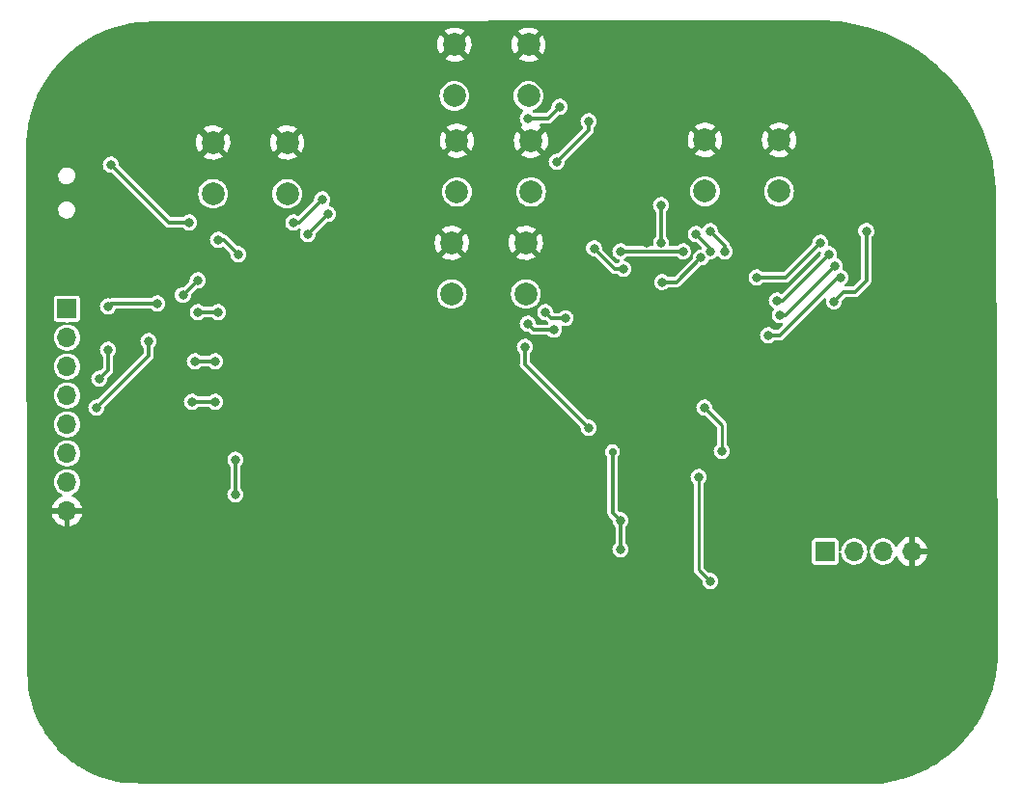
<source format=gbr>
%TF.GenerationSoftware,KiCad,Pcbnew,(6.0.6)*%
%TF.CreationDate,2022-07-21T13:44:36+08:00*%
%TF.ProjectId,graccel_mouse,67726163-6365-46c5-9f6d-6f7573652e6b,v0.1*%
%TF.SameCoordinates,Original*%
%TF.FileFunction,Copper,L2,Bot*%
%TF.FilePolarity,Positive*%
%FSLAX46Y46*%
G04 Gerber Fmt 4.6, Leading zero omitted, Abs format (unit mm)*
G04 Created by KiCad (PCBNEW (6.0.6)) date 2022-07-21 13:44:36*
%MOMM*%
%LPD*%
G01*
G04 APERTURE LIST*
%TA.AperFunction,ComponentPad*%
%ADD10R,1.700000X1.700000*%
%TD*%
%TA.AperFunction,ComponentPad*%
%ADD11O,1.700000X1.700000*%
%TD*%
%TA.AperFunction,ComponentPad*%
%ADD12C,2.000000*%
%TD*%
%TA.AperFunction,ViaPad*%
%ADD13C,0.800000*%
%TD*%
%TA.AperFunction,ViaPad*%
%ADD14C,0.700000*%
%TD*%
%TA.AperFunction,Conductor*%
%ADD15C,0.300000*%
%TD*%
%TA.AperFunction,Conductor*%
%ADD16C,0.250000*%
%TD*%
G04 APERTURE END LIST*
D10*
%TO.P,J3,1,Pin_1*%
%TO.N,+3.3V*%
X150300000Y-111190000D03*
D11*
%TO.P,J3,2,Pin_2*%
%TO.N,/USART1_TX*%
X152840000Y-111190000D03*
%TO.P,J3,3,Pin_3*%
%TO.N,/USART1_RX*%
X155380000Y-111190000D03*
%TO.P,J3,4,Pin_4*%
%TO.N,GND*%
X157920000Y-111190000D03*
%TD*%
D12*
%TO.P,SW4,1,1*%
%TO.N,GND*%
X117990000Y-75110000D03*
X124490000Y-75110000D03*
%TO.P,SW4,2,2*%
%TO.N,/WHEEL_CLICK*%
X117990000Y-79610000D03*
X124490000Y-79610000D03*
%TD*%
%TO.P,SW5,1,1*%
%TO.N,GND*%
X117540000Y-84080000D03*
X124040000Y-84080000D03*
%TO.P,SW5,2,2*%
%TO.N,/WH_DOWN*%
X124040000Y-88580000D03*
X117540000Y-88580000D03*
%TD*%
%TO.P,SW6,1,1*%
%TO.N,GND*%
X139750000Y-75050000D03*
X146250000Y-75050000D03*
%TO.P,SW6,2,2*%
%TO.N,/RIGHT_MOUSE*%
X139750000Y-79550000D03*
X146250000Y-79550000D03*
%TD*%
%TO.P,SW2,1,1*%
%TO.N,GND*%
X103100000Y-75270000D03*
X96600000Y-75270000D03*
%TO.P,SW2,2,2*%
%TO.N,/LEFT_MOUSE*%
X96600000Y-79770000D03*
X103100000Y-79770000D03*
%TD*%
D10*
%TO.P,J2,1,Pin_1*%
%TO.N,+3.3V*%
X83790000Y-89860000D03*
D11*
%TO.P,J2,2,Pin_2*%
%TO.N,/JTMS_SWDIO*%
X83790000Y-92400000D03*
%TO.P,J2,3,Pin_3*%
%TO.N,/JTCK_SWCLK*%
X83790000Y-94940000D03*
%TO.P,J2,4,Pin_4*%
%TO.N,/JTDI*%
X83790000Y-97480000D03*
%TO.P,J2,5,Pin_5*%
%TO.N,/JTDO*%
X83790000Y-100020000D03*
%TO.P,J2,6,Pin_6*%
%TO.N,/NJTRST*%
X83790000Y-102560000D03*
%TO.P,J2,7,Pin_7*%
%TO.N,/NRST*%
X83790000Y-105100000D03*
%TO.P,J2,8,Pin_8*%
%TO.N,GND*%
X83790000Y-107640000D03*
%TD*%
D12*
%TO.P,SW3,1,1*%
%TO.N,GND*%
X117770000Y-66680000D03*
X124270000Y-66680000D03*
%TO.P,SW3,2,2*%
%TO.N,/WH_UP*%
X117770000Y-71180000D03*
X124270000Y-71180000D03*
%TD*%
D13*
%TO.N,GND*%
X158242000Y-100838000D03*
X157734000Y-89154000D03*
X134641977Y-84052023D03*
D14*
X112920000Y-99610000D03*
X140990000Y-123550000D03*
X114490000Y-91430000D03*
D13*
X126238000Y-66802000D03*
D14*
X123710000Y-101800000D03*
D13*
X95250000Y-91694000D03*
X105918000Y-75184000D03*
X126746000Y-75184000D03*
D14*
X129490000Y-93940000D03*
D13*
X157988000Y-108712000D03*
D14*
X136900000Y-108730000D03*
D13*
X86868000Y-74168000D03*
X126492000Y-84074000D03*
D14*
X151400000Y-116927500D03*
X129230000Y-97160000D03*
D13*
X129286000Y-86868000D03*
X86360000Y-107696000D03*
X148590000Y-74930000D03*
D14*
X114922500Y-94817500D03*
D13*
X119380000Y-96266000D03*
X149098000Y-90932000D03*
X144526000Y-105664000D03*
%TO.N,+3.3V*%
X96774000Y-94488000D03*
X96774000Y-98044000D03*
X98552000Y-106172000D03*
X94742000Y-98044000D03*
X123952000Y-93218000D03*
X132334000Y-108458000D03*
X129540000Y-100330000D03*
X132334000Y-110998000D03*
X94996000Y-94488000D03*
X97028000Y-90170000D03*
D14*
X131640000Y-102440000D03*
D13*
X98552000Y-103124000D03*
X95250000Y-90170000D03*
%TO.N,Net-(R2-Pad1)*%
X106680000Y-81534000D03*
X87630000Y-77216000D03*
X132588000Y-86360000D03*
X104902000Y-83312000D03*
X94488000Y-82296000D03*
X97028000Y-83820000D03*
X130026023Y-84560023D03*
X98806000Y-85090000D03*
%TO.N,/BOOT0*%
X139415465Y-85374534D03*
X135995023Y-87524977D03*
%TO.N,/SPI1_NSS*%
X139192000Y-104648000D03*
X140208000Y-113792000D03*
%TO.N,/SPI1_MISO*%
X141224000Y-102362000D03*
X139700000Y-98552000D03*
%TO.N,/JTMS_SWDIO*%
X126746000Y-76962000D03*
X87376000Y-89662000D03*
X129540000Y-73406000D03*
X95250000Y-87376000D03*
X93958023Y-88667977D03*
X103632000Y-82296000D03*
X151057023Y-89226977D03*
X153902023Y-83036023D03*
X106172000Y-80264000D03*
X91694000Y-89408000D03*
%TO.N,/JTCK_SWCLK*%
X151638000Y-87122000D03*
X145288000Y-92202000D03*
%TO.N,/JTDI*%
X146304000Y-90424000D03*
X151130000Y-86106000D03*
X87376000Y-93472000D03*
X86614000Y-96012000D03*
%TO.N,/JTDO*%
X150622000Y-85090000D03*
X146050000Y-89154000D03*
X86360000Y-98552000D03*
X90932000Y-92710000D03*
%TO.N,/NJTRST*%
X149860000Y-84074000D03*
X144272000Y-87122000D03*
X124206000Y-73152000D03*
X127000000Y-72136000D03*
%TO.N,/LEFT_MOUSE*%
X126513977Y-91715977D03*
X124206000Y-91186000D03*
%TO.N,/WH_UP*%
X140208000Y-83058000D03*
X141498559Y-84836000D03*
%TO.N,/WHEEL_CLICK*%
X140249350Y-84823500D03*
X138938000Y-83312000D03*
%TO.N,/WH_DOWN*%
X137816977Y-84836000D03*
X125730000Y-90170000D03*
X127529977Y-90699977D03*
X132334000Y-84836000D03*
%TO.N,/RIGHT_MOUSE*%
X135890000Y-80772000D03*
X135890000Y-84074000D03*
%TD*%
D15*
%TO.N,+3.3V*%
X129540000Y-100330000D02*
X123952000Y-94742000D01*
X94742000Y-98044000D02*
X96774000Y-98044000D01*
X94996000Y-94488000D02*
X96774000Y-94488000D01*
X123952000Y-94742000D02*
X123952000Y-93218000D01*
X132334000Y-110998000D02*
X132334000Y-108458000D01*
X131640000Y-102440000D02*
X131640000Y-107764000D01*
X131640000Y-107764000D02*
X132334000Y-108458000D01*
X98552000Y-103124000D02*
X98552000Y-106172000D01*
X95250000Y-90170000D02*
X97028000Y-90170000D01*
%TO.N,Net-(R2-Pad1)*%
X87630000Y-77216000D02*
X92710000Y-82296000D01*
X131826000Y-86360000D02*
X132588000Y-86360000D01*
X104902000Y-83312000D02*
X106680000Y-81534000D01*
X97028000Y-83820000D02*
X97536000Y-83820000D01*
X97536000Y-83820000D02*
X98806000Y-85090000D01*
X130026023Y-84560023D02*
X131826000Y-86360000D01*
X92710000Y-82296000D02*
X94488000Y-82296000D01*
%TO.N,/BOOT0*%
X137265022Y-87524977D02*
X135995023Y-87524977D01*
X139415465Y-85374534D02*
X137265022Y-87524977D01*
D16*
%TO.N,/SPI1_NSS*%
X139192000Y-104648000D02*
X139192000Y-112776000D01*
X139192000Y-112776000D02*
X140208000Y-113792000D01*
%TO.N,/SPI1_MISO*%
X139700000Y-98552000D02*
X141224000Y-100076000D01*
X141224000Y-100076000D02*
X141224000Y-102362000D01*
D15*
%TO.N,/JTMS_SWDIO*%
X104140000Y-82296000D02*
X103632000Y-82296000D01*
X151892000Y-88392000D02*
X152400000Y-88392000D01*
X87630000Y-89408000D02*
X91694000Y-89408000D01*
X152908000Y-88392000D02*
X153902023Y-87397977D01*
X95250000Y-87376000D02*
X93958023Y-88667977D01*
X129540000Y-73406000D02*
X129540000Y-74168000D01*
X153902023Y-87397977D02*
X153902023Y-83036023D01*
X106172000Y-80264000D02*
X104140000Y-82296000D01*
X152400000Y-88392000D02*
X152908000Y-88392000D01*
X151057023Y-89226977D02*
X151892000Y-88392000D01*
X87376000Y-89662000D02*
X87630000Y-89408000D01*
X129540000Y-74168000D02*
X126746000Y-76962000D01*
%TO.N,/JTCK_SWCLK*%
X146304000Y-92202000D02*
X151384000Y-87122000D01*
X151384000Y-87122000D02*
X151638000Y-87122000D01*
X145288000Y-92202000D02*
X146304000Y-92202000D01*
%TO.N,/JTDI*%
X146304000Y-90424000D02*
X146812000Y-90424000D01*
X146812000Y-90424000D02*
X151130000Y-86106000D01*
X87376000Y-95250000D02*
X86614000Y-96012000D01*
X87376000Y-93472000D02*
X87376000Y-95250000D01*
%TO.N,/JTDO*%
X90932000Y-92710000D02*
X90932000Y-93980000D01*
X90932000Y-93980000D02*
X86360000Y-98552000D01*
X146558000Y-89154000D02*
X150622000Y-85090000D01*
X146050000Y-89154000D02*
X146558000Y-89154000D01*
%TO.N,/NJTRST*%
X127000000Y-72136000D02*
X125984000Y-73152000D01*
X125984000Y-73152000D02*
X124206000Y-73152000D01*
X144272000Y-87122000D02*
X146812000Y-87122000D01*
X146812000Y-87122000D02*
X149860000Y-84074000D01*
%TO.N,/LEFT_MOUSE*%
X126513977Y-91715977D02*
X124735977Y-91715977D01*
X124460000Y-91440000D02*
X124206000Y-91186000D01*
X124735977Y-91715977D02*
X124460000Y-91440000D01*
%TO.N,/WH_UP*%
X141498559Y-84836000D02*
X141498559Y-84348559D01*
X141498559Y-84348559D02*
X140208000Y-83058000D01*
%TO.N,/WHEEL_CLICK*%
X140249350Y-84623350D02*
X138938000Y-83312000D01*
X140249350Y-84823500D02*
X140249350Y-84623350D01*
%TO.N,/WH_DOWN*%
X127529977Y-90699977D02*
X126259977Y-90699977D01*
X126259977Y-90699977D02*
X125730000Y-90170000D01*
X132334000Y-84836000D02*
X137816977Y-84836000D01*
%TO.N,/RIGHT_MOUSE*%
X135890000Y-84074000D02*
X135890000Y-80772000D01*
%TD*%
%TA.AperFunction,Conductor*%
%TO.N,GND*%
G36*
X149764778Y-64542452D02*
G01*
X149769316Y-64543252D01*
X149780000Y-64545136D01*
X149790680Y-64543253D01*
X149790683Y-64543253D01*
X149790886Y-64543217D01*
X149815458Y-64541371D01*
X149959888Y-64544916D01*
X150537998Y-64559108D01*
X150544039Y-64559405D01*
X151011695Y-64593901D01*
X151297170Y-64614959D01*
X151303227Y-64615556D01*
X151558339Y-64647021D01*
X152052711Y-64707996D01*
X152058700Y-64708885D01*
X152411492Y-64770100D01*
X152802748Y-64837990D01*
X152808717Y-64839177D01*
X153545533Y-65004634D01*
X153551437Y-65006113D01*
X154279223Y-65207519D01*
X154285047Y-65209285D01*
X155002110Y-65446170D01*
X155007841Y-65448221D01*
X155712387Y-65719994D01*
X155718010Y-65722323D01*
X156408379Y-66028343D01*
X156413881Y-66030945D01*
X157088414Y-66370476D01*
X157093781Y-66373345D01*
X157750839Y-66745564D01*
X157756028Y-66748674D01*
X157986217Y-66894439D01*
X158394060Y-67152703D01*
X158399097Y-67156069D01*
X159016540Y-67590922D01*
X159021370Y-67594504D01*
X159616737Y-68059132D01*
X159621408Y-68062965D01*
X159907334Y-68309607D01*
X160193242Y-68556234D01*
X160197751Y-68560321D01*
X160744668Y-69081028D01*
X160748972Y-69085332D01*
X161269679Y-69632249D01*
X161273766Y-69636758D01*
X161478872Y-69874532D01*
X161767035Y-70208592D01*
X161770868Y-70213263D01*
X162235496Y-70808630D01*
X162239078Y-70813460D01*
X162673931Y-71430903D01*
X162677297Y-71435940D01*
X162701786Y-71474612D01*
X163081326Y-72073972D01*
X163084436Y-72079161D01*
X163328145Y-72509367D01*
X163456655Y-72736219D01*
X163459524Y-72741586D01*
X163799055Y-73416119D01*
X163801657Y-73421621D01*
X164107677Y-74111990D01*
X164110006Y-74117613D01*
X164381779Y-74822159D01*
X164383830Y-74827890D01*
X164620715Y-75544953D01*
X164622481Y-75550777D01*
X164823887Y-76278563D01*
X164825366Y-76284467D01*
X164990823Y-77021283D01*
X164992010Y-77027252D01*
X165040728Y-77308018D01*
X165118563Y-77756587D01*
X165121113Y-77771285D01*
X165122004Y-77777289D01*
X165139314Y-77917634D01*
X165214444Y-78526773D01*
X165215041Y-78532830D01*
X165223878Y-78652628D01*
X165270393Y-79283214D01*
X165270594Y-79285942D01*
X165270892Y-79292002D01*
X165285084Y-79870112D01*
X165288629Y-80014542D01*
X165286783Y-80039114D01*
X165284864Y-80050000D01*
X165287765Y-80066452D01*
X165289647Y-80087485D01*
X165363373Y-98514185D01*
X165427308Y-114493779D01*
X165449351Y-120003206D01*
X165447467Y-120025238D01*
X165444864Y-120040000D01*
X165446748Y-120050684D01*
X165446748Y-120051292D01*
X165448507Y-120075277D01*
X165431261Y-120687917D01*
X165430868Y-120694884D01*
X165376506Y-121337255D01*
X165375722Y-121344190D01*
X165285310Y-121982481D01*
X165284138Y-121989360D01*
X165157957Y-122621583D01*
X165156399Y-122628385D01*
X164994859Y-123252487D01*
X164992921Y-123259191D01*
X164796525Y-123873224D01*
X164794213Y-123879808D01*
X164563584Y-124481827D01*
X164560905Y-124488270D01*
X164296782Y-125076346D01*
X164293746Y-125082626D01*
X164066475Y-125520869D01*
X163996951Y-125654930D01*
X163993565Y-125661032D01*
X163665057Y-126215711D01*
X163661336Y-126221610D01*
X163446382Y-126541969D01*
X163302127Y-126756960D01*
X163298077Y-126762643D01*
X162909333Y-127276921D01*
X162904970Y-127282367D01*
X162487922Y-127773949D01*
X162483260Y-127779142D01*
X162039190Y-128246515D01*
X162034243Y-128251436D01*
X161564604Y-128693070D01*
X161559387Y-128697706D01*
X161065656Y-129112215D01*
X161060188Y-129116550D01*
X160543897Y-129502646D01*
X160538197Y-129506663D01*
X160001004Y-129863103D01*
X159995109Y-129866780D01*
X159813308Y-129973188D01*
X159438710Y-130192439D01*
X159432591Y-130195793D01*
X158858770Y-130489628D01*
X158852491Y-130492624D01*
X158263028Y-130753724D01*
X158256585Y-130756363D01*
X157653373Y-130983887D01*
X157646809Y-130986153D01*
X157031766Y-131179380D01*
X157025051Y-131181284D01*
X156400090Y-131339611D01*
X156393298Y-131341129D01*
X155760461Y-131464041D01*
X155753585Y-131465177D01*
X155114786Y-131552301D01*
X155107882Y-131553045D01*
X154770453Y-131579848D01*
X154465205Y-131604095D01*
X154458236Y-131604451D01*
X153845534Y-131618535D01*
X153821545Y-131616652D01*
X153820948Y-131616649D01*
X153810275Y-131614710D01*
X153793797Y-131617528D01*
X153772762Y-131619302D01*
X119054251Y-131581302D01*
X90036802Y-131549541D01*
X90015662Y-131547701D01*
X89999388Y-131544865D01*
X89988708Y-131546770D01*
X89987251Y-131546773D01*
X89964275Y-131548465D01*
X89394963Y-131531683D01*
X89387173Y-131531208D01*
X89183732Y-131512352D01*
X88788913Y-131475759D01*
X88781192Y-131474797D01*
X88187619Y-131381823D01*
X88179960Y-131380375D01*
X87888465Y-131315704D01*
X87593424Y-131250246D01*
X87585862Y-131248317D01*
X87008674Y-131081548D01*
X87001248Y-131079147D01*
X86435677Y-130876390D01*
X86428433Y-130873532D01*
X85876742Y-130635600D01*
X85869692Y-130632293D01*
X85371267Y-130379030D01*
X85334074Y-130360131D01*
X85327231Y-130356379D01*
X85142682Y-130247484D01*
X84809774Y-130051049D01*
X84803210Y-130046891D01*
X84305978Y-129709606D01*
X84299677Y-129705036D01*
X84041046Y-129504733D01*
X83824679Y-129337162D01*
X83818662Y-129332192D01*
X83367730Y-128935150D01*
X83362038Y-128929810D01*
X82936996Y-128505206D01*
X82931651Y-128499519D01*
X82534167Y-128049020D01*
X82529190Y-128043009D01*
X82277273Y-127718426D01*
X82160808Y-127568366D01*
X82156226Y-127562061D01*
X81818458Y-127065216D01*
X81814275Y-127058627D01*
X81508415Y-126541492D01*
X81504656Y-126534653D01*
X81231948Y-125999324D01*
X81228626Y-125992262D01*
X80990133Y-125440835D01*
X80987261Y-125433577D01*
X80783927Y-124868228D01*
X80781518Y-124860805D01*
X80673465Y-124488270D01*
X80614150Y-124283773D01*
X80612215Y-124276219D01*
X80481482Y-123689812D01*
X80480025Y-123682145D01*
X80386442Y-123088683D01*
X80385471Y-123080954D01*
X80329408Y-122482762D01*
X80328925Y-122474972D01*
X80311557Y-121905677D01*
X80313225Y-121882700D01*
X80313226Y-121881247D01*
X80315121Y-121870562D01*
X80312258Y-121854231D01*
X80310395Y-121833123D01*
X80276172Y-107902326D01*
X82462667Y-107902326D01*
X82515168Y-108098264D01*
X82518857Y-108108397D01*
X82614110Y-108312667D01*
X82619508Y-108322017D01*
X82748784Y-108506643D01*
X82755719Y-108514907D01*
X82915091Y-108674279D01*
X82923357Y-108681215D01*
X83107992Y-108810498D01*
X83117324Y-108815886D01*
X83321603Y-108911143D01*
X83331736Y-108914832D01*
X83522779Y-108966022D01*
X83536653Y-108965691D01*
X83540000Y-108957875D01*
X83540000Y-108952806D01*
X84040000Y-108952806D01*
X84043910Y-108966123D01*
X84052326Y-108967333D01*
X84248264Y-108914832D01*
X84258397Y-108911143D01*
X84462676Y-108815886D01*
X84472008Y-108810498D01*
X84656643Y-108681215D01*
X84664909Y-108674279D01*
X84824281Y-108514907D01*
X84831216Y-108506643D01*
X84960492Y-108322017D01*
X84965890Y-108312667D01*
X85061143Y-108108397D01*
X85064832Y-108098264D01*
X85116022Y-107907221D01*
X85115691Y-107893347D01*
X85107875Y-107890000D01*
X84057830Y-107890000D01*
X84042831Y-107894404D01*
X84041644Y-107895774D01*
X84040000Y-107903332D01*
X84040000Y-108952806D01*
X83540000Y-108952806D01*
X83540000Y-107907830D01*
X83535596Y-107892831D01*
X83534226Y-107891644D01*
X83526668Y-107890000D01*
X82477194Y-107890000D01*
X82463877Y-107893910D01*
X82462667Y-107902326D01*
X80276172Y-107902326D01*
X80274871Y-107372779D01*
X82463978Y-107372779D01*
X82464309Y-107386653D01*
X82472125Y-107390000D01*
X85102806Y-107390000D01*
X85116123Y-107386090D01*
X85117333Y-107377674D01*
X85064832Y-107181736D01*
X85061143Y-107171603D01*
X84965890Y-106967333D01*
X84960492Y-106957983D01*
X84831216Y-106773357D01*
X84824281Y-106765093D01*
X84664909Y-106605721D01*
X84656643Y-106598785D01*
X84472008Y-106469502D01*
X84462676Y-106464114D01*
X84270778Y-106374630D01*
X84218339Y-106328458D01*
X84199187Y-106261264D01*
X84219403Y-106194383D01*
X84251292Y-106164611D01*
X97846394Y-106164611D01*
X97847214Y-106172039D01*
X97847214Y-106172041D01*
X97856629Y-106257318D01*
X97864999Y-106333135D01*
X97867565Y-106340147D01*
X97867566Y-106340151D01*
X97914905Y-106469508D01*
X97923266Y-106492356D01*
X97927433Y-106498558D01*
X97927435Y-106498561D01*
X97940510Y-106518018D01*
X98017830Y-106633083D01*
X98023360Y-106638115D01*
X98137702Y-106742159D01*
X98137706Y-106742162D01*
X98143233Y-106747191D01*
X98292235Y-106828092D01*
X98387585Y-106853107D01*
X98449005Y-106869220D01*
X98449007Y-106869220D01*
X98456233Y-106871116D01*
X98539178Y-106872419D01*
X98618290Y-106873662D01*
X98618293Y-106873662D01*
X98625760Y-106873779D01*
X98748209Y-106845735D01*
X98783738Y-106837598D01*
X98783739Y-106837598D01*
X98791029Y-106835928D01*
X98931869Y-106765093D01*
X98935820Y-106763106D01*
X98935822Y-106763105D01*
X98942498Y-106759747D01*
X98948180Y-106754894D01*
X98948183Y-106754892D01*
X99065741Y-106654487D01*
X99071423Y-106649634D01*
X99170361Y-106511947D01*
X99233601Y-106354634D01*
X99236661Y-106333135D01*
X99256918Y-106190800D01*
X99256918Y-106190794D01*
X99257490Y-106186778D01*
X99257645Y-106172000D01*
X99250797Y-106115411D01*
X99238175Y-106011105D01*
X99238174Y-106011101D01*
X99237276Y-106003680D01*
X99228254Y-105979805D01*
X99179989Y-105852073D01*
X99179987Y-105852070D01*
X99177345Y-105845077D01*
X99111642Y-105749479D01*
X99085549Y-105711513D01*
X99085546Y-105711510D01*
X99081312Y-105705349D01*
X99044011Y-105672115D01*
X99007052Y-105612821D01*
X99002500Y-105579532D01*
X99002500Y-103717665D01*
X99022185Y-103650626D01*
X99045968Y-103623375D01*
X99065741Y-103606487D01*
X99071423Y-103601634D01*
X99170361Y-103463947D01*
X99233601Y-103306634D01*
X99257490Y-103138778D01*
X99257645Y-103124000D01*
X99255854Y-103109199D01*
X99238175Y-102963105D01*
X99238174Y-102963101D01*
X99237276Y-102955680D01*
X99215540Y-102898156D01*
X99179989Y-102804073D01*
X99179987Y-102804070D01*
X99177345Y-102797077D01*
X99144131Y-102748750D01*
X99085549Y-102663513D01*
X99085546Y-102663510D01*
X99081312Y-102657349D01*
X98996973Y-102582205D01*
X98960303Y-102549533D01*
X98960301Y-102549532D01*
X98954721Y-102544560D01*
X98940891Y-102537237D01*
X98811489Y-102468723D01*
X98804881Y-102465224D01*
X98677143Y-102433138D01*
X130984758Y-102433138D01*
X130985578Y-102440566D01*
X130985578Y-102440568D01*
X130994694Y-102523135D01*
X131002035Y-102589633D01*
X131004601Y-102596645D01*
X131004602Y-102596649D01*
X131027035Y-102657948D01*
X131056143Y-102737490D01*
X131143958Y-102868172D01*
X131149488Y-102873204D01*
X131154372Y-102878862D01*
X131153272Y-102879811D01*
X131185290Y-102932395D01*
X131189500Y-102964432D01*
X131189500Y-107729897D01*
X131188641Y-107744471D01*
X131187144Y-107757122D01*
X131184636Y-107778310D01*
X131186302Y-107787431D01*
X131195176Y-107836022D01*
X131195816Y-107839864D01*
X131204551Y-107897962D01*
X131207679Y-107904475D01*
X131208975Y-107911573D01*
X131213248Y-107919799D01*
X131236033Y-107963663D01*
X131237769Y-107967137D01*
X131263191Y-108020079D01*
X131268016Y-108025299D01*
X131268165Y-108025520D01*
X131271421Y-108031788D01*
X131275725Y-108036828D01*
X131312994Y-108074097D01*
X131316369Y-108077607D01*
X131348853Y-108112749D01*
X131348856Y-108112751D01*
X131355146Y-108119556D01*
X131361484Y-108123237D01*
X131367725Y-108128828D01*
X131593058Y-108354161D01*
X131626543Y-108415484D01*
X131629370Y-108443139D01*
X131629369Y-108443203D01*
X131628394Y-108450611D01*
X131629214Y-108458039D01*
X131629214Y-108458040D01*
X131630393Y-108468715D01*
X131646999Y-108619135D01*
X131649565Y-108626147D01*
X131649566Y-108626151D01*
X131667179Y-108674279D01*
X131705266Y-108778356D01*
X131709433Y-108784558D01*
X131709435Y-108784561D01*
X131722510Y-108804018D01*
X131799830Y-108919083D01*
X131823353Y-108940487D01*
X131842954Y-108958323D01*
X131879290Y-109018001D01*
X131883500Y-109050037D01*
X131883500Y-110404989D01*
X131863815Y-110472028D01*
X131841015Y-110498430D01*
X131830064Y-110507983D01*
X131819346Y-110517333D01*
X131809604Y-110525831D01*
X131712113Y-110664547D01*
X131650524Y-110822513D01*
X131628394Y-110990611D01*
X131629214Y-110998039D01*
X131629214Y-110998041D01*
X131639356Y-111089909D01*
X131646999Y-111159135D01*
X131649565Y-111166147D01*
X131649566Y-111166151D01*
X131695633Y-111292033D01*
X131705266Y-111318356D01*
X131709433Y-111324558D01*
X131709435Y-111324561D01*
X131740472Y-111370749D01*
X131799830Y-111459083D01*
X131805360Y-111464115D01*
X131919702Y-111568159D01*
X131919706Y-111568162D01*
X131925233Y-111573191D01*
X132074235Y-111654092D01*
X132169585Y-111679107D01*
X132231005Y-111695220D01*
X132231007Y-111695220D01*
X132238233Y-111697116D01*
X132321178Y-111698419D01*
X132400290Y-111699662D01*
X132400293Y-111699662D01*
X132407760Y-111699779D01*
X132534387Y-111670778D01*
X132565738Y-111663598D01*
X132565739Y-111663598D01*
X132573029Y-111661928D01*
X132668878Y-111613721D01*
X132717820Y-111589106D01*
X132717822Y-111589105D01*
X132724498Y-111585747D01*
X132730180Y-111580894D01*
X132730183Y-111580892D01*
X132847741Y-111480487D01*
X132853423Y-111475634D01*
X132952361Y-111337947D01*
X133015601Y-111180634D01*
X133017662Y-111166151D01*
X133038918Y-111016800D01*
X133038918Y-111016794D01*
X133039490Y-111012778D01*
X133039645Y-110998000D01*
X133036737Y-110973970D01*
X133020175Y-110837105D01*
X133020174Y-110837101D01*
X133019276Y-110829680D01*
X132994765Y-110764813D01*
X132961989Y-110678073D01*
X132961987Y-110678070D01*
X132959345Y-110671077D01*
X132950657Y-110658436D01*
X132867549Y-110537513D01*
X132867546Y-110537510D01*
X132863312Y-110531349D01*
X132826011Y-110498115D01*
X132789052Y-110438821D01*
X132784500Y-110405532D01*
X132784500Y-109051665D01*
X132804185Y-108984626D01*
X132827968Y-108957375D01*
X132847741Y-108940487D01*
X132853423Y-108935634D01*
X132952361Y-108797947D01*
X133015601Y-108640634D01*
X133019718Y-108611707D01*
X133038918Y-108476800D01*
X133038918Y-108476794D01*
X133039490Y-108472778D01*
X133039645Y-108458000D01*
X133027079Y-108354161D01*
X133020175Y-108297105D01*
X133020174Y-108297101D01*
X133019276Y-108289680D01*
X132959345Y-108131077D01*
X132951427Y-108119556D01*
X132867549Y-107997513D01*
X132867546Y-107997510D01*
X132863312Y-107991349D01*
X132821340Y-107953953D01*
X132742303Y-107883533D01*
X132742301Y-107883532D01*
X132736721Y-107878560D01*
X132586881Y-107799224D01*
X132422441Y-107757919D01*
X132321207Y-107757389D01*
X132254271Y-107737354D01*
X132234175Y-107721072D01*
X132126819Y-107613716D01*
X132093334Y-107552393D01*
X132090500Y-107526035D01*
X132090500Y-104640611D01*
X138486394Y-104640611D01*
X138487214Y-104648039D01*
X138487214Y-104648041D01*
X138489285Y-104666800D01*
X138504999Y-104809135D01*
X138507565Y-104816147D01*
X138507566Y-104816151D01*
X138536458Y-104895101D01*
X138563266Y-104968356D01*
X138567433Y-104974558D01*
X138567435Y-104974561D01*
X138580510Y-104994018D01*
X138657830Y-105109083D01*
X138663358Y-105114113D01*
X138663364Y-105114120D01*
X138725953Y-105171071D01*
X138762290Y-105230748D01*
X138766500Y-105262785D01*
X138766500Y-112843393D01*
X138773964Y-112866364D01*
X138778504Y-112885279D01*
X138782281Y-112909126D01*
X138793246Y-112930647D01*
X138800689Y-112948616D01*
X138808151Y-112971581D01*
X138813882Y-112979469D01*
X138813884Y-112979473D01*
X138822346Y-112991119D01*
X138832509Y-113007703D01*
X138843472Y-113029220D01*
X139470377Y-113656125D01*
X139503862Y-113717448D01*
X139505635Y-113759990D01*
X139502394Y-113784611D01*
X139503214Y-113792039D01*
X139503214Y-113792041D01*
X139504841Y-113806778D01*
X139520999Y-113953135D01*
X139523565Y-113960147D01*
X139523566Y-113960151D01*
X139576697Y-114105336D01*
X139579266Y-114112356D01*
X139583433Y-114118558D01*
X139583435Y-114118561D01*
X139596510Y-114138018D01*
X139673830Y-114253083D01*
X139679360Y-114258115D01*
X139793702Y-114362159D01*
X139793706Y-114362162D01*
X139799233Y-114367191D01*
X139948235Y-114448092D01*
X140043585Y-114473107D01*
X140105005Y-114489220D01*
X140105007Y-114489220D01*
X140112233Y-114491116D01*
X140195178Y-114492419D01*
X140274290Y-114493662D01*
X140274293Y-114493662D01*
X140281760Y-114493779D01*
X140404209Y-114465735D01*
X140439738Y-114457598D01*
X140439739Y-114457598D01*
X140447029Y-114455928D01*
X140522111Y-114418166D01*
X140591820Y-114383106D01*
X140591822Y-114383105D01*
X140598498Y-114379747D01*
X140604180Y-114374894D01*
X140604183Y-114374892D01*
X140721741Y-114274487D01*
X140727423Y-114269634D01*
X140826361Y-114131947D01*
X140889601Y-113974634D01*
X140913490Y-113806778D01*
X140913645Y-113792000D01*
X140902435Y-113699365D01*
X140894175Y-113631105D01*
X140894174Y-113631101D01*
X140893276Y-113623680D01*
X140833345Y-113465077D01*
X140829108Y-113458912D01*
X140741549Y-113331513D01*
X140741546Y-113331510D01*
X140737312Y-113325349D01*
X140610721Y-113212560D01*
X140460881Y-113133224D01*
X140296441Y-113091919D01*
X140159665Y-113091203D01*
X140092730Y-113071168D01*
X140072634Y-113054886D01*
X139653819Y-112636071D01*
X139620334Y-112574748D01*
X139617500Y-112548390D01*
X139617500Y-112084646D01*
X149149500Y-112084646D01*
X149152618Y-112110846D01*
X149198061Y-112213153D01*
X149277287Y-112292241D01*
X149287758Y-112296870D01*
X149287759Y-112296871D01*
X149371147Y-112333737D01*
X149371149Y-112333738D01*
X149379673Y-112337506D01*
X149405354Y-112340500D01*
X151194646Y-112340500D01*
X151198300Y-112340065D01*
X151198302Y-112340065D01*
X151203266Y-112339474D01*
X151220846Y-112337382D01*
X151323153Y-112291939D01*
X151402241Y-112212713D01*
X151447506Y-112110327D01*
X151450500Y-112084646D01*
X151450500Y-111370300D01*
X151470185Y-111303261D01*
X151522989Y-111257506D01*
X151592147Y-111247562D01*
X151655703Y-111276587D01*
X151693477Y-111335365D01*
X151698234Y-111362190D01*
X151698423Y-111365072D01*
X151698425Y-111365082D01*
X151698796Y-111370749D01*
X151750845Y-111575690D01*
X151753219Y-111580841D01*
X151753221Y-111580845D01*
X151836991Y-111762556D01*
X151839369Y-111767714D01*
X151961405Y-111940391D01*
X152112865Y-112087937D01*
X152117588Y-112091093D01*
X152117592Y-112091096D01*
X152188663Y-112138584D01*
X152288677Y-112205411D01*
X152482953Y-112288878D01*
X152518277Y-112296871D01*
X152683638Y-112334289D01*
X152683642Y-112334290D01*
X152689186Y-112335544D01*
X152815315Y-112340500D01*
X152894789Y-112343623D01*
X152894791Y-112343623D01*
X152900470Y-112343846D01*
X152906090Y-112343031D01*
X152906092Y-112343031D01*
X153104103Y-112314320D01*
X153104104Y-112314320D01*
X153109730Y-112313504D01*
X153128588Y-112307103D01*
X153304565Y-112247367D01*
X153304568Y-112247366D01*
X153309955Y-112245537D01*
X153314916Y-112242759D01*
X153314922Y-112242756D01*
X153421530Y-112183052D01*
X153494442Y-112142219D01*
X153532165Y-112110846D01*
X153652645Y-112010644D01*
X153657012Y-112007012D01*
X153660644Y-112002645D01*
X153788584Y-111848813D01*
X153788585Y-111848811D01*
X153792219Y-111844442D01*
X153838078Y-111762556D01*
X153892756Y-111664922D01*
X153892759Y-111664916D01*
X153895537Y-111659955D01*
X153897528Y-111654092D01*
X153961675Y-111465118D01*
X153963504Y-111459730D01*
X153965726Y-111444404D01*
X153987820Y-111292033D01*
X154016921Y-111228512D01*
X154070225Y-111194346D01*
X154150974Y-111194346D01*
X154204347Y-111228736D01*
X154233296Y-111292327D01*
X154234271Y-111301707D01*
X154238796Y-111370749D01*
X154290845Y-111575690D01*
X154293219Y-111580841D01*
X154293221Y-111580845D01*
X154376991Y-111762556D01*
X154379369Y-111767714D01*
X154501405Y-111940391D01*
X154652865Y-112087937D01*
X154657588Y-112091093D01*
X154657592Y-112091096D01*
X154728663Y-112138584D01*
X154828677Y-112205411D01*
X155022953Y-112288878D01*
X155058277Y-112296871D01*
X155223638Y-112334289D01*
X155223642Y-112334290D01*
X155229186Y-112335544D01*
X155355315Y-112340500D01*
X155434789Y-112343623D01*
X155434791Y-112343623D01*
X155440470Y-112343846D01*
X155446090Y-112343031D01*
X155446092Y-112343031D01*
X155644103Y-112314320D01*
X155644104Y-112314320D01*
X155649730Y-112313504D01*
X155668588Y-112307103D01*
X155844565Y-112247367D01*
X155844568Y-112247366D01*
X155849955Y-112245537D01*
X155854916Y-112242759D01*
X155854922Y-112242756D01*
X155961530Y-112183052D01*
X156034442Y-112142219D01*
X156072165Y-112110846D01*
X156192645Y-112010644D01*
X156197012Y-112007012D01*
X156200644Y-112002645D01*
X156328584Y-111848813D01*
X156328585Y-111848811D01*
X156332219Y-111844442D01*
X156434059Y-111662594D01*
X156483990Y-111613721D01*
X156552418Y-111599601D01*
X156617617Y-111624717D01*
X156654630Y-111670778D01*
X156744110Y-111862667D01*
X156749508Y-111872017D01*
X156878784Y-112056643D01*
X156885719Y-112064907D01*
X157045091Y-112224279D01*
X157053357Y-112231215D01*
X157237992Y-112360498D01*
X157247324Y-112365886D01*
X157451603Y-112461143D01*
X157461736Y-112464832D01*
X157652779Y-112516022D01*
X157666653Y-112515691D01*
X157670000Y-112507875D01*
X157670000Y-112502806D01*
X158170000Y-112502806D01*
X158173910Y-112516123D01*
X158182326Y-112517333D01*
X158378264Y-112464832D01*
X158388397Y-112461143D01*
X158592676Y-112365886D01*
X158602008Y-112360498D01*
X158786643Y-112231215D01*
X158794909Y-112224279D01*
X158954281Y-112064907D01*
X158961216Y-112056643D01*
X159090492Y-111872017D01*
X159095890Y-111862667D01*
X159191143Y-111658397D01*
X159194832Y-111648264D01*
X159246022Y-111457221D01*
X159245691Y-111443347D01*
X159237875Y-111440000D01*
X158187830Y-111440000D01*
X158172831Y-111444404D01*
X158171644Y-111445774D01*
X158170000Y-111453332D01*
X158170000Y-112502806D01*
X157670000Y-112502806D01*
X157670000Y-110922170D01*
X158170000Y-110922170D01*
X158174404Y-110937169D01*
X158175774Y-110938356D01*
X158183332Y-110940000D01*
X159232806Y-110940000D01*
X159246123Y-110936090D01*
X159247333Y-110927674D01*
X159194832Y-110731736D01*
X159191143Y-110721603D01*
X159095890Y-110517333D01*
X159090492Y-110507983D01*
X158961216Y-110323357D01*
X158954281Y-110315093D01*
X158794909Y-110155721D01*
X158786643Y-110148785D01*
X158602008Y-110019502D01*
X158592676Y-110014114D01*
X158388397Y-109918857D01*
X158378264Y-109915168D01*
X158187221Y-109863978D01*
X158173347Y-109864309D01*
X158170000Y-109872125D01*
X158170000Y-110922170D01*
X157670000Y-110922170D01*
X157670000Y-109877194D01*
X157666090Y-109863877D01*
X157657674Y-109862667D01*
X157461736Y-109915168D01*
X157451603Y-109918857D01*
X157247333Y-110014110D01*
X157237983Y-110019508D01*
X157053357Y-110148784D01*
X157045093Y-110155719D01*
X156885719Y-110315093D01*
X156878784Y-110323357D01*
X156749508Y-110507983D01*
X156744110Y-110517333D01*
X156652664Y-110713438D01*
X156606491Y-110765877D01*
X156539298Y-110785029D01*
X156472417Y-110764813D01*
X156429071Y-110715878D01*
X156365165Y-110586290D01*
X156238651Y-110416867D01*
X156234481Y-110413012D01*
X156234478Y-110413009D01*
X156128552Y-110315093D01*
X156083381Y-110273337D01*
X156077574Y-110269673D01*
X155909363Y-110163539D01*
X155909361Y-110163538D01*
X155904554Y-110160505D01*
X155708160Y-110082152D01*
X155702579Y-110081042D01*
X155702576Y-110081041D01*
X155604468Y-110061527D01*
X155500775Y-110040901D01*
X155495088Y-110040827D01*
X155495083Y-110040826D01*
X155295034Y-110038207D01*
X155295029Y-110038207D01*
X155289346Y-110038133D01*
X155283742Y-110039096D01*
X155283741Y-110039096D01*
X155086550Y-110072979D01*
X155086547Y-110072980D01*
X155080953Y-110073941D01*
X154882575Y-110147127D01*
X154877697Y-110150029D01*
X154877695Y-110150030D01*
X154705740Y-110252332D01*
X154705737Y-110252334D01*
X154700856Y-110255238D01*
X154541881Y-110394655D01*
X154538362Y-110399119D01*
X154538359Y-110399122D01*
X154489477Y-110461130D01*
X154410976Y-110560708D01*
X154312523Y-110747836D01*
X154310837Y-110753267D01*
X154310835Y-110753271D01*
X154306921Y-110765877D01*
X154249820Y-110949773D01*
X154232851Y-111093140D01*
X154205425Y-111157398D01*
X154150974Y-111194346D01*
X154070225Y-111194346D01*
X154070667Y-111194063D01*
X154018057Y-111162081D01*
X153987453Y-111099271D01*
X153986232Y-111089909D01*
X153976601Y-110985100D01*
X153976081Y-110979440D01*
X153918686Y-110775931D01*
X153825165Y-110586290D01*
X153698651Y-110416867D01*
X153694481Y-110413012D01*
X153694478Y-110413009D01*
X153588552Y-110315093D01*
X153543381Y-110273337D01*
X153537574Y-110269673D01*
X153369363Y-110163539D01*
X153369361Y-110163538D01*
X153364554Y-110160505D01*
X153168160Y-110082152D01*
X153162579Y-110081042D01*
X153162576Y-110081041D01*
X153064468Y-110061527D01*
X152960775Y-110040901D01*
X152955088Y-110040827D01*
X152955083Y-110040826D01*
X152755034Y-110038207D01*
X152755029Y-110038207D01*
X152749346Y-110038133D01*
X152743742Y-110039096D01*
X152743741Y-110039096D01*
X152546550Y-110072979D01*
X152546547Y-110072980D01*
X152540953Y-110073941D01*
X152342575Y-110147127D01*
X152337697Y-110150029D01*
X152337695Y-110150030D01*
X152165740Y-110252332D01*
X152165737Y-110252334D01*
X152160856Y-110255238D01*
X152001881Y-110394655D01*
X151998362Y-110399119D01*
X151998359Y-110399122D01*
X151949477Y-110461130D01*
X151870976Y-110560708D01*
X151772523Y-110747836D01*
X151770837Y-110753267D01*
X151770835Y-110753271D01*
X151766921Y-110765877D01*
X151709820Y-110949773D01*
X151709152Y-110955418D01*
X151709151Y-110955422D01*
X151697640Y-111052681D01*
X151670213Y-111116942D01*
X151612397Y-111156173D01*
X151542549Y-111157919D01*
X151482845Y-111121625D01*
X151452241Y-111058814D01*
X151450500Y-111038106D01*
X151450500Y-110295354D01*
X151447382Y-110269154D01*
X151401939Y-110166847D01*
X151322713Y-110087759D01*
X151312242Y-110083130D01*
X151312241Y-110083129D01*
X151228853Y-110046263D01*
X151228851Y-110046262D01*
X151220327Y-110042494D01*
X151194646Y-110039500D01*
X149405354Y-110039500D01*
X149401700Y-110039935D01*
X149401698Y-110039935D01*
X149396734Y-110040526D01*
X149379154Y-110042618D01*
X149276847Y-110088061D01*
X149197759Y-110167287D01*
X149193130Y-110177758D01*
X149193129Y-110177759D01*
X149158876Y-110255238D01*
X149152494Y-110269673D01*
X149149500Y-110295354D01*
X149149500Y-112084646D01*
X139617500Y-112084646D01*
X139617500Y-105263017D01*
X139637185Y-105195978D01*
X139660968Y-105168727D01*
X139705741Y-105130487D01*
X139711423Y-105125634D01*
X139810361Y-104987947D01*
X139873601Y-104830634D01*
X139894195Y-104685931D01*
X139896918Y-104666800D01*
X139896918Y-104666794D01*
X139897490Y-104662778D01*
X139897645Y-104648000D01*
X139877276Y-104479680D01*
X139817345Y-104321077D01*
X139808657Y-104308436D01*
X139725549Y-104187513D01*
X139725546Y-104187510D01*
X139721312Y-104181349D01*
X139679340Y-104143953D01*
X139600303Y-104073533D01*
X139600301Y-104073532D01*
X139594721Y-104068560D01*
X139580347Y-104060949D01*
X139451489Y-103992723D01*
X139444881Y-103989224D01*
X139280441Y-103947919D01*
X139194248Y-103947468D01*
X139118368Y-103947070D01*
X139118367Y-103947070D01*
X139110895Y-103947031D01*
X139096625Y-103950457D01*
X138953295Y-103984868D01*
X138953293Y-103984869D01*
X138946032Y-103986612D01*
X138939399Y-103990035D01*
X138939395Y-103990037D01*
X138872465Y-104024583D01*
X138795369Y-104064375D01*
X138667604Y-104175831D01*
X138570113Y-104314547D01*
X138508524Y-104472513D01*
X138486394Y-104640611D01*
X132090500Y-104640611D01*
X132090500Y-102965195D01*
X132110185Y-102898156D01*
X132119756Y-102885756D01*
X132122348Y-102883542D01*
X132214224Y-102755683D01*
X132272950Y-102609598D01*
X132274793Y-102596649D01*
X132294562Y-102457744D01*
X132294562Y-102457740D01*
X132295134Y-102453723D01*
X132295278Y-102440000D01*
X132288114Y-102380800D01*
X132277262Y-102291119D01*
X132277261Y-102291115D01*
X132276363Y-102283694D01*
X132267276Y-102259646D01*
X132223354Y-102143408D01*
X132223352Y-102143405D01*
X132220710Y-102136412D01*
X132212337Y-102124229D01*
X132135768Y-102012821D01*
X132135765Y-102012818D01*
X132131531Y-102006657D01*
X132080728Y-101961393D01*
X132019559Y-101906893D01*
X132019558Y-101906892D01*
X132013976Y-101901919D01*
X131874831Y-101828245D01*
X131722128Y-101789889D01*
X131640329Y-101789461D01*
X131572158Y-101789104D01*
X131572157Y-101789104D01*
X131564684Y-101789065D01*
X131557421Y-101790809D01*
X131557418Y-101790809D01*
X131507244Y-101802855D01*
X131411588Y-101825820D01*
X131271679Y-101898032D01*
X131153034Y-102001533D01*
X131062501Y-102130348D01*
X131005309Y-102277039D01*
X130984758Y-102433138D01*
X98677143Y-102433138D01*
X98640441Y-102423919D01*
X98554248Y-102423468D01*
X98478368Y-102423070D01*
X98478367Y-102423070D01*
X98470895Y-102423031D01*
X98449235Y-102428231D01*
X98313295Y-102460868D01*
X98313293Y-102460869D01*
X98306032Y-102462612D01*
X98299399Y-102466035D01*
X98299395Y-102466037D01*
X98232465Y-102500583D01*
X98155369Y-102540375D01*
X98149737Y-102545288D01*
X98059423Y-102624074D01*
X98027604Y-102651831D01*
X97930113Y-102790547D01*
X97868524Y-102948513D01*
X97867548Y-102955923D01*
X97867548Y-102955925D01*
X97857802Y-103029955D01*
X97846394Y-103116611D01*
X97847214Y-103124039D01*
X97847214Y-103124041D01*
X97857677Y-103218813D01*
X97864999Y-103285135D01*
X97867565Y-103292147D01*
X97867566Y-103292151D01*
X97920697Y-103437336D01*
X97923266Y-103444356D01*
X97927433Y-103450558D01*
X97927435Y-103450561D01*
X97940510Y-103470018D01*
X98017830Y-103585083D01*
X98053310Y-103617367D01*
X98060954Y-103624323D01*
X98097290Y-103684001D01*
X98101500Y-103716037D01*
X98101500Y-105578989D01*
X98081815Y-105646028D01*
X98059015Y-105672430D01*
X98027604Y-105699831D01*
X97930113Y-105838547D01*
X97868524Y-105996513D01*
X97846394Y-106164611D01*
X84251292Y-106164611D01*
X84262594Y-106154059D01*
X84444442Y-106052219D01*
X84511218Y-105996683D01*
X84602645Y-105920644D01*
X84607012Y-105917012D01*
X84610644Y-105912645D01*
X84738584Y-105758813D01*
X84738585Y-105758811D01*
X84742219Y-105754442D01*
X84788147Y-105672432D01*
X84842756Y-105574922D01*
X84842759Y-105574916D01*
X84845537Y-105569955D01*
X84876009Y-105480189D01*
X84911675Y-105375118D01*
X84913504Y-105369730D01*
X84943846Y-105160470D01*
X84945429Y-105100000D01*
X84926081Y-104889440D01*
X84868686Y-104685931D01*
X84775165Y-104496290D01*
X84648651Y-104326867D01*
X84644481Y-104323012D01*
X84644478Y-104323009D01*
X84580319Y-104263702D01*
X84493381Y-104183337D01*
X84488571Y-104180302D01*
X84319363Y-104073539D01*
X84319361Y-104073538D01*
X84314554Y-104070505D01*
X84118160Y-103992152D01*
X84112579Y-103991042D01*
X84112576Y-103991041D01*
X83916355Y-103952011D01*
X83916356Y-103952011D01*
X83910775Y-103950901D01*
X83910744Y-103950901D01*
X83847828Y-103925019D01*
X83807841Y-103867723D01*
X83805178Y-103797904D01*
X83840684Y-103737729D01*
X83907606Y-103705562D01*
X84054103Y-103684320D01*
X84054104Y-103684320D01*
X84059730Y-103683504D01*
X84156586Y-103650626D01*
X84254565Y-103617367D01*
X84254568Y-103617366D01*
X84259955Y-103615537D01*
X84264916Y-103612759D01*
X84264922Y-103612756D01*
X84371530Y-103553052D01*
X84444442Y-103512219D01*
X84510820Y-103457014D01*
X84602645Y-103380644D01*
X84607012Y-103377012D01*
X84610644Y-103372645D01*
X84738584Y-103218813D01*
X84738585Y-103218811D01*
X84742219Y-103214442D01*
X84826595Y-103063779D01*
X84842756Y-103034922D01*
X84842759Y-103034916D01*
X84845537Y-103029955D01*
X84868230Y-102963105D01*
X84911675Y-102835118D01*
X84913504Y-102829730D01*
X84943846Y-102620470D01*
X84945429Y-102560000D01*
X84926081Y-102349440D01*
X84868686Y-102145931D01*
X84860952Y-102130247D01*
X84852348Y-102112800D01*
X84775165Y-101956290D01*
X84648651Y-101786867D01*
X84644481Y-101783012D01*
X84644478Y-101783009D01*
X84580319Y-101723702D01*
X84493381Y-101643337D01*
X84314554Y-101530505D01*
X84118160Y-101452152D01*
X84112579Y-101451042D01*
X84112576Y-101451041D01*
X83916355Y-101412011D01*
X83916356Y-101412011D01*
X83910775Y-101410901D01*
X83910744Y-101410901D01*
X83847828Y-101385019D01*
X83807841Y-101327723D01*
X83805178Y-101257904D01*
X83840684Y-101197729D01*
X83907606Y-101165562D01*
X84054103Y-101144320D01*
X84054104Y-101144320D01*
X84059730Y-101143504D01*
X84138890Y-101116633D01*
X84254565Y-101077367D01*
X84254568Y-101077366D01*
X84259955Y-101075537D01*
X84264916Y-101072759D01*
X84264922Y-101072756D01*
X84405678Y-100993928D01*
X84444442Y-100972219D01*
X84531086Y-100900159D01*
X84602645Y-100840644D01*
X84607012Y-100837012D01*
X84636494Y-100801564D01*
X84738584Y-100678813D01*
X84738585Y-100678811D01*
X84742219Y-100674442D01*
X84788078Y-100592556D01*
X84842756Y-100494922D01*
X84842759Y-100494916D01*
X84845537Y-100489955D01*
X84876009Y-100400189D01*
X84911675Y-100295118D01*
X84913504Y-100289730D01*
X84943846Y-100080470D01*
X84945429Y-100020000D01*
X84926081Y-99809440D01*
X84868686Y-99605931D01*
X84775165Y-99416290D01*
X84648651Y-99246867D01*
X84644481Y-99243012D01*
X84644478Y-99243009D01*
X84519186Y-99127191D01*
X84493381Y-99103337D01*
X84384261Y-99034487D01*
X84319363Y-98993539D01*
X84319361Y-98993538D01*
X84314554Y-98990505D01*
X84118160Y-98912152D01*
X84112579Y-98911042D01*
X84112576Y-98911041D01*
X83918356Y-98872409D01*
X83910775Y-98870901D01*
X83910744Y-98870901D01*
X83847828Y-98845019D01*
X83807841Y-98787723D01*
X83805178Y-98717904D01*
X83840684Y-98657729D01*
X83907606Y-98625562D01*
X84054103Y-98604320D01*
X84054104Y-98604320D01*
X84059730Y-98603504D01*
X84138890Y-98576633D01*
X84233225Y-98544611D01*
X85654394Y-98544611D01*
X85655214Y-98552039D01*
X85655214Y-98552041D01*
X85664385Y-98635106D01*
X85672999Y-98713135D01*
X85675565Y-98720147D01*
X85675566Y-98720151D01*
X85717602Y-98835018D01*
X85731266Y-98872356D01*
X85735433Y-98878558D01*
X85735435Y-98878561D01*
X85759425Y-98914262D01*
X85825830Y-99013083D01*
X85831360Y-99018115D01*
X85945702Y-99122159D01*
X85945706Y-99122162D01*
X85951233Y-99127191D01*
X86100235Y-99208092D01*
X86163370Y-99224655D01*
X86257005Y-99249220D01*
X86257007Y-99249220D01*
X86264233Y-99251116D01*
X86347178Y-99252419D01*
X86426290Y-99253662D01*
X86426293Y-99253662D01*
X86433760Y-99253779D01*
X86560924Y-99224655D01*
X86591738Y-99217598D01*
X86591739Y-99217598D01*
X86599029Y-99215928D01*
X86674111Y-99178166D01*
X86743820Y-99143106D01*
X86743822Y-99143105D01*
X86750498Y-99139747D01*
X86756180Y-99134894D01*
X86756183Y-99134892D01*
X86873741Y-99034487D01*
X86879423Y-99029634D01*
X86978361Y-98891947D01*
X87041601Y-98734634D01*
X87053846Y-98648596D01*
X87064918Y-98570800D01*
X87064918Y-98570794D01*
X87065490Y-98566778D01*
X87065645Y-98552000D01*
X87065157Y-98547965D01*
X87064934Y-98543914D01*
X87066666Y-98543819D01*
X87076960Y-98481895D01*
X87100916Y-98448187D01*
X87512492Y-98036611D01*
X94036394Y-98036611D01*
X94037214Y-98044039D01*
X94037214Y-98044041D01*
X94047677Y-98138813D01*
X94054999Y-98205135D01*
X94057565Y-98212147D01*
X94057566Y-98212151D01*
X94110697Y-98357336D01*
X94113266Y-98364356D01*
X94117433Y-98370558D01*
X94117435Y-98370561D01*
X94130510Y-98390018D01*
X94207830Y-98505083D01*
X94213360Y-98510115D01*
X94327702Y-98614159D01*
X94327706Y-98614162D01*
X94333233Y-98619191D01*
X94482235Y-98700092D01*
X94577585Y-98725107D01*
X94639005Y-98741220D01*
X94639007Y-98741220D01*
X94646233Y-98743116D01*
X94729178Y-98744419D01*
X94808290Y-98745662D01*
X94808293Y-98745662D01*
X94815760Y-98745779D01*
X94958294Y-98713135D01*
X94973738Y-98709598D01*
X94973739Y-98709598D01*
X94981029Y-98707928D01*
X95098998Y-98648596D01*
X95125820Y-98635106D01*
X95125822Y-98635105D01*
X95132498Y-98631747D01*
X95138180Y-98626894D01*
X95138183Y-98626892D01*
X95258407Y-98524210D01*
X95322168Y-98495639D01*
X95338939Y-98494500D01*
X96180227Y-98494500D01*
X96247266Y-98514185D01*
X96263680Y-98526786D01*
X96359698Y-98614155D01*
X96359700Y-98614157D01*
X96365233Y-98619191D01*
X96514235Y-98700092D01*
X96609585Y-98725107D01*
X96671005Y-98741220D01*
X96671007Y-98741220D01*
X96678233Y-98743116D01*
X96761178Y-98744419D01*
X96840290Y-98745662D01*
X96840293Y-98745662D01*
X96847760Y-98745779D01*
X96990294Y-98713135D01*
X97005738Y-98709598D01*
X97005739Y-98709598D01*
X97013029Y-98707928D01*
X97130998Y-98648596D01*
X97157820Y-98635106D01*
X97157822Y-98635105D01*
X97164498Y-98631747D01*
X97170180Y-98626894D01*
X97170183Y-98626892D01*
X97287741Y-98526487D01*
X97293423Y-98521634D01*
X97392361Y-98383947D01*
X97455601Y-98226634D01*
X97469428Y-98129479D01*
X97478918Y-98062800D01*
X97478918Y-98062794D01*
X97479490Y-98058778D01*
X97479645Y-98044000D01*
X97471000Y-97972560D01*
X97460175Y-97883105D01*
X97460174Y-97883101D01*
X97459276Y-97875680D01*
X97436422Y-97815198D01*
X97401989Y-97724073D01*
X97401987Y-97724070D01*
X97399345Y-97717077D01*
X97390657Y-97704436D01*
X97307549Y-97583513D01*
X97307546Y-97583510D01*
X97303312Y-97577349D01*
X97257836Y-97536831D01*
X97182303Y-97469533D01*
X97182301Y-97469532D01*
X97176721Y-97464560D01*
X97162347Y-97456949D01*
X97033489Y-97388723D01*
X97026881Y-97385224D01*
X96862441Y-97343919D01*
X96776248Y-97343468D01*
X96700368Y-97343070D01*
X96700367Y-97343070D01*
X96692895Y-97343031D01*
X96671235Y-97348231D01*
X96535295Y-97380868D01*
X96535293Y-97380869D01*
X96528032Y-97382612D01*
X96521399Y-97386035D01*
X96521395Y-97386037D01*
X96454465Y-97420583D01*
X96377369Y-97460375D01*
X96260779Y-97562083D01*
X96259794Y-97562942D01*
X96196336Y-97592178D01*
X96178280Y-97593500D01*
X95336667Y-97593500D01*
X95269628Y-97573815D01*
X95254178Y-97562083D01*
X95150303Y-97469533D01*
X95150301Y-97469532D01*
X95144721Y-97464560D01*
X95130347Y-97456949D01*
X95001489Y-97388723D01*
X94994881Y-97385224D01*
X94830441Y-97343919D01*
X94744248Y-97343468D01*
X94668368Y-97343070D01*
X94668367Y-97343070D01*
X94660895Y-97343031D01*
X94639235Y-97348231D01*
X94503295Y-97380868D01*
X94503293Y-97380869D01*
X94496032Y-97382612D01*
X94489399Y-97386035D01*
X94489395Y-97386037D01*
X94422465Y-97420583D01*
X94345369Y-97460375D01*
X94339737Y-97465288D01*
X94227794Y-97562942D01*
X94217604Y-97571831D01*
X94120113Y-97710547D01*
X94058524Y-97868513D01*
X94057548Y-97875923D01*
X94057548Y-97875925D01*
X94055271Y-97893224D01*
X94036394Y-98036611D01*
X87512492Y-98036611D01*
X91068492Y-94480611D01*
X94290394Y-94480611D01*
X94291214Y-94488039D01*
X94291214Y-94488041D01*
X94292980Y-94504035D01*
X94308999Y-94649135D01*
X94311565Y-94656147D01*
X94311566Y-94656151D01*
X94364697Y-94801336D01*
X94367266Y-94808356D01*
X94371433Y-94814558D01*
X94371435Y-94814561D01*
X94418226Y-94884193D01*
X94461830Y-94949083D01*
X94467360Y-94954115D01*
X94581702Y-95058159D01*
X94581706Y-95058162D01*
X94587233Y-95063191D01*
X94736235Y-95144092D01*
X94831585Y-95169107D01*
X94893005Y-95185220D01*
X94893007Y-95185220D01*
X94900233Y-95187116D01*
X94983178Y-95188419D01*
X95062290Y-95189662D01*
X95062293Y-95189662D01*
X95069760Y-95189779D01*
X95192209Y-95161735D01*
X95227738Y-95153598D01*
X95227739Y-95153598D01*
X95235029Y-95151928D01*
X95324700Y-95106828D01*
X95379820Y-95079106D01*
X95379822Y-95079105D01*
X95386498Y-95075747D01*
X95392180Y-95070894D01*
X95392183Y-95070892D01*
X95512407Y-94968210D01*
X95576168Y-94939639D01*
X95592939Y-94938500D01*
X96180227Y-94938500D01*
X96247266Y-94958185D01*
X96263680Y-94970786D01*
X96359698Y-95058155D01*
X96359700Y-95058157D01*
X96365233Y-95063191D01*
X96514235Y-95144092D01*
X96609585Y-95169107D01*
X96671005Y-95185220D01*
X96671007Y-95185220D01*
X96678233Y-95187116D01*
X96761178Y-95188419D01*
X96840290Y-95189662D01*
X96840293Y-95189662D01*
X96847760Y-95189779D01*
X96970209Y-95161735D01*
X97005738Y-95153598D01*
X97005739Y-95153598D01*
X97013029Y-95151928D01*
X97102700Y-95106828D01*
X97157820Y-95079106D01*
X97157822Y-95079105D01*
X97164498Y-95075747D01*
X97170180Y-95070894D01*
X97170183Y-95070892D01*
X97287741Y-94970487D01*
X97293423Y-94965634D01*
X97392361Y-94827947D01*
X97455601Y-94670634D01*
X97459718Y-94641707D01*
X97478918Y-94506800D01*
X97478918Y-94506794D01*
X97479490Y-94502778D01*
X97479645Y-94488000D01*
X97459276Y-94319680D01*
X97412151Y-94194966D01*
X97401989Y-94168073D01*
X97401987Y-94168070D01*
X97399345Y-94161077D01*
X97390657Y-94148436D01*
X97307549Y-94027513D01*
X97307546Y-94027510D01*
X97303312Y-94021349D01*
X97222821Y-93949634D01*
X97182303Y-93913533D01*
X97182301Y-93913532D01*
X97176721Y-93908560D01*
X97162347Y-93900949D01*
X97033489Y-93832723D01*
X97026881Y-93829224D01*
X96862441Y-93787919D01*
X96776248Y-93787468D01*
X96700368Y-93787070D01*
X96700367Y-93787070D01*
X96692895Y-93787031D01*
X96678625Y-93790457D01*
X96535295Y-93824868D01*
X96535293Y-93824869D01*
X96528032Y-93826612D01*
X96521399Y-93830035D01*
X96521395Y-93830037D01*
X96454465Y-93864583D01*
X96377369Y-93904375D01*
X96260779Y-94006083D01*
X96259794Y-94006942D01*
X96196336Y-94036178D01*
X96178280Y-94037500D01*
X95590667Y-94037500D01*
X95523628Y-94017815D01*
X95508178Y-94006083D01*
X95404303Y-93913533D01*
X95404301Y-93913532D01*
X95398721Y-93908560D01*
X95384347Y-93900949D01*
X95255489Y-93832723D01*
X95248881Y-93829224D01*
X95084441Y-93787919D01*
X94998248Y-93787468D01*
X94922368Y-93787070D01*
X94922367Y-93787070D01*
X94914895Y-93787031D01*
X94900625Y-93790457D01*
X94757295Y-93824868D01*
X94757293Y-93824869D01*
X94750032Y-93826612D01*
X94743399Y-93830035D01*
X94743395Y-93830037D01*
X94676465Y-93864583D01*
X94599369Y-93904375D01*
X94593737Y-93909288D01*
X94479186Y-94009217D01*
X94471604Y-94015831D01*
X94374113Y-94154547D01*
X94312524Y-94312513D01*
X94290394Y-94480611D01*
X91068492Y-94480611D01*
X91226436Y-94322667D01*
X91237349Y-94312969D01*
X91256830Y-94297611D01*
X91264110Y-94291872D01*
X91297505Y-94243554D01*
X91299719Y-94240454D01*
X91334634Y-94193184D01*
X91337027Y-94186368D01*
X91341131Y-94180431D01*
X91358826Y-94124481D01*
X91360057Y-94120791D01*
X91376448Y-94074116D01*
X91376449Y-94074112D01*
X91379519Y-94065369D01*
X91379798Y-94058265D01*
X91379847Y-94058014D01*
X91381980Y-94051270D01*
X91382500Y-94044663D01*
X91382500Y-93991932D01*
X91382596Y-93987063D01*
X91384474Y-93939268D01*
X91384838Y-93930006D01*
X91382960Y-93922924D01*
X91382500Y-93914565D01*
X91382500Y-93303665D01*
X91402185Y-93236626D01*
X91424889Y-93210611D01*
X123246394Y-93210611D01*
X123247214Y-93218039D01*
X123247214Y-93218041D01*
X123261571Y-93348084D01*
X123264999Y-93379135D01*
X123267565Y-93386147D01*
X123267566Y-93386151D01*
X123320697Y-93531336D01*
X123323266Y-93538356D01*
X123327433Y-93544558D01*
X123327435Y-93544561D01*
X123340510Y-93564018D01*
X123417830Y-93679083D01*
X123441353Y-93700487D01*
X123460954Y-93718323D01*
X123497290Y-93778001D01*
X123501500Y-93810037D01*
X123501500Y-94707897D01*
X123500641Y-94722471D01*
X123496636Y-94756310D01*
X123498302Y-94765431D01*
X123507176Y-94814022D01*
X123507816Y-94817864D01*
X123516551Y-94875962D01*
X123519679Y-94882475D01*
X123520975Y-94889573D01*
X123525248Y-94897799D01*
X123548033Y-94941663D01*
X123549769Y-94945137D01*
X123575191Y-94998079D01*
X123580016Y-95003299D01*
X123580165Y-95003520D01*
X123583421Y-95009788D01*
X123587725Y-95014828D01*
X123624994Y-95052097D01*
X123628369Y-95055607D01*
X123660853Y-95090749D01*
X123660856Y-95090751D01*
X123667146Y-95097556D01*
X123673484Y-95101237D01*
X123679725Y-95106828D01*
X128799058Y-100226161D01*
X128832543Y-100287484D01*
X128835370Y-100315139D01*
X128835369Y-100315203D01*
X128834394Y-100322611D01*
X128835214Y-100330039D01*
X128835214Y-100330040D01*
X128836393Y-100340715D01*
X128852999Y-100491135D01*
X128855565Y-100498147D01*
X128855566Y-100498151D01*
X128893699Y-100602352D01*
X128911266Y-100650356D01*
X128915433Y-100656558D01*
X128915435Y-100656561D01*
X128927451Y-100674442D01*
X129005830Y-100791083D01*
X129011360Y-100796115D01*
X129125702Y-100900159D01*
X129125706Y-100900162D01*
X129131233Y-100905191D01*
X129280235Y-100986092D01*
X129375585Y-101011107D01*
X129437005Y-101027220D01*
X129437007Y-101027220D01*
X129444233Y-101029116D01*
X129527178Y-101030419D01*
X129606290Y-101031662D01*
X129606293Y-101031662D01*
X129613760Y-101031779D01*
X129736209Y-101003735D01*
X129771738Y-100995598D01*
X129771739Y-100995598D01*
X129779029Y-100993928D01*
X129854111Y-100956165D01*
X129923820Y-100921106D01*
X129923822Y-100921105D01*
X129930498Y-100917747D01*
X129936180Y-100912894D01*
X129936183Y-100912892D01*
X130053741Y-100812487D01*
X130059423Y-100807634D01*
X130158361Y-100669947D01*
X130221601Y-100512634D01*
X130225718Y-100483707D01*
X130244918Y-100348800D01*
X130244918Y-100348794D01*
X130245490Y-100344778D01*
X130245645Y-100330000D01*
X130243847Y-100315139D01*
X130226175Y-100169105D01*
X130226174Y-100169101D01*
X130225276Y-100161680D01*
X130195951Y-100084074D01*
X130167989Y-100010073D01*
X130167987Y-100010070D01*
X130165345Y-100003077D01*
X130161108Y-99996912D01*
X130073549Y-99869513D01*
X130073546Y-99869510D01*
X130069312Y-99863349D01*
X129942721Y-99750560D01*
X129792881Y-99671224D01*
X129628441Y-99629919D01*
X129527207Y-99629389D01*
X129460271Y-99609354D01*
X129440175Y-99593072D01*
X128391714Y-98544611D01*
X138994394Y-98544611D01*
X138995214Y-98552039D01*
X138995214Y-98552041D01*
X139004385Y-98635106D01*
X139012999Y-98713135D01*
X139015565Y-98720147D01*
X139015566Y-98720151D01*
X139057602Y-98835018D01*
X139071266Y-98872356D01*
X139075433Y-98878558D01*
X139075435Y-98878561D01*
X139099425Y-98914262D01*
X139165830Y-99013083D01*
X139171360Y-99018115D01*
X139285702Y-99122159D01*
X139285706Y-99122162D01*
X139291233Y-99127191D01*
X139440235Y-99208092D01*
X139503370Y-99224655D01*
X139597005Y-99249220D01*
X139597007Y-99249220D01*
X139604233Y-99251116D01*
X139750232Y-99253409D01*
X139816953Y-99274144D01*
X139835965Y-99289713D01*
X140762181Y-100215929D01*
X140795666Y-100277252D01*
X140798500Y-100303610D01*
X140798500Y-101747180D01*
X140778815Y-101814219D01*
X140756015Y-101840621D01*
X140699604Y-101889831D01*
X140602113Y-102028547D01*
X140540524Y-102186513D01*
X140518394Y-102354611D01*
X140519214Y-102362039D01*
X140519214Y-102362041D01*
X140528887Y-102449660D01*
X140536999Y-102523135D01*
X140539565Y-102530147D01*
X140539566Y-102530151D01*
X140582296Y-102646914D01*
X140595266Y-102682356D01*
X140599433Y-102688558D01*
X140599435Y-102688561D01*
X140644539Y-102755683D01*
X140689830Y-102823083D01*
X140695360Y-102828115D01*
X140809702Y-102932159D01*
X140809706Y-102932162D01*
X140815233Y-102937191D01*
X140964235Y-103018092D01*
X141059585Y-103043107D01*
X141121005Y-103059220D01*
X141121007Y-103059220D01*
X141128233Y-103061116D01*
X141211178Y-103062419D01*
X141290290Y-103063662D01*
X141290293Y-103063662D01*
X141297760Y-103063779D01*
X141420209Y-103035735D01*
X141455738Y-103027598D01*
X141455739Y-103027598D01*
X141463029Y-103025928D01*
X141583783Y-102965195D01*
X141607820Y-102953106D01*
X141607822Y-102953105D01*
X141614498Y-102949747D01*
X141620180Y-102944894D01*
X141620183Y-102944892D01*
X141737741Y-102844487D01*
X141743423Y-102839634D01*
X141842361Y-102701947D01*
X141905601Y-102544634D01*
X141906695Y-102536949D01*
X141928918Y-102380800D01*
X141928918Y-102380794D01*
X141929490Y-102376778D01*
X141929645Y-102362000D01*
X141924535Y-102319773D01*
X141910175Y-102201105D01*
X141910174Y-102201101D01*
X141909276Y-102193680D01*
X141849345Y-102035077D01*
X141830495Y-102007650D01*
X141757549Y-101901513D01*
X141757546Y-101901510D01*
X141753312Y-101895349D01*
X141724582Y-101869752D01*
X141691011Y-101839840D01*
X141654052Y-101780545D01*
X141649500Y-101747257D01*
X141649500Y-100008607D01*
X141642036Y-99985636D01*
X141637496Y-99966721D01*
X141635246Y-99952513D01*
X141635245Y-99952511D01*
X141633719Y-99942874D01*
X141622754Y-99921353D01*
X141615311Y-99903384D01*
X141610864Y-99889698D01*
X141607849Y-99880419D01*
X141602118Y-99872531D01*
X141602116Y-99872527D01*
X141593654Y-99860881D01*
X141583491Y-99844297D01*
X141572528Y-99822780D01*
X140438218Y-98688470D01*
X140404733Y-98627147D01*
X140403136Y-98583316D01*
X140404918Y-98570800D01*
X140405490Y-98566778D01*
X140405645Y-98552000D01*
X140404751Y-98544611D01*
X140386175Y-98391105D01*
X140386174Y-98391101D01*
X140385276Y-98383680D01*
X140375321Y-98357336D01*
X140327989Y-98232073D01*
X140327987Y-98232070D01*
X140325345Y-98225077D01*
X140259642Y-98129479D01*
X140233549Y-98091513D01*
X140233546Y-98091510D01*
X140229312Y-98085349D01*
X140102721Y-97972560D01*
X140088347Y-97964949D01*
X139959489Y-97896723D01*
X139952881Y-97893224D01*
X139788441Y-97851919D01*
X139702248Y-97851468D01*
X139626368Y-97851070D01*
X139626367Y-97851070D01*
X139618895Y-97851031D01*
X139597235Y-97856231D01*
X139461295Y-97888868D01*
X139461293Y-97888869D01*
X139454032Y-97890612D01*
X139447399Y-97894035D01*
X139447395Y-97894037D01*
X139380465Y-97928583D01*
X139303369Y-97968375D01*
X139297737Y-97973288D01*
X139195641Y-98062352D01*
X139175604Y-98079831D01*
X139078113Y-98218547D01*
X139016524Y-98376513D01*
X138994394Y-98544611D01*
X128391714Y-98544611D01*
X124438819Y-94591716D01*
X124405334Y-94530393D01*
X124402500Y-94504035D01*
X124402500Y-93811665D01*
X124422185Y-93744626D01*
X124445968Y-93717375D01*
X124465741Y-93700487D01*
X124471423Y-93695634D01*
X124570361Y-93557947D01*
X124633601Y-93400634D01*
X124640096Y-93354998D01*
X124656918Y-93236800D01*
X124656918Y-93236794D01*
X124657490Y-93232778D01*
X124657645Y-93218000D01*
X124652576Y-93176115D01*
X124638175Y-93057105D01*
X124638174Y-93057101D01*
X124637276Y-93049680D01*
X124611835Y-92982352D01*
X124579989Y-92898073D01*
X124579987Y-92898070D01*
X124577345Y-92891077D01*
X124561208Y-92867598D01*
X124485549Y-92757513D01*
X124485546Y-92757510D01*
X124481312Y-92751349D01*
X124418291Y-92695199D01*
X124360303Y-92643533D01*
X124360301Y-92643532D01*
X124354721Y-92638560D01*
X124345118Y-92633475D01*
X124242622Y-92579207D01*
X124204881Y-92559224D01*
X124040441Y-92517919D01*
X123954248Y-92517468D01*
X123878368Y-92517070D01*
X123878367Y-92517070D01*
X123870895Y-92517031D01*
X123849235Y-92522231D01*
X123713295Y-92554868D01*
X123713293Y-92554869D01*
X123706032Y-92556612D01*
X123699399Y-92560035D01*
X123699395Y-92560037D01*
X123632465Y-92594583D01*
X123555369Y-92634375D01*
X123549737Y-92639288D01*
X123451738Y-92724778D01*
X123427604Y-92745831D01*
X123330113Y-92884547D01*
X123268524Y-93042513D01*
X123267548Y-93049923D01*
X123267548Y-93049925D01*
X123266746Y-93056018D01*
X123246394Y-93210611D01*
X91424889Y-93210611D01*
X91425968Y-93209375D01*
X91445741Y-93192487D01*
X91451423Y-93187634D01*
X91550361Y-93049947D01*
X91613601Y-92892634D01*
X91625162Y-92811403D01*
X91636918Y-92728800D01*
X91636918Y-92728794D01*
X91637490Y-92724778D01*
X91637645Y-92710000D01*
X91632091Y-92664103D01*
X91618175Y-92549105D01*
X91618174Y-92549101D01*
X91617276Y-92541680D01*
X91587951Y-92464074D01*
X91559989Y-92390073D01*
X91559987Y-92390070D01*
X91557345Y-92383077D01*
X91552856Y-92376545D01*
X91465549Y-92249513D01*
X91465546Y-92249510D01*
X91461312Y-92243349D01*
X91386911Y-92177060D01*
X91340303Y-92135533D01*
X91340301Y-92135532D01*
X91334721Y-92130560D01*
X91324383Y-92125086D01*
X91205224Y-92061995D01*
X91184881Y-92051224D01*
X91020441Y-92009919D01*
X90934248Y-92009468D01*
X90858368Y-92009070D01*
X90858367Y-92009070D01*
X90850895Y-92009031D01*
X90829235Y-92014231D01*
X90693295Y-92046868D01*
X90693293Y-92046869D01*
X90686032Y-92048612D01*
X90679399Y-92052035D01*
X90679395Y-92052037D01*
X90620249Y-92082565D01*
X90535369Y-92126375D01*
X90529737Y-92131288D01*
X90452389Y-92198763D01*
X90407604Y-92237831D01*
X90310113Y-92376547D01*
X90248524Y-92534513D01*
X90247548Y-92541923D01*
X90247548Y-92541925D01*
X90244325Y-92566407D01*
X90226394Y-92702611D01*
X90227214Y-92710039D01*
X90227214Y-92710041D01*
X90235022Y-92780760D01*
X90244999Y-92871135D01*
X90247565Y-92878147D01*
X90247566Y-92878151D01*
X90285699Y-92982352D01*
X90303266Y-93030356D01*
X90307433Y-93036558D01*
X90307435Y-93036561D01*
X90319451Y-93054442D01*
X90397830Y-93171083D01*
X90421353Y-93192487D01*
X90440954Y-93210323D01*
X90477290Y-93270001D01*
X90481500Y-93302037D01*
X90481500Y-93742035D01*
X90461815Y-93809074D01*
X90445181Y-93829716D01*
X86459699Y-97815198D01*
X86398376Y-97848683D01*
X86371369Y-97851515D01*
X86286368Y-97851070D01*
X86286367Y-97851070D01*
X86278895Y-97851031D01*
X86257235Y-97856231D01*
X86121295Y-97888868D01*
X86121293Y-97888869D01*
X86114032Y-97890612D01*
X86107399Y-97894035D01*
X86107395Y-97894037D01*
X86040465Y-97928583D01*
X85963369Y-97968375D01*
X85957737Y-97973288D01*
X85855641Y-98062352D01*
X85835604Y-98079831D01*
X85738113Y-98218547D01*
X85676524Y-98376513D01*
X85654394Y-98544611D01*
X84233225Y-98544611D01*
X84254565Y-98537367D01*
X84254568Y-98537366D01*
X84259955Y-98535537D01*
X84264916Y-98532759D01*
X84264922Y-98532756D01*
X84415929Y-98448187D01*
X84444442Y-98432219D01*
X84510820Y-98377014D01*
X84602645Y-98300644D01*
X84607012Y-98297012D01*
X84610644Y-98292645D01*
X84738584Y-98138813D01*
X84738585Y-98138811D01*
X84742219Y-98134442D01*
X84832878Y-97972560D01*
X84842756Y-97954922D01*
X84842759Y-97954916D01*
X84845537Y-97949955D01*
X84868230Y-97883105D01*
X84911675Y-97755118D01*
X84913504Y-97749730D01*
X84943846Y-97540470D01*
X84945429Y-97480000D01*
X84926081Y-97269440D01*
X84868686Y-97065931D01*
X84775165Y-96876290D01*
X84648651Y-96706867D01*
X84644481Y-96703012D01*
X84644478Y-96703009D01*
X84519186Y-96587191D01*
X84493381Y-96563337D01*
X84384261Y-96494487D01*
X84319363Y-96453539D01*
X84319361Y-96453538D01*
X84314554Y-96450505D01*
X84118160Y-96372152D01*
X84112579Y-96371042D01*
X84112576Y-96371041D01*
X83918356Y-96332409D01*
X83910775Y-96330901D01*
X83910744Y-96330901D01*
X83847828Y-96305019D01*
X83807841Y-96247723D01*
X83805178Y-96177904D01*
X83840684Y-96117729D01*
X83907606Y-96085562D01*
X84054103Y-96064320D01*
X84054104Y-96064320D01*
X84059730Y-96063504D01*
X84138890Y-96036633D01*
X84233225Y-96004611D01*
X85908394Y-96004611D01*
X85909214Y-96012039D01*
X85909214Y-96012041D01*
X85919874Y-96108596D01*
X85926999Y-96173135D01*
X85929565Y-96180147D01*
X85929566Y-96180151D01*
X85971602Y-96295018D01*
X85985266Y-96332356D01*
X85989433Y-96338558D01*
X85989435Y-96338561D01*
X86013425Y-96374262D01*
X86079830Y-96473083D01*
X86085360Y-96478115D01*
X86199702Y-96582159D01*
X86199706Y-96582162D01*
X86205233Y-96587191D01*
X86354235Y-96668092D01*
X86417370Y-96684655D01*
X86511005Y-96709220D01*
X86511007Y-96709220D01*
X86518233Y-96711116D01*
X86601178Y-96712419D01*
X86680290Y-96713662D01*
X86680293Y-96713662D01*
X86687760Y-96713779D01*
X86814924Y-96684655D01*
X86845738Y-96677598D01*
X86845739Y-96677598D01*
X86853029Y-96675928D01*
X86928111Y-96638166D01*
X86997820Y-96603106D01*
X86997822Y-96603105D01*
X87004498Y-96599747D01*
X87010180Y-96594894D01*
X87010183Y-96594892D01*
X87127741Y-96494487D01*
X87133423Y-96489634D01*
X87232361Y-96351947D01*
X87295601Y-96194634D01*
X87309945Y-96093846D01*
X87318918Y-96030800D01*
X87318918Y-96030794D01*
X87319490Y-96026778D01*
X87319645Y-96012000D01*
X87319157Y-96007965D01*
X87318934Y-96003914D01*
X87320666Y-96003819D01*
X87330960Y-95941895D01*
X87354916Y-95908187D01*
X87670436Y-95592667D01*
X87681349Y-95582969D01*
X87700830Y-95567611D01*
X87708110Y-95561872D01*
X87723344Y-95539831D01*
X87741471Y-95513603D01*
X87743735Y-95510434D01*
X87773132Y-95470633D01*
X87778635Y-95463183D01*
X87781029Y-95456366D01*
X87785131Y-95450431D01*
X87792107Y-95428375D01*
X87802826Y-95394481D01*
X87804041Y-95390838D01*
X87823520Y-95335369D01*
X87823799Y-95328267D01*
X87823851Y-95328005D01*
X87825980Y-95321270D01*
X87826500Y-95314663D01*
X87826500Y-95261941D01*
X87826596Y-95257073D01*
X87828474Y-95209266D01*
X87828838Y-95200006D01*
X87826960Y-95192925D01*
X87826500Y-95184562D01*
X87826500Y-94065665D01*
X87846185Y-93998626D01*
X87869968Y-93971375D01*
X87889741Y-93954487D01*
X87895423Y-93949634D01*
X87994361Y-93811947D01*
X88057601Y-93654634D01*
X88069846Y-93568596D01*
X88080918Y-93490800D01*
X88080918Y-93490794D01*
X88081490Y-93486778D01*
X88081645Y-93472000D01*
X88074797Y-93415411D01*
X88062175Y-93311105D01*
X88062174Y-93311101D01*
X88061276Y-93303680D01*
X88048550Y-93270001D01*
X88003989Y-93152073D01*
X88003987Y-93152070D01*
X88001345Y-93145077D01*
X87942057Y-93058813D01*
X87909549Y-93011513D01*
X87909546Y-93011510D01*
X87905312Y-93005349D01*
X87789440Y-92902110D01*
X87784303Y-92897533D01*
X87784301Y-92897532D01*
X87778721Y-92892560D01*
X87764891Y-92885237D01*
X87635489Y-92816723D01*
X87628881Y-92813224D01*
X87464441Y-92771919D01*
X87378248Y-92771468D01*
X87302368Y-92771070D01*
X87302367Y-92771070D01*
X87294895Y-92771031D01*
X87273235Y-92776231D01*
X87137295Y-92808868D01*
X87137293Y-92808869D01*
X87130032Y-92810612D01*
X87123399Y-92814035D01*
X87123395Y-92814037D01*
X87056465Y-92848583D01*
X86979369Y-92888375D01*
X86973737Y-92893288D01*
X86871641Y-92982352D01*
X86851604Y-92999831D01*
X86754113Y-93138547D01*
X86692524Y-93296513D01*
X86670394Y-93464611D01*
X86671214Y-93472039D01*
X86671214Y-93472041D01*
X86681874Y-93568596D01*
X86688999Y-93633135D01*
X86691565Y-93640147D01*
X86691566Y-93640151D01*
X86733602Y-93755018D01*
X86747266Y-93792356D01*
X86751433Y-93798558D01*
X86751435Y-93798561D01*
X86774391Y-93832723D01*
X86841830Y-93933083D01*
X86865353Y-93954487D01*
X86884954Y-93972323D01*
X86921290Y-94032001D01*
X86925500Y-94064037D01*
X86925500Y-95012035D01*
X86905815Y-95079074D01*
X86889181Y-95099716D01*
X86713699Y-95275198D01*
X86652376Y-95308683D01*
X86625369Y-95311515D01*
X86540368Y-95311070D01*
X86540367Y-95311070D01*
X86532895Y-95311031D01*
X86525631Y-95312775D01*
X86375295Y-95348868D01*
X86375293Y-95348869D01*
X86368032Y-95350612D01*
X86361399Y-95354035D01*
X86361395Y-95354037D01*
X86294465Y-95388583D01*
X86217369Y-95428375D01*
X86211737Y-95433288D01*
X86109641Y-95522352D01*
X86089604Y-95539831D01*
X85992113Y-95678547D01*
X85930524Y-95836513D01*
X85908394Y-96004611D01*
X84233225Y-96004611D01*
X84254565Y-95997367D01*
X84254568Y-95997366D01*
X84259955Y-95995537D01*
X84264916Y-95992759D01*
X84264922Y-95992756D01*
X84415929Y-95908187D01*
X84444442Y-95892219D01*
X84607012Y-95757012D01*
X84610644Y-95752645D01*
X84738584Y-95598813D01*
X84738585Y-95598811D01*
X84742219Y-95594442D01*
X84815728Y-95463183D01*
X84842756Y-95414922D01*
X84842759Y-95414916D01*
X84845537Y-95409955D01*
X84867889Y-95344110D01*
X84911675Y-95215118D01*
X84913504Y-95209730D01*
X84943846Y-95000470D01*
X84945429Y-94940000D01*
X84926081Y-94729440D01*
X84868686Y-94525931D01*
X84775165Y-94336290D01*
X84648651Y-94166867D01*
X84644481Y-94163012D01*
X84644478Y-94163009D01*
X84537410Y-94064037D01*
X84493381Y-94023337D01*
X84484629Y-94017815D01*
X84319363Y-93913539D01*
X84319361Y-93913538D01*
X84314554Y-93910505D01*
X84118160Y-93832152D01*
X84112579Y-93831042D01*
X84112576Y-93831041D01*
X83918356Y-93792409D01*
X83910775Y-93790901D01*
X83910744Y-93790901D01*
X83847828Y-93765019D01*
X83807841Y-93707723D01*
X83805178Y-93637904D01*
X83840684Y-93577729D01*
X83907606Y-93545562D01*
X84054103Y-93524320D01*
X84054104Y-93524320D01*
X84059730Y-93523504D01*
X84138890Y-93496633D01*
X84254565Y-93457367D01*
X84254568Y-93457366D01*
X84259955Y-93455537D01*
X84264916Y-93452759D01*
X84264922Y-93452756D01*
X84396380Y-93379135D01*
X84444442Y-93352219D01*
X84502823Y-93303665D01*
X84602645Y-93220644D01*
X84607012Y-93217012D01*
X84636494Y-93181564D01*
X84738584Y-93058813D01*
X84738585Y-93058811D01*
X84742219Y-93054442D01*
X84826595Y-92903779D01*
X84842756Y-92874922D01*
X84842759Y-92874916D01*
X84845537Y-92869955D01*
X84876009Y-92780189D01*
X84911675Y-92675118D01*
X84913504Y-92669730D01*
X84916877Y-92646471D01*
X84926406Y-92580749D01*
X84943846Y-92460470D01*
X84945429Y-92400000D01*
X84926081Y-92189440D01*
X84868686Y-91985931D01*
X84775165Y-91796290D01*
X84648651Y-91626867D01*
X84644481Y-91623012D01*
X84644478Y-91623009D01*
X84562962Y-91547657D01*
X84493381Y-91483337D01*
X84488571Y-91480302D01*
X84319363Y-91373539D01*
X84319361Y-91373538D01*
X84314554Y-91370505D01*
X84118160Y-91292152D01*
X84112579Y-91291042D01*
X84112576Y-91291041D01*
X83936998Y-91256117D01*
X83875087Y-91223732D01*
X83849393Y-91178611D01*
X123500394Y-91178611D01*
X123501214Y-91186039D01*
X123501214Y-91186041D01*
X123509984Y-91265477D01*
X123518999Y-91347135D01*
X123521565Y-91354147D01*
X123521566Y-91354151D01*
X123568842Y-91483337D01*
X123577266Y-91506356D01*
X123581433Y-91512558D01*
X123581435Y-91512561D01*
X123599113Y-91538868D01*
X123671830Y-91647083D01*
X123677360Y-91652115D01*
X123791702Y-91756159D01*
X123791706Y-91756162D01*
X123797233Y-91761191D01*
X123946235Y-91842092D01*
X124023782Y-91862436D01*
X124103005Y-91883220D01*
X124103007Y-91883220D01*
X124110233Y-91885116D01*
X124220313Y-91886845D01*
X124287034Y-91907580D01*
X124306046Y-91923149D01*
X124393310Y-92010413D01*
X124403008Y-92021326D01*
X124424105Y-92048087D01*
X124431730Y-92053357D01*
X124435444Y-92055924D01*
X124472423Y-92081482D01*
X124475523Y-92083696D01*
X124522793Y-92118611D01*
X124529609Y-92121004D01*
X124535546Y-92125108D01*
X124591493Y-92142802D01*
X124595186Y-92144034D01*
X124641861Y-92160425D01*
X124641865Y-92160426D01*
X124650608Y-92163496D01*
X124657712Y-92163775D01*
X124657963Y-92163824D01*
X124664707Y-92165957D01*
X124671314Y-92166477D01*
X124724045Y-92166477D01*
X124728914Y-92166573D01*
X124785971Y-92168815D01*
X124793053Y-92166937D01*
X124801412Y-92166477D01*
X125920204Y-92166477D01*
X125987243Y-92186162D01*
X126003657Y-92198763D01*
X126099675Y-92286132D01*
X126099677Y-92286134D01*
X126105210Y-92291168D01*
X126254212Y-92372069D01*
X126346800Y-92396359D01*
X126410982Y-92413197D01*
X126410984Y-92413197D01*
X126418210Y-92415093D01*
X126501155Y-92416396D01*
X126580267Y-92417639D01*
X126580270Y-92417639D01*
X126587737Y-92417756D01*
X126737283Y-92383506D01*
X126745715Y-92381575D01*
X126745716Y-92381575D01*
X126753006Y-92379905D01*
X126828088Y-92342143D01*
X126897797Y-92307083D01*
X126897799Y-92307082D01*
X126904475Y-92303724D01*
X126910157Y-92298871D01*
X126910160Y-92298869D01*
X127027718Y-92198464D01*
X127033400Y-92193611D01*
X127132338Y-92055924D01*
X127195578Y-91898611D01*
X127196631Y-91891214D01*
X127218895Y-91734777D01*
X127218895Y-91734771D01*
X127219467Y-91730755D01*
X127219622Y-91715977D01*
X127210534Y-91640877D01*
X127200152Y-91555082D01*
X127200151Y-91555078D01*
X127199253Y-91547657D01*
X127196004Y-91539058D01*
X127195909Y-91537811D01*
X127194827Y-91533405D01*
X127195562Y-91533225D01*
X127190721Y-91469390D01*
X127223942Y-91407924D01*
X127285121Y-91374176D01*
X127343464Y-91375287D01*
X127405770Y-91391632D01*
X127434210Y-91399093D01*
X127517155Y-91400396D01*
X127596267Y-91401639D01*
X127596270Y-91401639D01*
X127603737Y-91401756D01*
X127726941Y-91373539D01*
X127761715Y-91365575D01*
X127761716Y-91365575D01*
X127769006Y-91363905D01*
X127910840Y-91292570D01*
X127913797Y-91291083D01*
X127913799Y-91291082D01*
X127920475Y-91287724D01*
X127926157Y-91282871D01*
X127926160Y-91282869D01*
X128043718Y-91182464D01*
X128049400Y-91177611D01*
X128148338Y-91039924D01*
X128211578Y-90882611D01*
X128213120Y-90871779D01*
X128234895Y-90718777D01*
X128234895Y-90718771D01*
X128235467Y-90714755D01*
X128235622Y-90699977D01*
X128228553Y-90641564D01*
X128216152Y-90539082D01*
X128216151Y-90539078D01*
X128215253Y-90531657D01*
X128196994Y-90483336D01*
X128157966Y-90380050D01*
X128157964Y-90380047D01*
X128155322Y-90373054D01*
X128151085Y-90366889D01*
X128063526Y-90239490D01*
X128063523Y-90239487D01*
X128059289Y-90233326D01*
X127959579Y-90144487D01*
X127938280Y-90125510D01*
X127938278Y-90125509D01*
X127932698Y-90120537D01*
X127925786Y-90116877D01*
X127829676Y-90065990D01*
X127782858Y-90041201D01*
X127618418Y-89999896D01*
X127532225Y-89999445D01*
X127456345Y-89999047D01*
X127456344Y-89999047D01*
X127448872Y-89999008D01*
X127427212Y-90004208D01*
X127291272Y-90036845D01*
X127291270Y-90036846D01*
X127284009Y-90038589D01*
X127277376Y-90042012D01*
X127277372Y-90042014D01*
X127219416Y-90071928D01*
X127133346Y-90116352D01*
X127054908Y-90184778D01*
X127015771Y-90218919D01*
X126952313Y-90248155D01*
X126934257Y-90249477D01*
X126555162Y-90249477D01*
X126488123Y-90229792D01*
X126442368Y-90176988D01*
X126432060Y-90140374D01*
X126416175Y-90009105D01*
X126416174Y-90009101D01*
X126415276Y-90001680D01*
X126390552Y-89936249D01*
X126357989Y-89850073D01*
X126357987Y-89850070D01*
X126355345Y-89843077D01*
X126336534Y-89815707D01*
X126263549Y-89709513D01*
X126263546Y-89709510D01*
X126259312Y-89703349D01*
X126160245Y-89615083D01*
X126138303Y-89595533D01*
X126138301Y-89595532D01*
X126132721Y-89590560D01*
X126122268Y-89585025D01*
X126037821Y-89540313D01*
X125982881Y-89511224D01*
X125818441Y-89469919D01*
X125732248Y-89469468D01*
X125656368Y-89469070D01*
X125656367Y-89469070D01*
X125648895Y-89469031D01*
X125627235Y-89474231D01*
X125491295Y-89506868D01*
X125491293Y-89506869D01*
X125484032Y-89508612D01*
X125477399Y-89512035D01*
X125477395Y-89512037D01*
X125441026Y-89530809D01*
X125333369Y-89586375D01*
X125327737Y-89591288D01*
X125215794Y-89688942D01*
X125205604Y-89697831D01*
X125108113Y-89836547D01*
X125046524Y-89994513D01*
X125045548Y-90001923D01*
X125045548Y-90001925D01*
X125035459Y-90078562D01*
X125024394Y-90162611D01*
X125025214Y-90170039D01*
X125025214Y-90170041D01*
X125033984Y-90249477D01*
X125042999Y-90331135D01*
X125045565Y-90338147D01*
X125045566Y-90338151D01*
X125074279Y-90416611D01*
X125101266Y-90490356D01*
X125105433Y-90496558D01*
X125105435Y-90496561D01*
X125118510Y-90516018D01*
X125195830Y-90631083D01*
X125201360Y-90636115D01*
X125315702Y-90740159D01*
X125315706Y-90740162D01*
X125321233Y-90745191D01*
X125470235Y-90826092D01*
X125547782Y-90846436D01*
X125627005Y-90867220D01*
X125627007Y-90867220D01*
X125634233Y-90869116D01*
X125744313Y-90870845D01*
X125811034Y-90891580D01*
X125830046Y-90907149D01*
X125917310Y-90994413D01*
X125927008Y-91005326D01*
X125948105Y-91032087D01*
X125955733Y-91037359D01*
X125958788Y-91039471D01*
X125961343Y-91042628D01*
X125962487Y-91043702D01*
X125962340Y-91043859D01*
X126002745Y-91093781D01*
X126010361Y-91163234D01*
X125979220Y-91225779D01*
X125919207Y-91261560D01*
X125888285Y-91265477D01*
X125031162Y-91265477D01*
X124964123Y-91245792D01*
X124918368Y-91192988D01*
X124908060Y-91156374D01*
X124892175Y-91025105D01*
X124892174Y-91025101D01*
X124891276Y-91017680D01*
X124843627Y-90891580D01*
X124833989Y-90866073D01*
X124833987Y-90866070D01*
X124831345Y-90859077D01*
X124815208Y-90835598D01*
X124739549Y-90725513D01*
X124739546Y-90725510D01*
X124735312Y-90719349D01*
X124660268Y-90652487D01*
X124614303Y-90611533D01*
X124614301Y-90611532D01*
X124608721Y-90606560D01*
X124594347Y-90598949D01*
X124481277Y-90539082D01*
X124458881Y-90527224D01*
X124294441Y-90485919D01*
X124208248Y-90485468D01*
X124132368Y-90485070D01*
X124132367Y-90485070D01*
X124124895Y-90485031D01*
X124103235Y-90490231D01*
X123967295Y-90522868D01*
X123967293Y-90522869D01*
X123960032Y-90524612D01*
X123953399Y-90528035D01*
X123953395Y-90528037D01*
X123886465Y-90562583D01*
X123809369Y-90602375D01*
X123803737Y-90607288D01*
X123751582Y-90652786D01*
X123681604Y-90713831D01*
X123584113Y-90852547D01*
X123522524Y-91010513D01*
X123500394Y-91178611D01*
X83849393Y-91178611D01*
X83840513Y-91163017D01*
X83844252Y-91093247D01*
X83885118Y-91036575D01*
X83950136Y-91010994D01*
X83961189Y-91010500D01*
X84684646Y-91010500D01*
X84688300Y-91010065D01*
X84688302Y-91010065D01*
X84693266Y-91009474D01*
X84710846Y-91007382D01*
X84813153Y-90961939D01*
X84892241Y-90882713D01*
X84898201Y-90869233D01*
X84933737Y-90788853D01*
X84933738Y-90788851D01*
X84937506Y-90780327D01*
X84940500Y-90754646D01*
X84940500Y-89654611D01*
X86670394Y-89654611D01*
X86671214Y-89662039D01*
X86671214Y-89662041D01*
X86682606Y-89765224D01*
X86688999Y-89823135D01*
X86691565Y-89830147D01*
X86691566Y-89830151D01*
X86726719Y-89926210D01*
X86747266Y-89982356D01*
X86751433Y-89988558D01*
X86751435Y-89988561D01*
X86764510Y-90008018D01*
X86841830Y-90123083D01*
X86847360Y-90128115D01*
X86961702Y-90232159D01*
X86961706Y-90232162D01*
X86967233Y-90237191D01*
X87116235Y-90318092D01*
X87211585Y-90343107D01*
X87273005Y-90359220D01*
X87273007Y-90359220D01*
X87280233Y-90361116D01*
X87363178Y-90362419D01*
X87442290Y-90363662D01*
X87442293Y-90363662D01*
X87449760Y-90363779D01*
X87592294Y-90331135D01*
X87607738Y-90327598D01*
X87607739Y-90327598D01*
X87615029Y-90325928D01*
X87690111Y-90288166D01*
X87759820Y-90253106D01*
X87759822Y-90253105D01*
X87766498Y-90249747D01*
X87772180Y-90244894D01*
X87772183Y-90244892D01*
X87868521Y-90162611D01*
X94544394Y-90162611D01*
X94545214Y-90170039D01*
X94545214Y-90170041D01*
X94553984Y-90249477D01*
X94562999Y-90331135D01*
X94565565Y-90338147D01*
X94565566Y-90338151D01*
X94594279Y-90416611D01*
X94621266Y-90490356D01*
X94625433Y-90496558D01*
X94625435Y-90496561D01*
X94638510Y-90516018D01*
X94715830Y-90631083D01*
X94721360Y-90636115D01*
X94835702Y-90740159D01*
X94835706Y-90740162D01*
X94841233Y-90745191D01*
X94990235Y-90826092D01*
X95067782Y-90846436D01*
X95147005Y-90867220D01*
X95147007Y-90867220D01*
X95154233Y-90869116D01*
X95237178Y-90870419D01*
X95316290Y-90871662D01*
X95316293Y-90871662D01*
X95323760Y-90871779D01*
X95446209Y-90843735D01*
X95481738Y-90835598D01*
X95481739Y-90835598D01*
X95489029Y-90833928D01*
X95564111Y-90796165D01*
X95633820Y-90761106D01*
X95633822Y-90761105D01*
X95640498Y-90757747D01*
X95646180Y-90752894D01*
X95646183Y-90752892D01*
X95766407Y-90650210D01*
X95830168Y-90621639D01*
X95846939Y-90620500D01*
X96434227Y-90620500D01*
X96501266Y-90640185D01*
X96517680Y-90652786D01*
X96613698Y-90740155D01*
X96613700Y-90740157D01*
X96619233Y-90745191D01*
X96768235Y-90826092D01*
X96845782Y-90846436D01*
X96925005Y-90867220D01*
X96925007Y-90867220D01*
X96932233Y-90869116D01*
X97015178Y-90870419D01*
X97094290Y-90871662D01*
X97094293Y-90871662D01*
X97101760Y-90871779D01*
X97224209Y-90843735D01*
X97259738Y-90835598D01*
X97259739Y-90835598D01*
X97267029Y-90833928D01*
X97342111Y-90796165D01*
X97411820Y-90761106D01*
X97411822Y-90761105D01*
X97418498Y-90757747D01*
X97424180Y-90752894D01*
X97424183Y-90752892D01*
X97541741Y-90652487D01*
X97547423Y-90647634D01*
X97646361Y-90509947D01*
X97709601Y-90352634D01*
X97715025Y-90314522D01*
X97732918Y-90188800D01*
X97732918Y-90188794D01*
X97733490Y-90184778D01*
X97733645Y-90170000D01*
X97728261Y-90125510D01*
X97714175Y-90009105D01*
X97714174Y-90009101D01*
X97713276Y-90001680D01*
X97688552Y-89936249D01*
X97655989Y-89850073D01*
X97655987Y-89850070D01*
X97653345Y-89843077D01*
X97634534Y-89815707D01*
X97561549Y-89709513D01*
X97561546Y-89709510D01*
X97557312Y-89703349D01*
X97458245Y-89615083D01*
X97436303Y-89595533D01*
X97436301Y-89595532D01*
X97430721Y-89590560D01*
X97420268Y-89585025D01*
X97335821Y-89540313D01*
X97280881Y-89511224D01*
X97116441Y-89469919D01*
X97030248Y-89469468D01*
X96954368Y-89469070D01*
X96954367Y-89469070D01*
X96946895Y-89469031D01*
X96925235Y-89474231D01*
X96789295Y-89506868D01*
X96789293Y-89506869D01*
X96782032Y-89508612D01*
X96775399Y-89512035D01*
X96775395Y-89512037D01*
X96739026Y-89530809D01*
X96631369Y-89586375D01*
X96625737Y-89591288D01*
X96605574Y-89608877D01*
X96514779Y-89688083D01*
X96513794Y-89688942D01*
X96450336Y-89718178D01*
X96432280Y-89719500D01*
X95844667Y-89719500D01*
X95777628Y-89699815D01*
X95762178Y-89688083D01*
X95658303Y-89595533D01*
X95658301Y-89595532D01*
X95652721Y-89590560D01*
X95642268Y-89585025D01*
X95557821Y-89540313D01*
X95502881Y-89511224D01*
X95338441Y-89469919D01*
X95252248Y-89469468D01*
X95176368Y-89469070D01*
X95176367Y-89469070D01*
X95168895Y-89469031D01*
X95147235Y-89474231D01*
X95011295Y-89506868D01*
X95011293Y-89506869D01*
X95004032Y-89508612D01*
X94997399Y-89512035D01*
X94997395Y-89512037D01*
X94961026Y-89530809D01*
X94853369Y-89586375D01*
X94847737Y-89591288D01*
X94735794Y-89688942D01*
X94725604Y-89697831D01*
X94628113Y-89836547D01*
X94566524Y-89994513D01*
X94565548Y-90001923D01*
X94565548Y-90001925D01*
X94555459Y-90078562D01*
X94544394Y-90162611D01*
X87868521Y-90162611D01*
X87889741Y-90144487D01*
X87895423Y-90139634D01*
X87994361Y-90001947D01*
X87997148Y-89995014D01*
X87997152Y-89995007D01*
X88020773Y-89936249D01*
X88064042Y-89881389D01*
X88135824Y-89858500D01*
X91100227Y-89858500D01*
X91167266Y-89878185D01*
X91183680Y-89890786D01*
X91279698Y-89978155D01*
X91279700Y-89978157D01*
X91285233Y-89983191D01*
X91434235Y-90064092D01*
X91511767Y-90084432D01*
X91591005Y-90105220D01*
X91591007Y-90105220D01*
X91598233Y-90107116D01*
X91681178Y-90108419D01*
X91760290Y-90109662D01*
X91760293Y-90109662D01*
X91767760Y-90109779D01*
X91890209Y-90081735D01*
X91925738Y-90073598D01*
X91925739Y-90073598D01*
X91933029Y-90071928D01*
X92072171Y-90001947D01*
X92077820Y-89999106D01*
X92077822Y-89999105D01*
X92084498Y-89995747D01*
X92090180Y-89990894D01*
X92090183Y-89990892D01*
X92207741Y-89890487D01*
X92213423Y-89885634D01*
X92312361Y-89747947D01*
X92375601Y-89590634D01*
X92377653Y-89576218D01*
X92398918Y-89426800D01*
X92398918Y-89426794D01*
X92399490Y-89422778D01*
X92399556Y-89416541D01*
X92399602Y-89412065D01*
X92399645Y-89408000D01*
X92397238Y-89388112D01*
X92380175Y-89247105D01*
X92380174Y-89247101D01*
X92379276Y-89239680D01*
X92370254Y-89215805D01*
X92321989Y-89088073D01*
X92321987Y-89088070D01*
X92319345Y-89081077D01*
X92285207Y-89031406D01*
X92227549Y-88947513D01*
X92227546Y-88947510D01*
X92223312Y-88941349D01*
X92153130Y-88878819D01*
X92102303Y-88833533D01*
X92102301Y-88833532D01*
X92096721Y-88828560D01*
X92087118Y-88823475D01*
X91984622Y-88769207D01*
X91946881Y-88749224D01*
X91782441Y-88707919D01*
X91696248Y-88707468D01*
X91620368Y-88707070D01*
X91620367Y-88707070D01*
X91612895Y-88707031D01*
X91600878Y-88709916D01*
X91455295Y-88744868D01*
X91455293Y-88744869D01*
X91448032Y-88746612D01*
X91441399Y-88750035D01*
X91441395Y-88750037D01*
X91397255Y-88772820D01*
X91297369Y-88824375D01*
X91291737Y-88829288D01*
X91179794Y-88926942D01*
X91116336Y-88956178D01*
X91098280Y-88957500D01*
X87664102Y-88957500D01*
X87649528Y-88956641D01*
X87624894Y-88953725D01*
X87624891Y-88953725D01*
X87615689Y-88952636D01*
X87560177Y-88962775D01*
X87557965Y-88963179D01*
X87554124Y-88963819D01*
X87527309Y-88967850D01*
X87478666Y-88965492D01*
X87464441Y-88961919D01*
X87378248Y-88961468D01*
X87302368Y-88961070D01*
X87302367Y-88961070D01*
X87294895Y-88961031D01*
X87287631Y-88962775D01*
X87137295Y-88998868D01*
X87137293Y-88998869D01*
X87130032Y-89000612D01*
X87123399Y-89004035D01*
X87123395Y-89004037D01*
X87056465Y-89038583D01*
X86979369Y-89078375D01*
X86973737Y-89083288D01*
X86889386Y-89156872D01*
X86851604Y-89189831D01*
X86754113Y-89328547D01*
X86692524Y-89486513D01*
X86691548Y-89493923D01*
X86691548Y-89493925D01*
X86687776Y-89522579D01*
X86670394Y-89654611D01*
X84940500Y-89654611D01*
X84940500Y-88965354D01*
X84937382Y-88939154D01*
X84891939Y-88836847D01*
X84812713Y-88757759D01*
X84802242Y-88753130D01*
X84802241Y-88753129D01*
X84718853Y-88716263D01*
X84718851Y-88716262D01*
X84710327Y-88712494D01*
X84684646Y-88709500D01*
X82895354Y-88709500D01*
X82891700Y-88709935D01*
X82891698Y-88709935D01*
X82886734Y-88710526D01*
X82869154Y-88712618D01*
X82766847Y-88758061D01*
X82687759Y-88837287D01*
X82683130Y-88847758D01*
X82683129Y-88847759D01*
X82662897Y-88893524D01*
X82642494Y-88939673D01*
X82639500Y-88965354D01*
X82639500Y-90754646D01*
X82642618Y-90780846D01*
X82688061Y-90883153D01*
X82767287Y-90962241D01*
X82777758Y-90966870D01*
X82777759Y-90966871D01*
X82861147Y-91003737D01*
X82861149Y-91003738D01*
X82869673Y-91007506D01*
X82895354Y-91010500D01*
X83628437Y-91010500D01*
X83695476Y-91030185D01*
X83741231Y-91082989D01*
X83751175Y-91152147D01*
X83722150Y-91215703D01*
X83663372Y-91253477D01*
X83649436Y-91256709D01*
X83496550Y-91282979D01*
X83496547Y-91282980D01*
X83490953Y-91283941D01*
X83292575Y-91357127D01*
X83287697Y-91360029D01*
X83287695Y-91360030D01*
X83115740Y-91462332D01*
X83115737Y-91462334D01*
X83110856Y-91465238D01*
X82951881Y-91604655D01*
X82948362Y-91609119D01*
X82948359Y-91609122D01*
X82914467Y-91652115D01*
X82820976Y-91770708D01*
X82722523Y-91957836D01*
X82720837Y-91963267D01*
X82720835Y-91963271D01*
X82683794Y-92082565D01*
X82659820Y-92159773D01*
X82659152Y-92165418D01*
X82659151Y-92165422D01*
X82644864Y-92286132D01*
X82634967Y-92369754D01*
X82635338Y-92375416D01*
X82635338Y-92375420D01*
X82637946Y-92415210D01*
X82648796Y-92580749D01*
X82700845Y-92785690D01*
X82703219Y-92790841D01*
X82703221Y-92790845D01*
X82786991Y-92972556D01*
X82789369Y-92977714D01*
X82809323Y-93005948D01*
X82907953Y-93145506D01*
X82911405Y-93150391D01*
X82915476Y-93154357D01*
X82915477Y-93154358D01*
X82979793Y-93217012D01*
X83062865Y-93297937D01*
X83067588Y-93301093D01*
X83067592Y-93301096D01*
X83082572Y-93311105D01*
X83238677Y-93415411D01*
X83432953Y-93498878D01*
X83496283Y-93513208D01*
X83633638Y-93544289D01*
X83633642Y-93544290D01*
X83639186Y-93545544D01*
X83658328Y-93546296D01*
X83724543Y-93568596D01*
X83768190Y-93623156D01*
X83775412Y-93692651D01*
X83743914Y-93755018D01*
X83683699Y-93790457D01*
X83674460Y-93792409D01*
X83496550Y-93822979D01*
X83496547Y-93822980D01*
X83490953Y-93823941D01*
X83292575Y-93897127D01*
X83287697Y-93900029D01*
X83287695Y-93900030D01*
X83115740Y-94002332D01*
X83115737Y-94002334D01*
X83110856Y-94005238D01*
X82951881Y-94144655D01*
X82948362Y-94149119D01*
X82948359Y-94149122D01*
X82914529Y-94192036D01*
X82820976Y-94310708D01*
X82722523Y-94497836D01*
X82720837Y-94503267D01*
X82720835Y-94503271D01*
X82677850Y-94641707D01*
X82659820Y-94699773D01*
X82659152Y-94705418D01*
X82659151Y-94705422D01*
X82638932Y-94876255D01*
X82634967Y-94909754D01*
X82635338Y-94915416D01*
X82635338Y-94915420D01*
X82638967Y-94970786D01*
X82648796Y-95120749D01*
X82700845Y-95325690D01*
X82703219Y-95330841D01*
X82703221Y-95330845D01*
X82763704Y-95462043D01*
X82789369Y-95517714D01*
X82792647Y-95522352D01*
X82907953Y-95685506D01*
X82911405Y-95690391D01*
X83062865Y-95837937D01*
X83067588Y-95841093D01*
X83067592Y-95841096D01*
X83138663Y-95888584D01*
X83238677Y-95955411D01*
X83432953Y-96038878D01*
X83496283Y-96053208D01*
X83633638Y-96084289D01*
X83633642Y-96084290D01*
X83639186Y-96085544D01*
X83658328Y-96086296D01*
X83724543Y-96108596D01*
X83768190Y-96163156D01*
X83775412Y-96232651D01*
X83743914Y-96295018D01*
X83683699Y-96330457D01*
X83674460Y-96332409D01*
X83496550Y-96362979D01*
X83496547Y-96362980D01*
X83490953Y-96363941D01*
X83292575Y-96437127D01*
X83287697Y-96440029D01*
X83287695Y-96440030D01*
X83115740Y-96542332D01*
X83115737Y-96542334D01*
X83110856Y-96545238D01*
X82951881Y-96684655D01*
X82948362Y-96689119D01*
X82948359Y-96689122D01*
X82889731Y-96763492D01*
X82820976Y-96850708D01*
X82722523Y-97037836D01*
X82659820Y-97239773D01*
X82659152Y-97245418D01*
X82659151Y-97245422D01*
X82635635Y-97444110D01*
X82634967Y-97449754D01*
X82635338Y-97455416D01*
X82635338Y-97455420D01*
X82636949Y-97480000D01*
X82648796Y-97660749D01*
X82700845Y-97865690D01*
X82703219Y-97870841D01*
X82703221Y-97870845D01*
X82783047Y-98044000D01*
X82789369Y-98057714D01*
X82809323Y-98085948D01*
X82907953Y-98225506D01*
X82911405Y-98230391D01*
X83062865Y-98377937D01*
X83067588Y-98381093D01*
X83067592Y-98381096D01*
X83080945Y-98390018D01*
X83238677Y-98495411D01*
X83432953Y-98578878D01*
X83496283Y-98593208D01*
X83633638Y-98624289D01*
X83633642Y-98624290D01*
X83639186Y-98625544D01*
X83658328Y-98626296D01*
X83724543Y-98648596D01*
X83768190Y-98703156D01*
X83775412Y-98772651D01*
X83743914Y-98835018D01*
X83683699Y-98870457D01*
X83674460Y-98872409D01*
X83496550Y-98902979D01*
X83496547Y-98902980D01*
X83490953Y-98903941D01*
X83292575Y-98977127D01*
X83287697Y-98980029D01*
X83287695Y-98980030D01*
X83115740Y-99082332D01*
X83115737Y-99082334D01*
X83110856Y-99085238D01*
X82951881Y-99224655D01*
X82948362Y-99229119D01*
X82948359Y-99229122D01*
X82912867Y-99274144D01*
X82820976Y-99390708D01*
X82722523Y-99577836D01*
X82659820Y-99779773D01*
X82659152Y-99785418D01*
X82659151Y-99785422D01*
X82644091Y-99912663D01*
X82634967Y-99989754D01*
X82635338Y-99995416D01*
X82635338Y-99995420D01*
X82636842Y-100018364D01*
X82648796Y-100200749D01*
X82700845Y-100405690D01*
X82703219Y-100410841D01*
X82703221Y-100410845D01*
X82753341Y-100519564D01*
X82789369Y-100597714D01*
X82911405Y-100770391D01*
X83062865Y-100917937D01*
X83067588Y-100921093D01*
X83067592Y-100921096D01*
X83138663Y-100968584D01*
X83238677Y-101035411D01*
X83432953Y-101118878D01*
X83496283Y-101133208D01*
X83633638Y-101164289D01*
X83633642Y-101164290D01*
X83639186Y-101165544D01*
X83658328Y-101166296D01*
X83724543Y-101188596D01*
X83768190Y-101243156D01*
X83775412Y-101312651D01*
X83743914Y-101375018D01*
X83683699Y-101410457D01*
X83674460Y-101412409D01*
X83496550Y-101442979D01*
X83496547Y-101442980D01*
X83490953Y-101443941D01*
X83292575Y-101517127D01*
X83287697Y-101520029D01*
X83287695Y-101520030D01*
X83115740Y-101622332D01*
X83115737Y-101622334D01*
X83110856Y-101625238D01*
X82951881Y-101764655D01*
X82948362Y-101769119D01*
X82948359Y-101769122D01*
X82892610Y-101839840D01*
X82820976Y-101930708D01*
X82722523Y-102117836D01*
X82720837Y-102123267D01*
X82720835Y-102123271D01*
X82713799Y-102145931D01*
X82659820Y-102319773D01*
X82659152Y-102325418D01*
X82659151Y-102325422D01*
X82636630Y-102515707D01*
X82634967Y-102529754D01*
X82635338Y-102535416D01*
X82635338Y-102535420D01*
X82639351Y-102596649D01*
X82648796Y-102740749D01*
X82700845Y-102945690D01*
X82703219Y-102950841D01*
X82703221Y-102950845D01*
X82783047Y-103124000D01*
X82789369Y-103137714D01*
X82824986Y-103188111D01*
X82893556Y-103285135D01*
X82911405Y-103310391D01*
X83062865Y-103457937D01*
X83067588Y-103461093D01*
X83067592Y-103461096D01*
X83080945Y-103470018D01*
X83238677Y-103575411D01*
X83432953Y-103658878D01*
X83496283Y-103673208D01*
X83633638Y-103704289D01*
X83633642Y-103704290D01*
X83639186Y-103705544D01*
X83658328Y-103706296D01*
X83724543Y-103728596D01*
X83768190Y-103783156D01*
X83775412Y-103852651D01*
X83743914Y-103915018D01*
X83683699Y-103950457D01*
X83674460Y-103952409D01*
X83496550Y-103982979D01*
X83496547Y-103982980D01*
X83490953Y-103983941D01*
X83292575Y-104057127D01*
X83287697Y-104060029D01*
X83287695Y-104060030D01*
X83115740Y-104162332D01*
X83115737Y-104162334D01*
X83110856Y-104165238D01*
X82951881Y-104304655D01*
X82948362Y-104309119D01*
X82948359Y-104309122D01*
X82930782Y-104331419D01*
X82820976Y-104470708D01*
X82722523Y-104657836D01*
X82720837Y-104663267D01*
X82720835Y-104663271D01*
X82715382Y-104680833D01*
X82659820Y-104859773D01*
X82659152Y-104865418D01*
X82659151Y-104865422D01*
X82643931Y-104994018D01*
X82634967Y-105069754D01*
X82635338Y-105075416D01*
X82635338Y-105075420D01*
X82641881Y-105175251D01*
X82648796Y-105280749D01*
X82700845Y-105485690D01*
X82703219Y-105490841D01*
X82703221Y-105490845D01*
X82786788Y-105672115D01*
X82789369Y-105677714D01*
X82809323Y-105705948D01*
X82907953Y-105845506D01*
X82911405Y-105850391D01*
X83062865Y-105997937D01*
X83067588Y-106001093D01*
X83067592Y-106001096D01*
X83082572Y-106011105D01*
X83238677Y-106115411D01*
X83243903Y-106117656D01*
X83243908Y-106117659D01*
X83310322Y-106146192D01*
X83364148Y-106190741D01*
X83385343Y-106257318D01*
X83367180Y-106324785D01*
X83313780Y-106372504D01*
X83117333Y-106464110D01*
X83107983Y-106469508D01*
X82923357Y-106598784D01*
X82915093Y-106605719D01*
X82755719Y-106765093D01*
X82748784Y-106773357D01*
X82619508Y-106957983D01*
X82614110Y-106967333D01*
X82518857Y-107171603D01*
X82515168Y-107181736D01*
X82463978Y-107372779D01*
X80274871Y-107372779D01*
X80228901Y-88660588D01*
X93252417Y-88660588D01*
X93253237Y-88668016D01*
X93253237Y-88668018D01*
X93264807Y-88772820D01*
X93271022Y-88829112D01*
X93273588Y-88836124D01*
X93273589Y-88836128D01*
X93319623Y-88961919D01*
X93329289Y-88988333D01*
X93333456Y-88994535D01*
X93333458Y-88994538D01*
X93371728Y-89051490D01*
X93423853Y-89129060D01*
X93429383Y-89134092D01*
X93543725Y-89238136D01*
X93543729Y-89238139D01*
X93549256Y-89243168D01*
X93698258Y-89324069D01*
X93793608Y-89349084D01*
X93855028Y-89365197D01*
X93855030Y-89365197D01*
X93862256Y-89367093D01*
X93945201Y-89368396D01*
X94024313Y-89369639D01*
X94024316Y-89369639D01*
X94031783Y-89369756D01*
X94181329Y-89335506D01*
X94189761Y-89333575D01*
X94189762Y-89333575D01*
X94197052Y-89331905D01*
X94272134Y-89294143D01*
X94341843Y-89259083D01*
X94341845Y-89259082D01*
X94348521Y-89255724D01*
X94354203Y-89250871D01*
X94354206Y-89250869D01*
X94471764Y-89150464D01*
X94477446Y-89145611D01*
X94576384Y-89007924D01*
X94639624Y-88850611D01*
X94640677Y-88843214D01*
X94662941Y-88686777D01*
X94662941Y-88686771D01*
X94663513Y-88682755D01*
X94663668Y-88667977D01*
X94663180Y-88663942D01*
X94662957Y-88659891D01*
X94664689Y-88659796D01*
X94674983Y-88597872D01*
X94687684Y-88580000D01*
X116234532Y-88580000D01*
X116235004Y-88585395D01*
X116253427Y-88795967D01*
X116254365Y-88806692D01*
X116313261Y-89026496D01*
X116315548Y-89031400D01*
X116315550Y-89031406D01*
X116374057Y-89156872D01*
X116409432Y-89232734D01*
X116412539Y-89237171D01*
X116412540Y-89237173D01*
X116536847Y-89414704D01*
X116536851Y-89414708D01*
X116539953Y-89419139D01*
X116700861Y-89580047D01*
X116705292Y-89583149D01*
X116705296Y-89583153D01*
X116878758Y-89704611D01*
X116887266Y-89710568D01*
X116892177Y-89712858D01*
X117088594Y-89804450D01*
X117088600Y-89804452D01*
X117093504Y-89806739D01*
X117313308Y-89865635D01*
X117318693Y-89866106D01*
X117318698Y-89866107D01*
X117534605Y-89884996D01*
X117540000Y-89885468D01*
X117545395Y-89884996D01*
X117761302Y-89866107D01*
X117761307Y-89866106D01*
X117766692Y-89865635D01*
X117986496Y-89806739D01*
X117991400Y-89804452D01*
X117991406Y-89804450D01*
X118187823Y-89712858D01*
X118192734Y-89710568D01*
X118201242Y-89704611D01*
X118374704Y-89583153D01*
X118374708Y-89583149D01*
X118379139Y-89580047D01*
X118540047Y-89419139D01*
X118543149Y-89414708D01*
X118543153Y-89414704D01*
X118667460Y-89237173D01*
X118667461Y-89237171D01*
X118670568Y-89232734D01*
X118705943Y-89156872D01*
X118764450Y-89031406D01*
X118764452Y-89031400D01*
X118766739Y-89026496D01*
X118825635Y-88806692D01*
X118826574Y-88795967D01*
X118844996Y-88585395D01*
X118845468Y-88580000D01*
X122734532Y-88580000D01*
X122735004Y-88585395D01*
X122753427Y-88795967D01*
X122754365Y-88806692D01*
X122813261Y-89026496D01*
X122815548Y-89031400D01*
X122815550Y-89031406D01*
X122874057Y-89156872D01*
X122909432Y-89232734D01*
X122912539Y-89237171D01*
X122912540Y-89237173D01*
X123036847Y-89414704D01*
X123036851Y-89414708D01*
X123039953Y-89419139D01*
X123200861Y-89580047D01*
X123205292Y-89583149D01*
X123205296Y-89583153D01*
X123378758Y-89704611D01*
X123387266Y-89710568D01*
X123392177Y-89712858D01*
X123588594Y-89804450D01*
X123588600Y-89804452D01*
X123593504Y-89806739D01*
X123813308Y-89865635D01*
X123818693Y-89866106D01*
X123818698Y-89866107D01*
X124034605Y-89884996D01*
X124040000Y-89885468D01*
X124045395Y-89884996D01*
X124261302Y-89866107D01*
X124261307Y-89866106D01*
X124266692Y-89865635D01*
X124486496Y-89806739D01*
X124491400Y-89804452D01*
X124491406Y-89804450D01*
X124687823Y-89712858D01*
X124692734Y-89710568D01*
X124701242Y-89704611D01*
X124874704Y-89583153D01*
X124874708Y-89583149D01*
X124879139Y-89580047D01*
X125040047Y-89419139D01*
X125043149Y-89414708D01*
X125043153Y-89414704D01*
X125167460Y-89237173D01*
X125167461Y-89237171D01*
X125170568Y-89232734D01*
X125205943Y-89156872D01*
X125264450Y-89031406D01*
X125264452Y-89031400D01*
X125266739Y-89026496D01*
X125325635Y-88806692D01*
X125326574Y-88795967D01*
X125344996Y-88585395D01*
X125345468Y-88580000D01*
X125342685Y-88548187D01*
X125326107Y-88358698D01*
X125326106Y-88358693D01*
X125325635Y-88353308D01*
X125318982Y-88328476D01*
X125280683Y-88185545D01*
X125266739Y-88133504D01*
X125264452Y-88128600D01*
X125264450Y-88128594D01*
X125172858Y-87932177D01*
X125170568Y-87927266D01*
X125156873Y-87907707D01*
X125043153Y-87745296D01*
X125043149Y-87745292D01*
X125040047Y-87740861D01*
X124879139Y-87579953D01*
X124874708Y-87576851D01*
X124874704Y-87576847D01*
X124790072Y-87517588D01*
X135289417Y-87517588D01*
X135290237Y-87525016D01*
X135290237Y-87525018D01*
X135300570Y-87618610D01*
X135308022Y-87686112D01*
X135310588Y-87693124D01*
X135310589Y-87693128D01*
X135358358Y-87823662D01*
X135366289Y-87845333D01*
X135370456Y-87851535D01*
X135370458Y-87851538D01*
X135404491Y-87902184D01*
X135460853Y-87986060D01*
X135466383Y-87991092D01*
X135580725Y-88095136D01*
X135580729Y-88095139D01*
X135586256Y-88100168D01*
X135735258Y-88181069D01*
X135830608Y-88206084D01*
X135892028Y-88222197D01*
X135892030Y-88222197D01*
X135899256Y-88224093D01*
X135982201Y-88225396D01*
X136061313Y-88226639D01*
X136061316Y-88226639D01*
X136068783Y-88226756D01*
X136191232Y-88198712D01*
X136226761Y-88190575D01*
X136226762Y-88190575D01*
X136234052Y-88188905D01*
X136353967Y-88128594D01*
X136378843Y-88116083D01*
X136378845Y-88116082D01*
X136385521Y-88112724D01*
X136391203Y-88107871D01*
X136391206Y-88107869D01*
X136511430Y-88005187D01*
X136575191Y-87976616D01*
X136591962Y-87975477D01*
X137230919Y-87975477D01*
X137245493Y-87976336D01*
X137270127Y-87979252D01*
X137270130Y-87979252D01*
X137279332Y-87980341D01*
X137315996Y-87973645D01*
X137337044Y-87969801D01*
X137340886Y-87969161D01*
X137376895Y-87963747D01*
X137398984Y-87960426D01*
X137405497Y-87957298D01*
X137412595Y-87956002D01*
X137460390Y-87931175D01*
X137464685Y-87928944D01*
X137468168Y-87927204D01*
X137477283Y-87922827D01*
X137521101Y-87901786D01*
X137526321Y-87896961D01*
X137526542Y-87896812D01*
X137532810Y-87893556D01*
X137537850Y-87889252D01*
X137575119Y-87851983D01*
X137578629Y-87848608D01*
X137613771Y-87816124D01*
X137613773Y-87816121D01*
X137620578Y-87809831D01*
X137624259Y-87803493D01*
X137629850Y-87797252D01*
X138312491Y-87114611D01*
X143566394Y-87114611D01*
X143567214Y-87122039D01*
X143567214Y-87122041D01*
X143578807Y-87227051D01*
X143584999Y-87283135D01*
X143587565Y-87290147D01*
X143587566Y-87290151D01*
X143621733Y-87383516D01*
X143643266Y-87442356D01*
X143647433Y-87448558D01*
X143647435Y-87448561D01*
X143681468Y-87499207D01*
X143737830Y-87583083D01*
X143743360Y-87588115D01*
X143857702Y-87692159D01*
X143857706Y-87692162D01*
X143863233Y-87697191D01*
X144012235Y-87778092D01*
X144070590Y-87793401D01*
X144169005Y-87819220D01*
X144169007Y-87819220D01*
X144176233Y-87821116D01*
X144259178Y-87822419D01*
X144338290Y-87823662D01*
X144338293Y-87823662D01*
X144345760Y-87823779D01*
X144478400Y-87793401D01*
X144503738Y-87787598D01*
X144503739Y-87787598D01*
X144511029Y-87785928D01*
X144611352Y-87735471D01*
X144655820Y-87713106D01*
X144655822Y-87713105D01*
X144662498Y-87709747D01*
X144668180Y-87704894D01*
X144668183Y-87704892D01*
X144788407Y-87602210D01*
X144852168Y-87573639D01*
X144868939Y-87572500D01*
X146777897Y-87572500D01*
X146792471Y-87573359D01*
X146817105Y-87576275D01*
X146817108Y-87576275D01*
X146826310Y-87577364D01*
X146862974Y-87570668D01*
X146884022Y-87566824D01*
X146887864Y-87566184D01*
X146921017Y-87561199D01*
X146945962Y-87557449D01*
X146952475Y-87554321D01*
X146959573Y-87553025D01*
X146987029Y-87538763D01*
X147011663Y-87525967D01*
X147015146Y-87524227D01*
X147068079Y-87498809D01*
X147073299Y-87493984D01*
X147073520Y-87493835D01*
X147079788Y-87490579D01*
X147084828Y-87486275D01*
X147122097Y-87449006D01*
X147125607Y-87445631D01*
X147160749Y-87413147D01*
X147160751Y-87413144D01*
X147167556Y-87406854D01*
X147171237Y-87400516D01*
X147176828Y-87394275D01*
X149722969Y-84848134D01*
X149784292Y-84814649D01*
X149853984Y-84819633D01*
X149909917Y-84861505D01*
X149934334Y-84926969D01*
X149933589Y-84951999D01*
X149916394Y-85082611D01*
X149917405Y-85091772D01*
X149917183Y-85093025D01*
X149917136Y-85097516D01*
X149916387Y-85097508D01*
X149905199Y-85160563D01*
X149881836Y-85193061D01*
X146548616Y-88526281D01*
X146487293Y-88559766D01*
X146417601Y-88554782D01*
X146402912Y-88548187D01*
X146309489Y-88498723D01*
X146302881Y-88495224D01*
X146138441Y-88453919D01*
X146052248Y-88453468D01*
X145976368Y-88453070D01*
X145976367Y-88453070D01*
X145968895Y-88453031D01*
X145947235Y-88458231D01*
X145811295Y-88490868D01*
X145811293Y-88490869D01*
X145804032Y-88492612D01*
X145797399Y-88496035D01*
X145797395Y-88496037D01*
X145730465Y-88530583D01*
X145653369Y-88570375D01*
X145647737Y-88575288D01*
X145534095Y-88674424D01*
X145525604Y-88681831D01*
X145428113Y-88820547D01*
X145366524Y-88978513D01*
X145344394Y-89146611D01*
X145345214Y-89154039D01*
X145345214Y-89154041D01*
X145355904Y-89250869D01*
X145362999Y-89315135D01*
X145365565Y-89322147D01*
X145365566Y-89322151D01*
X145403863Y-89426800D01*
X145421266Y-89474356D01*
X145425433Y-89480558D01*
X145425435Y-89480561D01*
X145465587Y-89540313D01*
X145515830Y-89615083D01*
X145521360Y-89620115D01*
X145635702Y-89724159D01*
X145635706Y-89724162D01*
X145641233Y-89729191D01*
X145707598Y-89765224D01*
X145732333Y-89778654D01*
X145781856Y-89827942D01*
X145796870Y-89896179D01*
X145774616Y-89958927D01*
X145686410Y-90084432D01*
X145686408Y-90084436D01*
X145682113Y-90090547D01*
X145620524Y-90248513D01*
X145619548Y-90255923D01*
X145619548Y-90255925D01*
X145609647Y-90331135D01*
X145598394Y-90416611D01*
X145599214Y-90424039D01*
X145599214Y-90424041D01*
X145610125Y-90522868D01*
X145616999Y-90585135D01*
X145619565Y-90592147D01*
X145619566Y-90592151D01*
X145665905Y-90718777D01*
X145675266Y-90744356D01*
X145679433Y-90750558D01*
X145679435Y-90750561D01*
X145727791Y-90822522D01*
X145769830Y-90885083D01*
X145775360Y-90890115D01*
X145889702Y-90994159D01*
X145889706Y-90994162D01*
X145895233Y-90999191D01*
X146044235Y-91080092D01*
X146130076Y-91102612D01*
X146201005Y-91121220D01*
X146201007Y-91121220D01*
X146208233Y-91123116D01*
X146291178Y-91124419D01*
X146370290Y-91125662D01*
X146370293Y-91125662D01*
X146377760Y-91125779D01*
X146431517Y-91113467D01*
X146501257Y-91117689D01*
X146557645Y-91158946D01*
X146582777Y-91224139D01*
X146568673Y-91292570D01*
X146546878Y-91322019D01*
X146153716Y-91715181D01*
X146092393Y-91748666D01*
X146066035Y-91751500D01*
X145882667Y-91751500D01*
X145815628Y-91731815D01*
X145800178Y-91720083D01*
X145696303Y-91627533D01*
X145696301Y-91627532D01*
X145690721Y-91622560D01*
X145676347Y-91614949D01*
X145563277Y-91555082D01*
X145540881Y-91543224D01*
X145376441Y-91501919D01*
X145290248Y-91501468D01*
X145214368Y-91501070D01*
X145214367Y-91501070D01*
X145206895Y-91501031D01*
X145185235Y-91506231D01*
X145049295Y-91538868D01*
X145049293Y-91538869D01*
X145042032Y-91540612D01*
X145035399Y-91544035D01*
X145035395Y-91544037D01*
X144968465Y-91578583D01*
X144891369Y-91618375D01*
X144885737Y-91623288D01*
X144780398Y-91715181D01*
X144763604Y-91729831D01*
X144666113Y-91868547D01*
X144604524Y-92026513D01*
X144603548Y-92033923D01*
X144603548Y-92033925D01*
X144601271Y-92051224D01*
X144582394Y-92194611D01*
X144583214Y-92202039D01*
X144583214Y-92202041D01*
X144587841Y-92243948D01*
X144600999Y-92363135D01*
X144603565Y-92370147D01*
X144603566Y-92370151D01*
X144641671Y-92474275D01*
X144659266Y-92522356D01*
X144663433Y-92528558D01*
X144663435Y-92528561D01*
X144697468Y-92579207D01*
X144753830Y-92663083D01*
X144759360Y-92668115D01*
X144873702Y-92772159D01*
X144873706Y-92772162D01*
X144879233Y-92777191D01*
X145028235Y-92858092D01*
X145105782Y-92878436D01*
X145185005Y-92899220D01*
X145185007Y-92899220D01*
X145192233Y-92901116D01*
X145275178Y-92902419D01*
X145354290Y-92903662D01*
X145354293Y-92903662D01*
X145361760Y-92903779D01*
X145484209Y-92875735D01*
X145519738Y-92867598D01*
X145519739Y-92867598D01*
X145527029Y-92865928D01*
X145640480Y-92808868D01*
X145671820Y-92793106D01*
X145671822Y-92793105D01*
X145678498Y-92789747D01*
X145684180Y-92784894D01*
X145684183Y-92784892D01*
X145804407Y-92682210D01*
X145868168Y-92653639D01*
X145884939Y-92652500D01*
X146269897Y-92652500D01*
X146284471Y-92653359D01*
X146309105Y-92656275D01*
X146309108Y-92656275D01*
X146318310Y-92657364D01*
X146354975Y-92650668D01*
X146376022Y-92646824D01*
X146379864Y-92646184D01*
X146425730Y-92639288D01*
X146437962Y-92637449D01*
X146444475Y-92634321D01*
X146451573Y-92633025D01*
X146459799Y-92628752D01*
X146503663Y-92605967D01*
X146507146Y-92604227D01*
X146560079Y-92578809D01*
X146565299Y-92573984D01*
X146565520Y-92573835D01*
X146571788Y-92570579D01*
X146576828Y-92566275D01*
X146614097Y-92529006D01*
X146617607Y-92525631D01*
X146652749Y-92493147D01*
X146652751Y-92493144D01*
X146659556Y-92486854D01*
X146663237Y-92480516D01*
X146668828Y-92474275D01*
X150157992Y-88985111D01*
X150219315Y-88951626D01*
X150289007Y-88956610D01*
X150344940Y-88998482D01*
X150369357Y-89063946D01*
X150368612Y-89088976D01*
X150351417Y-89219588D01*
X150352237Y-89227016D01*
X150352237Y-89227018D01*
X150362740Y-89322151D01*
X150370022Y-89388112D01*
X150372588Y-89395124D01*
X150372589Y-89395128D01*
X150401583Y-89474356D01*
X150428289Y-89547333D01*
X150432456Y-89553535D01*
X150432458Y-89553538D01*
X150493444Y-89644294D01*
X150522853Y-89688060D01*
X150528383Y-89693092D01*
X150642725Y-89797136D01*
X150642729Y-89797139D01*
X150648256Y-89802168D01*
X150797258Y-89883069D01*
X150892608Y-89908084D01*
X150954028Y-89924197D01*
X150954030Y-89924197D01*
X150961256Y-89926093D01*
X151044201Y-89927396D01*
X151123313Y-89928639D01*
X151123316Y-89928639D01*
X151130783Y-89928756D01*
X151253232Y-89900712D01*
X151288761Y-89892575D01*
X151288762Y-89892575D01*
X151296052Y-89890905D01*
X151388199Y-89844560D01*
X151440843Y-89818083D01*
X151440845Y-89818082D01*
X151447521Y-89814724D01*
X151453203Y-89809871D01*
X151453206Y-89809869D01*
X151570764Y-89709464D01*
X151576446Y-89704611D01*
X151675384Y-89566924D01*
X151738624Y-89409611D01*
X151744534Y-89368087D01*
X151761941Y-89245777D01*
X151761941Y-89245771D01*
X151762513Y-89241755D01*
X151762668Y-89226977D01*
X151762180Y-89222942D01*
X151761957Y-89218891D01*
X151763689Y-89218796D01*
X151773983Y-89156872D01*
X151797939Y-89123164D01*
X152042284Y-88878819D01*
X152103607Y-88845334D01*
X152129965Y-88842500D01*
X152873897Y-88842500D01*
X152888471Y-88843359D01*
X152913105Y-88846275D01*
X152913108Y-88846275D01*
X152922310Y-88847364D01*
X152958974Y-88840668D01*
X152980022Y-88836824D01*
X152983864Y-88836184D01*
X153030415Y-88829185D01*
X153041962Y-88827449D01*
X153048475Y-88824321D01*
X153055573Y-88823025D01*
X153097392Y-88801302D01*
X153107663Y-88795967D01*
X153111146Y-88794227D01*
X153164079Y-88768809D01*
X153169299Y-88763984D01*
X153169520Y-88763835D01*
X153175788Y-88760579D01*
X153180828Y-88756275D01*
X153218097Y-88719006D01*
X153221607Y-88715631D01*
X153256749Y-88683147D01*
X153256751Y-88683144D01*
X153263556Y-88676854D01*
X153267237Y-88670516D01*
X153272828Y-88664275D01*
X154196459Y-87740644D01*
X154207372Y-87730946D01*
X154226853Y-87715588D01*
X154234133Y-87709849D01*
X154242882Y-87697191D01*
X154267494Y-87661580D01*
X154269758Y-87658411D01*
X154299155Y-87618610D01*
X154304658Y-87611160D01*
X154307052Y-87604343D01*
X154311154Y-87598408D01*
X154314410Y-87588115D01*
X154328849Y-87542458D01*
X154330064Y-87538815D01*
X154349543Y-87483346D01*
X154349822Y-87476244D01*
X154349874Y-87475982D01*
X154352003Y-87469247D01*
X154352523Y-87462640D01*
X154352523Y-87409918D01*
X154352619Y-87405050D01*
X154353465Y-87383508D01*
X154354861Y-87347983D01*
X154352983Y-87340902D01*
X154352523Y-87332539D01*
X154352523Y-83629688D01*
X154372208Y-83562649D01*
X154395991Y-83535398D01*
X154415764Y-83518510D01*
X154421446Y-83513657D01*
X154520384Y-83375970D01*
X154583624Y-83218657D01*
X154591300Y-83164723D01*
X154606941Y-83054823D01*
X154606941Y-83054817D01*
X154607513Y-83050801D01*
X154607668Y-83036023D01*
X154600713Y-82978547D01*
X154588198Y-82875128D01*
X154588197Y-82875124D01*
X154587299Y-82867703D01*
X154563231Y-82804009D01*
X154530012Y-82716096D01*
X154530010Y-82716093D01*
X154527368Y-82709100D01*
X154522880Y-82702570D01*
X154435572Y-82575536D01*
X154435569Y-82575533D01*
X154431335Y-82569372D01*
X154367700Y-82512675D01*
X154310326Y-82461556D01*
X154310324Y-82461555D01*
X154304744Y-82456583D01*
X154291758Y-82449707D01*
X154161512Y-82380746D01*
X154154904Y-82377247D01*
X153990464Y-82335942D01*
X153904271Y-82335491D01*
X153828391Y-82335093D01*
X153828390Y-82335093D01*
X153820918Y-82335054D01*
X153799258Y-82340254D01*
X153663318Y-82372891D01*
X153663316Y-82372892D01*
X153656055Y-82374635D01*
X153649422Y-82378058D01*
X153649418Y-82378060D01*
X153582488Y-82412606D01*
X153505392Y-82452398D01*
X153377627Y-82563854D01*
X153280136Y-82702570D01*
X153218547Y-82860536D01*
X153217571Y-82867946D01*
X153217571Y-82867948D01*
X153210563Y-82921185D01*
X153196417Y-83028634D01*
X153197237Y-83036062D01*
X153197237Y-83036064D01*
X153206495Y-83119919D01*
X153215022Y-83197158D01*
X153217588Y-83204170D01*
X153217589Y-83204174D01*
X153263928Y-83330800D01*
X153273289Y-83356379D01*
X153277456Y-83362581D01*
X153277458Y-83362584D01*
X153314270Y-83417366D01*
X153367853Y-83497106D01*
X153391376Y-83518510D01*
X153410977Y-83536346D01*
X153447313Y-83596024D01*
X153451523Y-83628060D01*
X153451523Y-87160012D01*
X153431838Y-87227051D01*
X153415204Y-87247693D01*
X152757716Y-87905181D01*
X152696393Y-87938666D01*
X152670035Y-87941500D01*
X152088767Y-87941500D01*
X152021728Y-87921815D01*
X151975973Y-87869011D01*
X151966029Y-87799853D01*
X151995054Y-87736297D01*
X152020145Y-87714218D01*
X152021819Y-87713106D01*
X152028498Y-87709747D01*
X152157423Y-87599634D01*
X152256361Y-87461947D01*
X152319601Y-87304634D01*
X152320863Y-87295765D01*
X152342918Y-87140800D01*
X152342918Y-87140794D01*
X152343490Y-87136778D01*
X152343645Y-87122000D01*
X152337551Y-87071643D01*
X152324175Y-86961105D01*
X152324174Y-86961101D01*
X152323276Y-86953680D01*
X152290528Y-86867014D01*
X152265989Y-86802073D01*
X152265987Y-86802070D01*
X152263345Y-86795077D01*
X152258528Y-86788068D01*
X152171549Y-86661513D01*
X152171546Y-86661510D01*
X152167312Y-86655349D01*
X152125340Y-86617953D01*
X152046303Y-86547533D01*
X152046301Y-86547532D01*
X152040721Y-86542560D01*
X152032817Y-86538375D01*
X151897492Y-86466724D01*
X151897490Y-86466723D01*
X151890881Y-86463224D01*
X151883625Y-86461402D01*
X151878661Y-86459496D01*
X151823128Y-86417094D01*
X151799334Y-86351401D01*
X151807174Y-86302873D01*
X151806878Y-86302794D01*
X151807655Y-86299892D01*
X151808045Y-86297481D01*
X151808814Y-86295568D01*
X151808815Y-86295565D01*
X151811601Y-86288634D01*
X151824343Y-86199105D01*
X151834918Y-86124800D01*
X151834918Y-86124794D01*
X151835490Y-86120778D01*
X151835645Y-86106000D01*
X151832234Y-86077816D01*
X151816175Y-85945105D01*
X151816174Y-85945101D01*
X151815276Y-85937680D01*
X151791508Y-85874779D01*
X151757989Y-85786073D01*
X151757987Y-85786070D01*
X151755345Y-85779077D01*
X151739208Y-85755598D01*
X151663549Y-85645513D01*
X151663546Y-85645510D01*
X151659312Y-85639349D01*
X151585449Y-85573539D01*
X151538303Y-85531533D01*
X151538301Y-85531532D01*
X151532721Y-85526560D01*
X151526113Y-85523061D01*
X151389492Y-85450724D01*
X151389490Y-85450723D01*
X151382881Y-85447224D01*
X151375625Y-85445402D01*
X151370661Y-85443496D01*
X151315128Y-85401094D01*
X151291334Y-85335401D01*
X151299174Y-85286873D01*
X151298878Y-85286794D01*
X151299655Y-85283892D01*
X151300045Y-85281481D01*
X151300814Y-85279568D01*
X151300815Y-85279564D01*
X151303601Y-85272634D01*
X151304654Y-85265237D01*
X151326918Y-85108800D01*
X151326918Y-85108794D01*
X151327490Y-85104778D01*
X151327645Y-85090000D01*
X151319917Y-85026138D01*
X151308175Y-84929105D01*
X151308174Y-84929101D01*
X151307276Y-84921680D01*
X151282004Y-84854800D01*
X151249989Y-84770073D01*
X151249987Y-84770070D01*
X151247345Y-84763077D01*
X151196209Y-84688674D01*
X151155549Y-84629513D01*
X151155546Y-84629510D01*
X151151312Y-84623349D01*
X151063625Y-84545222D01*
X151030303Y-84515533D01*
X151030301Y-84515532D01*
X151024721Y-84510560D01*
X151010277Y-84502912D01*
X150881489Y-84434723D01*
X150874881Y-84431224D01*
X150710441Y-84389919D01*
X150664913Y-84389681D01*
X150597979Y-84369647D01*
X150552501Y-84316604D01*
X150542800Y-84248212D01*
X150564918Y-84092800D01*
X150564918Y-84092794D01*
X150565490Y-84088778D01*
X150565548Y-84083308D01*
X150565574Y-84080771D01*
X150565645Y-84074000D01*
X150565157Y-84069967D01*
X150546175Y-83913105D01*
X150546174Y-83913101D01*
X150545276Y-83905680D01*
X150510108Y-83812611D01*
X150487989Y-83754073D01*
X150487987Y-83754070D01*
X150485345Y-83747077D01*
X150419964Y-83651947D01*
X150393549Y-83613513D01*
X150393546Y-83613510D01*
X150389312Y-83607349D01*
X150322732Y-83548028D01*
X150268303Y-83499533D01*
X150268301Y-83499532D01*
X150262721Y-83494560D01*
X150255809Y-83490900D01*
X150127331Y-83422875D01*
X150112881Y-83415224D01*
X149948441Y-83373919D01*
X149862248Y-83373468D01*
X149786368Y-83373070D01*
X149786367Y-83373070D01*
X149778895Y-83373031D01*
X149757235Y-83378231D01*
X149621295Y-83410868D01*
X149621293Y-83410869D01*
X149614032Y-83412612D01*
X149607399Y-83416035D01*
X149607395Y-83416037D01*
X149540465Y-83450583D01*
X149463369Y-83490375D01*
X149457737Y-83495288D01*
X149342261Y-83596024D01*
X149335604Y-83601831D01*
X149238113Y-83740547D01*
X149176524Y-83898513D01*
X149175548Y-83905923D01*
X149175548Y-83905925D01*
X149165720Y-83980583D01*
X149154394Y-84066611D01*
X149155405Y-84075772D01*
X149155183Y-84077025D01*
X149155136Y-84081516D01*
X149154387Y-84081508D01*
X149143199Y-84144563D01*
X149119836Y-84177061D01*
X146661716Y-86635181D01*
X146600393Y-86668666D01*
X146574035Y-86671500D01*
X144866667Y-86671500D01*
X144799628Y-86651815D01*
X144784178Y-86640083D01*
X144680303Y-86547533D01*
X144680301Y-86547532D01*
X144674721Y-86542560D01*
X144660891Y-86535237D01*
X144531489Y-86466723D01*
X144524881Y-86463224D01*
X144360441Y-86421919D01*
X144274248Y-86421468D01*
X144198368Y-86421070D01*
X144198367Y-86421070D01*
X144190895Y-86421031D01*
X144169235Y-86426231D01*
X144033295Y-86458868D01*
X144033293Y-86458869D01*
X144026032Y-86460612D01*
X144019399Y-86464035D01*
X144019395Y-86464037D01*
X143952465Y-86498583D01*
X143875369Y-86538375D01*
X143869737Y-86543288D01*
X143764398Y-86635181D01*
X143747604Y-86649831D01*
X143650113Y-86788547D01*
X143588524Y-86946513D01*
X143587548Y-86953923D01*
X143587548Y-86953925D01*
X143577459Y-87030562D01*
X143566394Y-87114611D01*
X138312491Y-87114611D01*
X139315801Y-86111301D01*
X139377124Y-86077816D01*
X139405429Y-86074997D01*
X139481755Y-86076196D01*
X139481758Y-86076196D01*
X139489225Y-86076313D01*
X139611674Y-86048269D01*
X139647203Y-86040132D01*
X139647204Y-86040132D01*
X139654494Y-86038462D01*
X139729576Y-86000700D01*
X139799285Y-85965640D01*
X139799287Y-85965639D01*
X139805963Y-85962281D01*
X139811645Y-85957428D01*
X139811648Y-85957426D01*
X139929206Y-85857021D01*
X139934888Y-85852168D01*
X140033826Y-85714481D01*
X140079436Y-85601022D01*
X140122705Y-85546164D01*
X140188765Y-85523406D01*
X140196431Y-85523289D01*
X140233224Y-85523867D01*
X140315640Y-85525162D01*
X140315643Y-85525162D01*
X140323110Y-85525279D01*
X140448471Y-85496568D01*
X140481088Y-85489098D01*
X140481089Y-85489098D01*
X140488379Y-85487428D01*
X140584266Y-85439202D01*
X140633170Y-85414606D01*
X140633172Y-85414605D01*
X140639848Y-85411247D01*
X140645530Y-85406394D01*
X140645533Y-85406392D01*
X140763089Y-85305989D01*
X140763091Y-85305987D01*
X140768773Y-85301134D01*
X140773137Y-85295061D01*
X140777291Y-85290543D01*
X140837157Y-85254517D01*
X140906996Y-85256576D01*
X140961550Y-85292858D01*
X140964389Y-85297083D01*
X140981897Y-85313014D01*
X141084261Y-85406159D01*
X141084265Y-85406162D01*
X141089792Y-85411191D01*
X141238794Y-85492092D01*
X141305401Y-85509566D01*
X141395564Y-85533220D01*
X141395566Y-85533220D01*
X141402792Y-85535116D01*
X141485737Y-85536419D01*
X141564849Y-85537662D01*
X141564852Y-85537662D01*
X141572319Y-85537779D01*
X141723066Y-85503254D01*
X141730297Y-85501598D01*
X141730298Y-85501598D01*
X141737588Y-85499928D01*
X141835419Y-85450724D01*
X141882379Y-85427106D01*
X141882381Y-85427105D01*
X141889057Y-85423747D01*
X141894739Y-85418894D01*
X141894742Y-85418892D01*
X142012300Y-85318487D01*
X142017982Y-85313634D01*
X142116920Y-85175947D01*
X142180160Y-85018634D01*
X142184782Y-84986161D01*
X142203477Y-84854800D01*
X142203477Y-84854794D01*
X142204049Y-84850778D01*
X142204204Y-84836000D01*
X142199342Y-84795822D01*
X142184734Y-84675105D01*
X142184733Y-84675101D01*
X142183835Y-84667680D01*
X142157091Y-84596904D01*
X142126548Y-84516073D01*
X142126546Y-84516070D01*
X142123904Y-84509077D01*
X142107767Y-84485598D01*
X142032108Y-84375513D01*
X142032105Y-84375510D01*
X142027871Y-84369349D01*
X142022289Y-84364375D01*
X142022284Y-84364370D01*
X141979824Y-84326540D01*
X141942864Y-84267246D01*
X141939690Y-84252391D01*
X141939062Y-84248212D01*
X141934008Y-84214597D01*
X141930880Y-84208084D01*
X141929584Y-84200986D01*
X141902526Y-84148896D01*
X141900786Y-84145413D01*
X141898358Y-84140356D01*
X141875368Y-84092480D01*
X141870543Y-84087260D01*
X141870394Y-84087039D01*
X141867138Y-84080771D01*
X141862834Y-84075731D01*
X141825565Y-84038462D01*
X141822190Y-84034952D01*
X141789706Y-83999810D01*
X141789703Y-83999808D01*
X141783413Y-83993003D01*
X141777075Y-83989322D01*
X141770834Y-83983731D01*
X140949736Y-83162633D01*
X140916251Y-83101310D01*
X140914269Y-83072786D01*
X140913490Y-83072778D01*
X140913602Y-83062065D01*
X140913645Y-83058000D01*
X140911477Y-83040088D01*
X140894175Y-82897105D01*
X140894174Y-82897101D01*
X140893276Y-82889680D01*
X140855400Y-82789444D01*
X140835989Y-82738073D01*
X140835987Y-82738070D01*
X140833345Y-82731077D01*
X140828528Y-82724068D01*
X140741549Y-82597513D01*
X140741546Y-82597510D01*
X140737312Y-82591349D01*
X140649011Y-82512675D01*
X140616303Y-82483533D01*
X140616301Y-82483532D01*
X140610721Y-82478560D01*
X140596891Y-82471237D01*
X140467489Y-82402723D01*
X140460881Y-82399224D01*
X140296441Y-82357919D01*
X140210248Y-82357468D01*
X140134368Y-82357070D01*
X140134367Y-82357070D01*
X140126895Y-82357031D01*
X140105235Y-82362231D01*
X139969295Y-82394868D01*
X139969293Y-82394869D01*
X139962032Y-82396612D01*
X139955399Y-82400035D01*
X139955395Y-82400037D01*
X139888465Y-82434583D01*
X139811369Y-82474375D01*
X139805737Y-82479288D01*
X139695793Y-82575198D01*
X139683604Y-82585831D01*
X139586113Y-82724547D01*
X139583400Y-82731506D01*
X139579864Y-82738100D01*
X139577420Y-82736790D01*
X139542656Y-82781839D01*
X139476841Y-82805294D01*
X139408793Y-82789444D01*
X139387318Y-82774077D01*
X139378461Y-82766185D01*
X139367145Y-82756103D01*
X139346303Y-82737533D01*
X139346301Y-82737532D01*
X139340721Y-82732560D01*
X139330268Y-82727025D01*
X139262012Y-82690886D01*
X139190881Y-82653224D01*
X139026441Y-82611919D01*
X138940248Y-82611468D01*
X138864368Y-82611070D01*
X138864367Y-82611070D01*
X138856895Y-82611031D01*
X138840093Y-82615065D01*
X138699295Y-82648868D01*
X138699293Y-82648869D01*
X138692032Y-82650612D01*
X138685399Y-82654035D01*
X138685395Y-82654037D01*
X138649026Y-82672809D01*
X138541369Y-82728375D01*
X138535737Y-82733288D01*
X138448470Y-82809416D01*
X138413604Y-82839831D01*
X138316113Y-82978547D01*
X138254524Y-83136513D01*
X138253548Y-83143923D01*
X138253548Y-83143925D01*
X138243710Y-83218657D01*
X138232394Y-83304611D01*
X138233214Y-83312039D01*
X138233214Y-83312041D01*
X138240272Y-83375970D01*
X138250999Y-83473135D01*
X138253565Y-83480147D01*
X138253566Y-83480151D01*
X138302370Y-83613513D01*
X138309266Y-83632356D01*
X138313433Y-83638558D01*
X138313435Y-83638561D01*
X138326510Y-83658018D01*
X138403830Y-83773083D01*
X138409360Y-83778115D01*
X138523702Y-83882159D01*
X138523706Y-83882162D01*
X138529233Y-83887191D01*
X138678235Y-83968092D01*
X138755721Y-83988420D01*
X138835005Y-84009220D01*
X138835007Y-84009220D01*
X138842233Y-84011116D01*
X138952313Y-84012845D01*
X139019034Y-84033580D01*
X139038046Y-84049149D01*
X139450931Y-84462034D01*
X139484416Y-84523357D01*
X139479432Y-84593049D01*
X139437560Y-84648982D01*
X139372096Y-84673399D01*
X139362602Y-84673713D01*
X139354144Y-84673669D01*
X139341832Y-84673604D01*
X139341831Y-84673604D01*
X139334360Y-84673565D01*
X139327096Y-84675309D01*
X139176760Y-84711402D01*
X139176758Y-84711403D01*
X139169497Y-84713146D01*
X139162864Y-84716569D01*
X139162860Y-84716571D01*
X139095930Y-84751117D01*
X139018834Y-84790909D01*
X139013202Y-84795822D01*
X138940389Y-84859341D01*
X138891069Y-84902365D01*
X138793578Y-85041081D01*
X138731989Y-85199047D01*
X138731013Y-85206457D01*
X138731013Y-85206459D01*
X138723850Y-85260868D01*
X138709859Y-85367145D01*
X138710870Y-85376306D01*
X138710648Y-85377559D01*
X138710601Y-85382050D01*
X138709852Y-85382042D01*
X138698664Y-85445097D01*
X138675301Y-85477595D01*
X137114738Y-87038158D01*
X137053415Y-87071643D01*
X137027057Y-87074477D01*
X136589690Y-87074477D01*
X136522651Y-87054792D01*
X136507201Y-87043060D01*
X136403326Y-86950510D01*
X136403324Y-86950509D01*
X136397744Y-86945537D01*
X136386437Y-86939550D01*
X136254512Y-86869700D01*
X136247904Y-86866201D01*
X136083464Y-86824896D01*
X135997271Y-86824445D01*
X135921391Y-86824047D01*
X135921390Y-86824047D01*
X135913918Y-86824008D01*
X135892258Y-86829208D01*
X135756318Y-86861845D01*
X135756316Y-86861846D01*
X135749055Y-86863589D01*
X135742422Y-86867012D01*
X135742418Y-86867014D01*
X135680614Y-86898914D01*
X135598392Y-86941352D01*
X135592760Y-86946265D01*
X135487421Y-87038158D01*
X135470627Y-87052808D01*
X135373136Y-87191524D01*
X135311547Y-87349490D01*
X135310571Y-87356900D01*
X135310571Y-87356902D01*
X135303995Y-87406854D01*
X135289417Y-87517588D01*
X124790072Y-87517588D01*
X124697173Y-87452540D01*
X124697171Y-87452539D01*
X124692734Y-87449432D01*
X124607997Y-87409918D01*
X124491406Y-87355550D01*
X124491400Y-87355548D01*
X124486496Y-87353261D01*
X124266692Y-87294365D01*
X124261307Y-87293894D01*
X124261302Y-87293893D01*
X124045395Y-87275004D01*
X124040000Y-87274532D01*
X124034605Y-87275004D01*
X123818698Y-87293893D01*
X123818693Y-87293894D01*
X123813308Y-87294365D01*
X123593504Y-87353261D01*
X123588600Y-87355548D01*
X123588594Y-87355550D01*
X123472003Y-87409918D01*
X123387266Y-87449432D01*
X123382829Y-87452539D01*
X123382827Y-87452540D01*
X123205296Y-87576847D01*
X123205292Y-87576851D01*
X123200861Y-87579953D01*
X123039953Y-87740861D01*
X123036851Y-87745292D01*
X123036847Y-87745296D01*
X122923127Y-87907707D01*
X122909432Y-87927266D01*
X122907142Y-87932177D01*
X122815550Y-88128594D01*
X122815548Y-88128600D01*
X122813261Y-88133504D01*
X122799317Y-88185545D01*
X122761019Y-88328476D01*
X122754365Y-88353308D01*
X122753894Y-88358693D01*
X122753893Y-88358698D01*
X122737315Y-88548187D01*
X122734532Y-88580000D01*
X118845468Y-88580000D01*
X118842685Y-88548187D01*
X118826107Y-88358698D01*
X118826106Y-88358693D01*
X118825635Y-88353308D01*
X118818982Y-88328476D01*
X118780683Y-88185545D01*
X118766739Y-88133504D01*
X118764452Y-88128600D01*
X118764450Y-88128594D01*
X118672858Y-87932177D01*
X118670568Y-87927266D01*
X118656873Y-87907707D01*
X118543153Y-87745296D01*
X118543149Y-87745292D01*
X118540047Y-87740861D01*
X118379139Y-87579953D01*
X118374708Y-87576851D01*
X118374704Y-87576847D01*
X118197173Y-87452540D01*
X118197171Y-87452539D01*
X118192734Y-87449432D01*
X118107997Y-87409918D01*
X117991406Y-87355550D01*
X117991400Y-87355548D01*
X117986496Y-87353261D01*
X117766692Y-87294365D01*
X117761307Y-87293894D01*
X117761302Y-87293893D01*
X117545395Y-87275004D01*
X117540000Y-87274532D01*
X117534605Y-87275004D01*
X117318698Y-87293893D01*
X117318693Y-87293894D01*
X117313308Y-87294365D01*
X117093504Y-87353261D01*
X117088600Y-87355548D01*
X117088594Y-87355550D01*
X116972003Y-87409918D01*
X116887266Y-87449432D01*
X116882829Y-87452539D01*
X116882827Y-87452540D01*
X116705296Y-87576847D01*
X116705292Y-87576851D01*
X116700861Y-87579953D01*
X116539953Y-87740861D01*
X116536851Y-87745292D01*
X116536847Y-87745296D01*
X116423127Y-87907707D01*
X116409432Y-87927266D01*
X116407142Y-87932177D01*
X116315550Y-88128594D01*
X116315548Y-88128600D01*
X116313261Y-88133504D01*
X116299317Y-88185545D01*
X116261019Y-88328476D01*
X116254365Y-88353308D01*
X116253894Y-88358693D01*
X116253893Y-88358698D01*
X116237315Y-88548187D01*
X116234532Y-88580000D01*
X94687684Y-88580000D01*
X94698939Y-88564164D01*
X95150336Y-88112767D01*
X95211659Y-88079282D01*
X95239964Y-88076463D01*
X95316290Y-88077662D01*
X95316293Y-88077662D01*
X95323760Y-88077779D01*
X95446209Y-88049735D01*
X95481738Y-88041598D01*
X95481739Y-88041598D01*
X95489029Y-88039928D01*
X95610817Y-87978675D01*
X95633820Y-87967106D01*
X95633822Y-87967105D01*
X95640498Y-87963747D01*
X95646180Y-87958894D01*
X95646183Y-87958892D01*
X95763741Y-87858487D01*
X95769423Y-87853634D01*
X95868361Y-87715947D01*
X95931601Y-87558634D01*
X95932654Y-87551237D01*
X95954918Y-87394800D01*
X95954918Y-87394794D01*
X95955490Y-87390778D01*
X95955645Y-87376000D01*
X95951594Y-87342527D01*
X95936175Y-87215105D01*
X95936174Y-87215101D01*
X95935276Y-87207680D01*
X95910004Y-87140800D01*
X95877989Y-87056073D01*
X95877987Y-87056070D01*
X95875345Y-87049077D01*
X95859208Y-87025598D01*
X95783549Y-86915513D01*
X95783546Y-86915510D01*
X95779312Y-86909349D01*
X95698821Y-86837634D01*
X95658303Y-86801533D01*
X95658301Y-86801532D01*
X95652721Y-86796560D01*
X95638347Y-86788949D01*
X95577801Y-86756892D01*
X95502881Y-86717224D01*
X95338441Y-86675919D01*
X95252248Y-86675468D01*
X95176368Y-86675070D01*
X95176367Y-86675070D01*
X95168895Y-86675031D01*
X95147235Y-86680231D01*
X95011295Y-86712868D01*
X95011293Y-86712869D01*
X95004032Y-86714612D01*
X94997399Y-86718035D01*
X94997395Y-86718037D01*
X94930465Y-86752583D01*
X94853369Y-86792375D01*
X94847737Y-86797288D01*
X94770828Y-86864380D01*
X94725604Y-86903831D01*
X94628113Y-87042547D01*
X94566524Y-87200513D01*
X94544394Y-87368611D01*
X94545405Y-87377772D01*
X94545183Y-87379025D01*
X94545136Y-87383516D01*
X94544387Y-87383508D01*
X94533199Y-87446563D01*
X94509836Y-87479061D01*
X94057722Y-87931175D01*
X93996399Y-87964660D01*
X93969392Y-87967492D01*
X93884391Y-87967047D01*
X93884390Y-87967047D01*
X93876918Y-87967008D01*
X93869654Y-87968752D01*
X93719318Y-88004845D01*
X93719316Y-88004846D01*
X93712055Y-88006589D01*
X93705422Y-88010012D01*
X93705418Y-88010014D01*
X93647462Y-88039928D01*
X93561392Y-88084352D01*
X93555760Y-88089265D01*
X93439626Y-88190575D01*
X93433627Y-88195808D01*
X93336136Y-88334524D01*
X93274547Y-88492490D01*
X93273571Y-88499900D01*
X93273571Y-88499902D01*
X93264293Y-88570375D01*
X93252417Y-88660588D01*
X80228901Y-88660588D01*
X80216991Y-83812611D01*
X96322394Y-83812611D01*
X96323214Y-83820039D01*
X96323214Y-83820041D01*
X96337571Y-83950084D01*
X96340999Y-83981135D01*
X96343565Y-83988147D01*
X96343566Y-83988151D01*
X96380391Y-84088778D01*
X96399266Y-84140356D01*
X96403433Y-84146558D01*
X96403435Y-84146561D01*
X96451185Y-84217620D01*
X96493830Y-84281083D01*
X96499360Y-84286115D01*
X96613702Y-84390159D01*
X96613706Y-84390162D01*
X96619233Y-84395191D01*
X96768235Y-84476092D01*
X96863585Y-84501107D01*
X96925005Y-84517220D01*
X96925007Y-84517220D01*
X96932233Y-84519116D01*
X97015178Y-84520419D01*
X97094290Y-84521662D01*
X97094293Y-84521662D01*
X97101760Y-84521779D01*
X97224209Y-84493735D01*
X97259738Y-84485598D01*
X97259739Y-84485598D01*
X97267029Y-84483928D01*
X97273708Y-84480569D01*
X97273713Y-84480567D01*
X97383798Y-84425200D01*
X97452533Y-84412663D01*
X97517135Y-84439279D01*
X97527194Y-84448297D01*
X98065058Y-84986161D01*
X98098543Y-85047484D01*
X98101370Y-85075139D01*
X98101369Y-85075203D01*
X98100394Y-85082611D01*
X98101214Y-85090039D01*
X98101214Y-85090040D01*
X98114067Y-85206459D01*
X98118999Y-85251135D01*
X98121565Y-85258147D01*
X98121566Y-85258151D01*
X98142022Y-85314048D01*
X98177266Y-85410356D01*
X98181433Y-85416558D01*
X98181435Y-85416561D01*
X98202040Y-85447224D01*
X98271830Y-85551083D01*
X98277360Y-85556115D01*
X98391702Y-85660159D01*
X98391706Y-85660162D01*
X98397233Y-85665191D01*
X98546235Y-85746092D01*
X98641585Y-85771107D01*
X98703005Y-85787220D01*
X98703007Y-85787220D01*
X98710233Y-85789116D01*
X98793178Y-85790419D01*
X98872290Y-85791662D01*
X98872293Y-85791662D01*
X98879760Y-85791779D01*
X99002209Y-85763735D01*
X99037738Y-85755598D01*
X99037739Y-85755598D01*
X99045029Y-85753928D01*
X99163284Y-85694452D01*
X99189820Y-85681106D01*
X99189822Y-85681105D01*
X99196498Y-85677747D01*
X99202180Y-85672894D01*
X99202183Y-85672892D01*
X99319741Y-85572487D01*
X99325423Y-85567634D01*
X99424361Y-85429947D01*
X99474139Y-85306121D01*
X116673370Y-85306121D01*
X116678999Y-85314048D01*
X116681083Y-85315508D01*
X116885256Y-85434818D01*
X116894408Y-85439202D01*
X117115321Y-85523560D01*
X117125064Y-85526391D01*
X117356800Y-85573539D01*
X117366870Y-85574739D01*
X117603199Y-85583406D01*
X117613320Y-85582946D01*
X117847893Y-85552896D01*
X117857806Y-85550789D01*
X118084325Y-85482830D01*
X118093752Y-85479136D01*
X118306126Y-85375095D01*
X118314841Y-85369900D01*
X118394592Y-85313014D01*
X118400003Y-85306121D01*
X123173370Y-85306121D01*
X123178999Y-85314048D01*
X123181083Y-85315508D01*
X123385256Y-85434818D01*
X123394408Y-85439202D01*
X123615321Y-85523560D01*
X123625064Y-85526391D01*
X123856800Y-85573539D01*
X123866870Y-85574739D01*
X124103199Y-85583406D01*
X124113320Y-85582946D01*
X124347893Y-85552896D01*
X124357806Y-85550789D01*
X124584325Y-85482830D01*
X124593752Y-85479136D01*
X124806126Y-85375095D01*
X124814841Y-85369900D01*
X124894592Y-85313014D01*
X124902860Y-85302482D01*
X124895984Y-85289537D01*
X124052607Y-84446160D01*
X124038887Y-84438668D01*
X124037081Y-84438797D01*
X124030574Y-84442979D01*
X123180512Y-85293041D01*
X123173370Y-85306121D01*
X118400003Y-85306121D01*
X118402860Y-85302482D01*
X118395984Y-85289537D01*
X117552607Y-84446160D01*
X117538887Y-84438668D01*
X117537081Y-84438797D01*
X117530574Y-84442979D01*
X116680512Y-85293041D01*
X116673370Y-85306121D01*
X99474139Y-85306121D01*
X99487601Y-85272634D01*
X99488654Y-85265237D01*
X99510918Y-85108800D01*
X99510918Y-85108794D01*
X99511490Y-85104778D01*
X99511645Y-85090000D01*
X99503917Y-85026138D01*
X99492175Y-84929105D01*
X99492174Y-84929101D01*
X99491276Y-84921680D01*
X99466004Y-84854800D01*
X99433989Y-84770073D01*
X99433987Y-84770070D01*
X99431345Y-84763077D01*
X99380209Y-84688674D01*
X99339549Y-84629513D01*
X99339546Y-84629510D01*
X99335312Y-84623349D01*
X99247625Y-84545222D01*
X99214303Y-84515533D01*
X99214301Y-84515532D01*
X99208721Y-84510560D01*
X99194277Y-84502912D01*
X99065489Y-84434723D01*
X99058881Y-84431224D01*
X98894441Y-84389919D01*
X98793207Y-84389389D01*
X98726271Y-84369354D01*
X98706175Y-84353072D01*
X98401412Y-84048309D01*
X116035601Y-84048309D01*
X116049214Y-84284394D01*
X116050626Y-84294439D01*
X116102615Y-84525135D01*
X116105647Y-84534810D01*
X116194617Y-84753918D01*
X116199194Y-84762978D01*
X116305490Y-84936437D01*
X116315784Y-84945749D01*
X116324421Y-84942026D01*
X117173840Y-84092607D01*
X117180116Y-84081113D01*
X117898668Y-84081113D01*
X117898797Y-84082919D01*
X117902979Y-84089426D01*
X118750066Y-84936513D01*
X118761884Y-84942966D01*
X118773437Y-84934140D01*
X118827186Y-84859341D01*
X118832414Y-84850640D01*
X118937188Y-84638646D01*
X118940925Y-84629206D01*
X119009670Y-84402942D01*
X119011813Y-84393028D01*
X119042913Y-84156801D01*
X119043425Y-84150226D01*
X119045060Y-84083308D01*
X119044870Y-84076701D01*
X119042536Y-84048309D01*
X122535601Y-84048309D01*
X122549214Y-84284394D01*
X122550626Y-84294439D01*
X122602615Y-84525135D01*
X122605647Y-84534810D01*
X122694617Y-84753918D01*
X122699194Y-84762978D01*
X122805490Y-84936437D01*
X122815784Y-84945749D01*
X122824421Y-84942026D01*
X123673840Y-84092607D01*
X123680116Y-84081113D01*
X124398668Y-84081113D01*
X124398797Y-84082919D01*
X124402979Y-84089426D01*
X125250066Y-84936513D01*
X125261884Y-84942966D01*
X125273437Y-84934140D01*
X125327186Y-84859341D01*
X125332414Y-84850640D01*
X125437188Y-84638646D01*
X125440925Y-84629206D01*
X125464190Y-84552634D01*
X129320417Y-84552634D01*
X129321237Y-84560062D01*
X129321237Y-84560064D01*
X129328904Y-84629513D01*
X129339022Y-84721158D01*
X129341588Y-84728170D01*
X129341589Y-84728174D01*
X129387928Y-84854800D01*
X129397289Y-84880379D01*
X129401456Y-84886581D01*
X129401458Y-84886584D01*
X129445416Y-84952000D01*
X129491853Y-85021106D01*
X129497383Y-85026138D01*
X129611725Y-85130182D01*
X129611729Y-85130185D01*
X129617256Y-85135214D01*
X129766258Y-85216115D01*
X129861608Y-85241130D01*
X129923028Y-85257243D01*
X129923030Y-85257243D01*
X129930256Y-85259139D01*
X130040336Y-85260868D01*
X130107057Y-85281603D01*
X130126069Y-85297172D01*
X131483333Y-86654436D01*
X131493031Y-86665349D01*
X131514128Y-86692110D01*
X131550465Y-86717224D01*
X131562400Y-86725473D01*
X131565568Y-86727737D01*
X131605356Y-86757125D01*
X131605364Y-86757129D01*
X131612817Y-86762634D01*
X131619631Y-86765027D01*
X131625569Y-86769131D01*
X131634408Y-86771926D01*
X131634407Y-86771926D01*
X131681548Y-86786835D01*
X131685243Y-86788068D01*
X131687752Y-86788949D01*
X131740631Y-86807519D01*
X131747733Y-86807798D01*
X131747989Y-86807847D01*
X131754730Y-86809980D01*
X131761337Y-86810500D01*
X131814068Y-86810500D01*
X131818937Y-86810596D01*
X131866727Y-86812474D01*
X131866728Y-86812474D01*
X131875994Y-86812838D01*
X131883078Y-86810960D01*
X131891438Y-86810500D01*
X131994227Y-86810500D01*
X132061266Y-86830185D01*
X132077680Y-86842786D01*
X132173698Y-86930155D01*
X132173700Y-86930157D01*
X132179233Y-86935191D01*
X132328235Y-87016092D01*
X132405782Y-87036436D01*
X132485005Y-87057220D01*
X132485007Y-87057220D01*
X132492233Y-87059116D01*
X132575178Y-87060419D01*
X132654290Y-87061662D01*
X132654293Y-87061662D01*
X132661760Y-87061779D01*
X132784209Y-87033735D01*
X132819738Y-87025598D01*
X132819739Y-87025598D01*
X132827029Y-87023928D01*
X132951939Y-86961105D01*
X132971820Y-86951106D01*
X132971822Y-86951105D01*
X132978498Y-86947747D01*
X132984180Y-86942894D01*
X132984183Y-86942892D01*
X133101741Y-86842487D01*
X133107423Y-86837634D01*
X133206361Y-86699947D01*
X133269601Y-86542634D01*
X133270695Y-86534949D01*
X133292918Y-86378800D01*
X133292918Y-86378794D01*
X133293490Y-86374778D01*
X133293645Y-86360000D01*
X133286371Y-86299892D01*
X133274175Y-86199105D01*
X133274174Y-86199101D01*
X133273276Y-86191680D01*
X133248004Y-86124800D01*
X133215989Y-86040073D01*
X133215987Y-86040070D01*
X133213345Y-86033077D01*
X133164688Y-85962281D01*
X133121549Y-85899513D01*
X133121546Y-85899510D01*
X133117312Y-85893349D01*
X133001440Y-85790110D01*
X132996303Y-85785533D01*
X132996301Y-85785532D01*
X132990721Y-85780560D01*
X132976277Y-85772912D01*
X132847489Y-85704723D01*
X132840881Y-85701224D01*
X132833629Y-85699402D01*
X132833628Y-85699402D01*
X132718701Y-85670534D01*
X132658476Y-85635111D01*
X132626964Y-85572751D01*
X132634168Y-85503254D01*
X132677802Y-85448684D01*
X132693193Y-85439492D01*
X132717820Y-85427106D01*
X132717822Y-85427105D01*
X132724498Y-85423747D01*
X132730180Y-85418894D01*
X132730183Y-85418892D01*
X132850407Y-85316210D01*
X132914168Y-85287639D01*
X132930939Y-85286500D01*
X137223204Y-85286500D01*
X137290243Y-85306185D01*
X137306657Y-85318786D01*
X137402675Y-85406155D01*
X137402677Y-85406157D01*
X137408210Y-85411191D01*
X137557212Y-85492092D01*
X137623819Y-85509566D01*
X137713982Y-85533220D01*
X137713984Y-85533220D01*
X137721210Y-85535116D01*
X137804155Y-85536419D01*
X137883267Y-85537662D01*
X137883270Y-85537662D01*
X137890737Y-85537779D01*
X138041484Y-85503254D01*
X138048715Y-85501598D01*
X138048716Y-85501598D01*
X138056006Y-85499928D01*
X138153837Y-85450724D01*
X138200797Y-85427106D01*
X138200799Y-85427105D01*
X138207475Y-85423747D01*
X138213157Y-85418894D01*
X138213160Y-85418892D01*
X138330718Y-85318487D01*
X138336400Y-85313634D01*
X138435338Y-85175947D01*
X138498578Y-85018634D01*
X138503200Y-84986161D01*
X138521895Y-84854800D01*
X138521895Y-84854794D01*
X138522467Y-84850778D01*
X138522622Y-84836000D01*
X138517760Y-84795822D01*
X138503152Y-84675105D01*
X138503151Y-84675101D01*
X138502253Y-84667680D01*
X138475509Y-84596904D01*
X138444966Y-84516073D01*
X138444964Y-84516070D01*
X138442322Y-84509077D01*
X138426185Y-84485598D01*
X138350526Y-84375513D01*
X138350523Y-84375510D01*
X138346289Y-84369349D01*
X138271766Y-84302951D01*
X138225280Y-84261533D01*
X138225278Y-84261532D01*
X138219698Y-84256560D01*
X138211825Y-84252391D01*
X138131861Y-84210053D01*
X138069858Y-84177224D01*
X137905418Y-84135919D01*
X137819225Y-84135468D01*
X137743345Y-84135070D01*
X137743344Y-84135070D01*
X137735872Y-84135031D01*
X137716150Y-84139766D01*
X137578272Y-84172868D01*
X137578270Y-84172869D01*
X137571009Y-84174612D01*
X137564376Y-84178035D01*
X137564372Y-84178037D01*
X137519910Y-84200986D01*
X137420346Y-84252375D01*
X137303756Y-84354083D01*
X137302771Y-84354942D01*
X137239313Y-84384178D01*
X137221257Y-84385500D01*
X136696158Y-84385500D01*
X136629119Y-84365815D01*
X136583364Y-84313011D01*
X136573395Y-84244029D01*
X136594918Y-84092800D01*
X136594918Y-84092794D01*
X136595490Y-84088778D01*
X136595548Y-84083308D01*
X136595574Y-84080771D01*
X136595645Y-84074000D01*
X136595157Y-84069967D01*
X136576175Y-83913105D01*
X136576174Y-83913101D01*
X136575276Y-83905680D01*
X136540108Y-83812611D01*
X136517989Y-83754073D01*
X136517987Y-83754070D01*
X136515345Y-83747077D01*
X136449964Y-83651947D01*
X136423549Y-83613513D01*
X136423546Y-83613510D01*
X136419312Y-83607349D01*
X136382011Y-83574115D01*
X136345052Y-83514821D01*
X136340500Y-83481532D01*
X136340500Y-81365665D01*
X136360185Y-81298626D01*
X136383968Y-81271375D01*
X136403741Y-81254487D01*
X136409423Y-81249634D01*
X136508361Y-81111947D01*
X136571601Y-80954634D01*
X136577175Y-80915468D01*
X136594918Y-80790800D01*
X136594918Y-80790794D01*
X136595490Y-80786778D01*
X136595645Y-80772000D01*
X136592665Y-80747372D01*
X136576175Y-80611105D01*
X136576174Y-80611101D01*
X136575276Y-80603680D01*
X136561828Y-80568090D01*
X136517989Y-80452073D01*
X136517987Y-80452070D01*
X136515345Y-80445077D01*
X136496614Y-80417823D01*
X136423549Y-80311513D01*
X136423546Y-80311510D01*
X136419312Y-80305349D01*
X136313713Y-80211263D01*
X136298303Y-80197533D01*
X136298301Y-80197532D01*
X136292721Y-80192560D01*
X136278347Y-80184949D01*
X136149489Y-80116723D01*
X136142881Y-80113224D01*
X135978441Y-80071919D01*
X135892248Y-80071468D01*
X135816368Y-80071070D01*
X135816367Y-80071070D01*
X135808895Y-80071031D01*
X135789473Y-80075694D01*
X135651295Y-80108868D01*
X135651293Y-80108869D01*
X135644032Y-80110612D01*
X135637399Y-80114035D01*
X135637395Y-80114037D01*
X135570465Y-80148583D01*
X135493369Y-80188375D01*
X135487737Y-80193288D01*
X135389738Y-80278778D01*
X135365604Y-80299831D01*
X135268113Y-80438547D01*
X135206524Y-80596513D01*
X135205548Y-80603923D01*
X135205548Y-80603925D01*
X135204742Y-80610047D01*
X135184394Y-80764611D01*
X135185214Y-80772039D01*
X135185214Y-80772041D01*
X135196405Y-80873403D01*
X135202999Y-80933135D01*
X135205565Y-80940147D01*
X135205566Y-80940151D01*
X135254370Y-81073513D01*
X135261266Y-81092356D01*
X135265433Y-81098558D01*
X135265435Y-81098561D01*
X135306141Y-81159138D01*
X135355830Y-81233083D01*
X135379353Y-81254487D01*
X135398954Y-81272323D01*
X135435290Y-81332001D01*
X135439500Y-81364037D01*
X135439500Y-83480989D01*
X135419815Y-83548028D01*
X135397015Y-83574430D01*
X135380564Y-83588781D01*
X135371241Y-83596914D01*
X135365604Y-83601831D01*
X135268113Y-83740547D01*
X135206524Y-83898513D01*
X135205548Y-83905923D01*
X135205548Y-83905925D01*
X135195720Y-83980583D01*
X135184394Y-84066611D01*
X135185214Y-84074039D01*
X135185214Y-84074041D01*
X135202094Y-84226935D01*
X135202999Y-84235135D01*
X135203310Y-84235986D01*
X135199607Y-84302951D01*
X135158645Y-84359554D01*
X135093583Y-84385025D01*
X135082740Y-84385500D01*
X132928667Y-84385500D01*
X132861628Y-84365815D01*
X132846178Y-84354083D01*
X132742303Y-84261533D01*
X132742301Y-84261532D01*
X132736721Y-84256560D01*
X132728848Y-84252391D01*
X132648884Y-84210053D01*
X132586881Y-84177224D01*
X132422441Y-84135919D01*
X132336248Y-84135468D01*
X132260368Y-84135070D01*
X132260367Y-84135070D01*
X132252895Y-84135031D01*
X132233173Y-84139766D01*
X132095295Y-84172868D01*
X132095293Y-84172869D01*
X132088032Y-84174612D01*
X132081399Y-84178035D01*
X132081395Y-84178037D01*
X132036933Y-84200986D01*
X131937369Y-84252375D01*
X131931737Y-84257288D01*
X131817608Y-84356849D01*
X131809604Y-84363831D01*
X131712113Y-84502547D01*
X131650524Y-84660513D01*
X131649548Y-84667923D01*
X131649548Y-84667925D01*
X131643824Y-84711402D01*
X131628394Y-84828611D01*
X131629214Y-84836039D01*
X131629214Y-84836041D01*
X131640044Y-84934140D01*
X131646999Y-84997135D01*
X131649565Y-85004147D01*
X131649566Y-85004151D01*
X131683733Y-85097516D01*
X131705266Y-85156356D01*
X131709433Y-85162558D01*
X131709435Y-85162561D01*
X131763963Y-85243707D01*
X131799830Y-85297083D01*
X131805360Y-85302115D01*
X131919702Y-85406159D01*
X131919706Y-85406162D01*
X131925233Y-85411191D01*
X132074235Y-85492092D01*
X132190586Y-85522616D01*
X132204613Y-85526296D01*
X132264463Y-85562348D01*
X132295321Y-85625034D01*
X132287389Y-85694452D01*
X132243187Y-85748562D01*
X132230019Y-85756426D01*
X132198010Y-85772947D01*
X132198008Y-85772948D01*
X132191369Y-85776375D01*
X132185737Y-85781288D01*
X132112080Y-85845543D01*
X132048622Y-85874779D01*
X131979430Y-85865066D01*
X131942885Y-85839782D01*
X130767759Y-84664656D01*
X130734274Y-84603333D01*
X130732292Y-84574809D01*
X130731513Y-84574801D01*
X130731625Y-84564088D01*
X130731668Y-84560023D01*
X130726488Y-84517220D01*
X130712198Y-84399128D01*
X130712197Y-84399124D01*
X130711299Y-84391703D01*
X130686676Y-84326540D01*
X130654012Y-84240096D01*
X130654010Y-84240093D01*
X130651368Y-84233100D01*
X130632994Y-84206366D01*
X130559572Y-84099536D01*
X130559569Y-84099533D01*
X130555335Y-84093372D01*
X130493706Y-84038462D01*
X130434326Y-83985556D01*
X130434324Y-83985555D01*
X130428744Y-83980583D01*
X130419953Y-83975928D01*
X130287739Y-83905925D01*
X130278904Y-83901247D01*
X130114464Y-83859942D01*
X130028271Y-83859491D01*
X129952391Y-83859093D01*
X129952390Y-83859093D01*
X129944918Y-83859054D01*
X129923258Y-83864254D01*
X129787318Y-83896891D01*
X129787316Y-83896892D01*
X129780055Y-83898635D01*
X129773422Y-83902058D01*
X129773418Y-83902060D01*
X129706488Y-83936606D01*
X129629392Y-83976398D01*
X129623760Y-83981311D01*
X129508902Y-84081508D01*
X129501627Y-84087854D01*
X129404136Y-84226570D01*
X129342547Y-84384536D01*
X129341571Y-84391946D01*
X129341571Y-84391948D01*
X129335340Y-84439279D01*
X129320417Y-84552634D01*
X125464190Y-84552634D01*
X125509670Y-84402942D01*
X125511813Y-84393028D01*
X125542913Y-84156801D01*
X125543425Y-84150226D01*
X125545060Y-84083308D01*
X125544870Y-84076701D01*
X125525347Y-83839246D01*
X125523689Y-83829232D01*
X125466081Y-83599882D01*
X125462811Y-83590276D01*
X125368514Y-83373409D01*
X125363725Y-83364476D01*
X125273380Y-83224824D01*
X125262865Y-83215769D01*
X125253451Y-83220102D01*
X124406160Y-84067393D01*
X124398668Y-84081113D01*
X123680116Y-84081113D01*
X123681332Y-84078887D01*
X123681203Y-84077081D01*
X123677021Y-84070574D01*
X122829747Y-83223300D01*
X122818396Y-83217102D01*
X122806307Y-83226573D01*
X122734156Y-83332344D01*
X122729144Y-83341166D01*
X122629581Y-83555658D01*
X122626076Y-83565183D01*
X122562878Y-83793064D01*
X122560979Y-83803020D01*
X122535849Y-84038166D01*
X122535601Y-84048309D01*
X119042536Y-84048309D01*
X119025347Y-83839246D01*
X119023689Y-83829232D01*
X118966081Y-83599882D01*
X118962811Y-83590276D01*
X118868514Y-83373409D01*
X118863725Y-83364476D01*
X118773380Y-83224824D01*
X118762865Y-83215769D01*
X118753451Y-83220102D01*
X117906160Y-84067393D01*
X117898668Y-84081113D01*
X117180116Y-84081113D01*
X117181332Y-84078887D01*
X117181203Y-84077081D01*
X117177021Y-84070574D01*
X116329747Y-83223300D01*
X116318396Y-83217102D01*
X116306307Y-83226573D01*
X116234156Y-83332344D01*
X116229144Y-83341166D01*
X116129581Y-83555658D01*
X116126076Y-83565183D01*
X116062878Y-83793064D01*
X116060979Y-83803020D01*
X116035849Y-84038166D01*
X116035601Y-84048309D01*
X98401412Y-84048309D01*
X97878667Y-83525564D01*
X97868969Y-83514651D01*
X97853611Y-83495170D01*
X97847872Y-83487890D01*
X97836675Y-83480151D01*
X97826523Y-83473135D01*
X97799554Y-83454495D01*
X97796454Y-83452281D01*
X97749184Y-83417366D01*
X97742368Y-83414973D01*
X97736431Y-83410869D01*
X97680481Y-83393174D01*
X97676791Y-83391943D01*
X97630116Y-83375552D01*
X97630112Y-83375551D01*
X97621369Y-83372481D01*
X97614274Y-83372203D01*
X97614003Y-83372150D01*
X97607270Y-83370020D01*
X97601385Y-83369557D01*
X97543060Y-83340651D01*
X97527490Y-83326778D01*
X97430721Y-83240560D01*
X97416347Y-83232949D01*
X97348749Y-83197158D01*
X97280881Y-83161224D01*
X97116441Y-83119919D01*
X97030248Y-83119468D01*
X96954368Y-83119070D01*
X96954367Y-83119070D01*
X96946895Y-83119031D01*
X96925235Y-83124231D01*
X96789295Y-83156868D01*
X96789293Y-83156869D01*
X96782032Y-83158612D01*
X96775399Y-83162035D01*
X96775395Y-83162037D01*
X96721742Y-83189730D01*
X96631369Y-83236375D01*
X96625737Y-83241288D01*
X96511835Y-83340651D01*
X96503604Y-83347831D01*
X96406113Y-83486547D01*
X96344524Y-83644513D01*
X96322394Y-83812611D01*
X80216991Y-83812611D01*
X80212239Y-81878090D01*
X80210673Y-81240862D01*
X83000497Y-81240862D01*
X83030134Y-81413340D01*
X83098654Y-81574373D01*
X83102921Y-81580171D01*
X83102922Y-81580173D01*
X83188738Y-81696782D01*
X83202383Y-81715324D01*
X83207874Y-81719989D01*
X83207875Y-81719990D01*
X83330261Y-81823965D01*
X83330264Y-81823967D01*
X83335755Y-81828632D01*
X83342172Y-81831909D01*
X83342174Y-81831910D01*
X83366200Y-81844178D01*
X83491616Y-81908219D01*
X83498612Y-81909931D01*
X83498615Y-81909932D01*
X83569763Y-81927341D01*
X83661606Y-81949815D01*
X83667114Y-81950157D01*
X83667116Y-81950157D01*
X83670744Y-81950382D01*
X83670748Y-81950382D01*
X83672648Y-81950500D01*
X83798822Y-81950500D01*
X83928828Y-81935343D01*
X83935595Y-81932887D01*
X83935598Y-81932886D01*
X84086557Y-81878090D01*
X84086558Y-81878089D01*
X84093331Y-81875631D01*
X84239685Y-81779677D01*
X84244637Y-81774449D01*
X84244640Y-81774447D01*
X84355087Y-81657857D01*
X84355089Y-81657855D01*
X84360040Y-81652628D01*
X84363656Y-81646403D01*
X84363658Y-81646400D01*
X84444322Y-81507525D01*
X84447939Y-81501298D01*
X84498667Y-81333807D01*
X84503992Y-81247966D01*
X84509057Y-81166332D01*
X84509057Y-81166329D01*
X84509503Y-81159138D01*
X84479866Y-80986660D01*
X84468324Y-80959533D01*
X84424043Y-80855468D01*
X84411346Y-80825627D01*
X84385716Y-80790800D01*
X84311888Y-80690479D01*
X84311886Y-80690477D01*
X84307617Y-80684676D01*
X84227216Y-80616370D01*
X84179739Y-80576035D01*
X84179736Y-80576033D01*
X84174245Y-80571368D01*
X84167828Y-80568091D01*
X84167826Y-80568090D01*
X84077388Y-80521910D01*
X84018384Y-80491781D01*
X84011388Y-80490069D01*
X84011385Y-80490068D01*
X83940237Y-80472659D01*
X83848394Y-80450185D01*
X83842886Y-80449843D01*
X83842884Y-80449843D01*
X83839256Y-80449618D01*
X83839252Y-80449618D01*
X83837352Y-80449500D01*
X83711178Y-80449500D01*
X83581172Y-80464657D01*
X83574405Y-80467113D01*
X83574402Y-80467114D01*
X83423443Y-80521910D01*
X83416669Y-80524369D01*
X83344984Y-80571368D01*
X83284375Y-80611105D01*
X83270315Y-80620323D01*
X83265363Y-80625551D01*
X83265360Y-80625553D01*
X83154913Y-80742143D01*
X83149960Y-80747372D01*
X83146344Y-80753597D01*
X83146342Y-80753600D01*
X83099690Y-80833919D01*
X83062061Y-80898702D01*
X83011333Y-81066193D01*
X83009710Y-81092356D01*
X83000980Y-81233083D01*
X83000497Y-81240862D01*
X80210673Y-81240862D01*
X80203303Y-78240862D01*
X83000497Y-78240862D01*
X83030134Y-78413340D01*
X83032957Y-78419973D01*
X83032957Y-78419975D01*
X83060355Y-78484365D01*
X83098654Y-78574373D01*
X83102921Y-78580171D01*
X83102922Y-78580173D01*
X83196281Y-78707032D01*
X83202383Y-78715324D01*
X83207874Y-78719989D01*
X83207875Y-78719990D01*
X83330261Y-78823965D01*
X83330264Y-78823967D01*
X83335755Y-78828632D01*
X83342172Y-78831909D01*
X83342174Y-78831910D01*
X83408616Y-78865837D01*
X83491616Y-78908219D01*
X83498612Y-78909931D01*
X83498615Y-78909932D01*
X83568499Y-78927032D01*
X83661606Y-78949815D01*
X83667114Y-78950157D01*
X83667116Y-78950157D01*
X83670744Y-78950382D01*
X83670748Y-78950382D01*
X83672648Y-78950500D01*
X83798822Y-78950500D01*
X83928828Y-78935343D01*
X83935595Y-78932887D01*
X83935598Y-78932886D01*
X84086557Y-78878090D01*
X84086558Y-78878089D01*
X84093331Y-78875631D01*
X84239685Y-78779677D01*
X84244637Y-78774449D01*
X84244640Y-78774447D01*
X84355087Y-78657857D01*
X84355089Y-78657855D01*
X84360040Y-78652628D01*
X84363656Y-78646403D01*
X84363658Y-78646400D01*
X84444322Y-78507525D01*
X84447939Y-78501298D01*
X84498667Y-78333807D01*
X84509503Y-78159138D01*
X84479866Y-77986660D01*
X84411346Y-77825627D01*
X84407078Y-77819827D01*
X84311888Y-77690479D01*
X84311886Y-77690477D01*
X84307617Y-77684676D01*
X84302125Y-77680010D01*
X84179739Y-77576035D01*
X84179736Y-77576033D01*
X84174245Y-77571368D01*
X84167828Y-77568091D01*
X84167826Y-77568090D01*
X84077388Y-77521910D01*
X84018384Y-77491781D01*
X84011388Y-77490069D01*
X84011385Y-77490068D01*
X83940237Y-77472659D01*
X83848394Y-77450185D01*
X83842886Y-77449843D01*
X83842884Y-77449843D01*
X83839256Y-77449618D01*
X83839252Y-77449618D01*
X83837352Y-77449500D01*
X83711178Y-77449500D01*
X83581172Y-77464657D01*
X83574405Y-77467113D01*
X83574402Y-77467114D01*
X83423443Y-77521910D01*
X83416669Y-77524369D01*
X83270315Y-77620323D01*
X83265363Y-77625551D01*
X83265360Y-77625553D01*
X83203855Y-77690479D01*
X83149960Y-77747372D01*
X83146344Y-77753597D01*
X83146342Y-77753600D01*
X83124508Y-77791191D01*
X83062061Y-77898702D01*
X83011333Y-78066193D01*
X83000497Y-78240862D01*
X80203303Y-78240862D01*
X80200767Y-77208611D01*
X86924394Y-77208611D01*
X86925214Y-77216039D01*
X86925214Y-77216041D01*
X86936761Y-77320633D01*
X86942999Y-77377135D01*
X86945565Y-77384147D01*
X86945566Y-77384151D01*
X86995979Y-77521910D01*
X87001266Y-77536356D01*
X87005433Y-77542558D01*
X87005435Y-77542561D01*
X87061455Y-77625928D01*
X87095830Y-77677083D01*
X87101360Y-77682115D01*
X87215702Y-77786159D01*
X87215706Y-77786162D01*
X87221233Y-77791191D01*
X87370235Y-77872092D01*
X87447931Y-77892475D01*
X87527005Y-77913220D01*
X87527007Y-77913220D01*
X87534233Y-77915116D01*
X87644313Y-77916845D01*
X87711034Y-77937580D01*
X87730046Y-77953149D01*
X92367333Y-82590436D01*
X92377031Y-82601349D01*
X92398128Y-82628110D01*
X92444667Y-82660275D01*
X92446400Y-82661473D01*
X92449568Y-82663737D01*
X92489356Y-82693125D01*
X92489364Y-82693129D01*
X92496817Y-82698634D01*
X92503631Y-82701027D01*
X92509569Y-82705131D01*
X92523668Y-82709590D01*
X92565548Y-82722835D01*
X92569243Y-82724068D01*
X92571752Y-82724949D01*
X92624631Y-82743519D01*
X92631733Y-82743798D01*
X92631989Y-82743847D01*
X92638730Y-82745980D01*
X92645337Y-82746500D01*
X92698068Y-82746500D01*
X92702937Y-82746596D01*
X92750727Y-82748474D01*
X92750728Y-82748474D01*
X92759994Y-82748838D01*
X92767078Y-82746960D01*
X92775438Y-82746500D01*
X93894227Y-82746500D01*
X93961266Y-82766185D01*
X93977680Y-82778786D01*
X94073698Y-82866155D01*
X94073700Y-82866157D01*
X94079233Y-82871191D01*
X94228235Y-82952092D01*
X94305782Y-82972436D01*
X94385005Y-82993220D01*
X94385007Y-82993220D01*
X94392233Y-82995116D01*
X94475178Y-82996419D01*
X94554290Y-82997662D01*
X94554293Y-82997662D01*
X94561760Y-82997779D01*
X94684209Y-82969735D01*
X94719738Y-82961598D01*
X94719739Y-82961598D01*
X94727029Y-82959928D01*
X94866702Y-82889680D01*
X94871820Y-82887106D01*
X94871822Y-82887105D01*
X94878498Y-82883747D01*
X94884180Y-82878894D01*
X94884183Y-82878892D01*
X95001741Y-82778487D01*
X95007423Y-82773634D01*
X95106361Y-82635947D01*
X95169601Y-82478634D01*
X95172661Y-82457135D01*
X95192918Y-82314800D01*
X95192918Y-82314794D01*
X95193490Y-82310778D01*
X95193645Y-82296000D01*
X95192751Y-82288611D01*
X102926394Y-82288611D01*
X102927214Y-82296039D01*
X102927214Y-82296041D01*
X102935698Y-82372891D01*
X102944999Y-82457135D01*
X102947565Y-82464147D01*
X102947566Y-82464151D01*
X102994115Y-82591349D01*
X103003266Y-82616356D01*
X103007433Y-82622558D01*
X103007435Y-82622561D01*
X103064798Y-82707926D01*
X103097830Y-82757083D01*
X103103360Y-82762115D01*
X103217702Y-82866159D01*
X103217706Y-82866162D01*
X103223233Y-82871191D01*
X103372235Y-82952092D01*
X103449782Y-82972436D01*
X103529005Y-82993220D01*
X103529007Y-82993220D01*
X103536233Y-82995116D01*
X103619178Y-82996419D01*
X103698290Y-82997662D01*
X103698293Y-82997662D01*
X103705760Y-82997779D01*
X103828209Y-82969735D01*
X103863738Y-82961598D01*
X103863739Y-82961598D01*
X103871029Y-82959928D01*
X104010702Y-82889680D01*
X104015820Y-82887106D01*
X104015822Y-82887105D01*
X104022498Y-82883747D01*
X104028180Y-82878894D01*
X104028183Y-82878892D01*
X104092002Y-82824385D01*
X104155764Y-82795814D01*
X104224850Y-82806251D01*
X104277325Y-82852382D01*
X104296531Y-82919560D01*
X104282274Y-82975472D01*
X104280113Y-82978547D01*
X104277400Y-82985506D01*
X104277398Y-82985510D01*
X104260585Y-83028634D01*
X104218524Y-83136513D01*
X104217548Y-83143923D01*
X104217548Y-83143925D01*
X104207710Y-83218657D01*
X104196394Y-83304611D01*
X104197214Y-83312039D01*
X104197214Y-83312041D01*
X104204272Y-83375970D01*
X104214999Y-83473135D01*
X104217565Y-83480147D01*
X104217566Y-83480151D01*
X104266370Y-83613513D01*
X104273266Y-83632356D01*
X104277433Y-83638558D01*
X104277435Y-83638561D01*
X104290510Y-83658018D01*
X104367830Y-83773083D01*
X104373360Y-83778115D01*
X104487702Y-83882159D01*
X104487706Y-83882162D01*
X104493233Y-83887191D01*
X104642235Y-83968092D01*
X104719721Y-83988420D01*
X104799005Y-84009220D01*
X104799007Y-84009220D01*
X104806233Y-84011116D01*
X104889178Y-84012419D01*
X104968290Y-84013662D01*
X104968293Y-84013662D01*
X104975760Y-84013779D01*
X105106959Y-83983731D01*
X105133738Y-83977598D01*
X105133739Y-83977598D01*
X105141029Y-83975928D01*
X105265939Y-83913105D01*
X105285820Y-83903106D01*
X105285822Y-83903105D01*
X105292498Y-83899747D01*
X105298180Y-83894894D01*
X105298183Y-83894892D01*
X105415741Y-83794487D01*
X105421423Y-83789634D01*
X105520361Y-83651947D01*
X105583601Y-83494634D01*
X105587718Y-83465707D01*
X105606918Y-83330800D01*
X105606918Y-83330794D01*
X105607490Y-83326778D01*
X105607645Y-83312000D01*
X105607157Y-83307965D01*
X105606934Y-83303914D01*
X105608666Y-83303819D01*
X105618960Y-83241895D01*
X105642916Y-83208187D01*
X105993685Y-82857418D01*
X116676468Y-82857418D01*
X116683105Y-82869552D01*
X117527393Y-83713840D01*
X117541113Y-83721332D01*
X117542919Y-83721203D01*
X117549426Y-83717021D01*
X118397860Y-82868587D01*
X118403958Y-82857418D01*
X123176468Y-82857418D01*
X123183105Y-82869552D01*
X124027393Y-83713840D01*
X124041113Y-83721332D01*
X124042919Y-83721203D01*
X124049426Y-83717021D01*
X124897860Y-82868587D01*
X124904767Y-82855937D01*
X124897117Y-82845436D01*
X124876927Y-82829491D01*
X124868478Y-82823877D01*
X124661447Y-82709590D01*
X124652190Y-82705431D01*
X124429283Y-82626494D01*
X124419468Y-82623901D01*
X124186656Y-82582431D01*
X124176562Y-82581477D01*
X123940097Y-82578587D01*
X123929972Y-82579295D01*
X123696222Y-82615065D01*
X123686348Y-82617417D01*
X123461569Y-82690886D01*
X123452220Y-82694816D01*
X123242461Y-82804009D01*
X123233876Y-82809416D01*
X123184786Y-82846273D01*
X123176468Y-82857418D01*
X118403958Y-82857418D01*
X118404767Y-82855937D01*
X118397117Y-82845436D01*
X118376927Y-82829491D01*
X118368478Y-82823877D01*
X118161447Y-82709590D01*
X118152190Y-82705431D01*
X117929283Y-82626494D01*
X117919468Y-82623901D01*
X117686656Y-82582431D01*
X117676562Y-82581477D01*
X117440097Y-82578587D01*
X117429972Y-82579295D01*
X117196222Y-82615065D01*
X117186348Y-82617417D01*
X116961569Y-82690886D01*
X116952220Y-82694816D01*
X116742461Y-82804009D01*
X116733876Y-82809416D01*
X116684786Y-82846273D01*
X116676468Y-82857418D01*
X105993685Y-82857418D01*
X106580336Y-82270767D01*
X106641659Y-82237282D01*
X106669964Y-82234463D01*
X106746290Y-82235662D01*
X106746293Y-82235662D01*
X106753760Y-82235779D01*
X106876209Y-82207735D01*
X106911738Y-82199598D01*
X106911739Y-82199598D01*
X106919029Y-82197928D01*
X107043939Y-82135105D01*
X107063820Y-82125106D01*
X107063822Y-82125105D01*
X107070498Y-82121747D01*
X107076180Y-82116894D01*
X107076183Y-82116892D01*
X107193741Y-82016487D01*
X107199423Y-82011634D01*
X107298361Y-81873947D01*
X107361601Y-81716634D01*
X107363717Y-81701766D01*
X107384918Y-81552800D01*
X107384918Y-81552794D01*
X107385490Y-81548778D01*
X107385645Y-81534000D01*
X107380853Y-81494402D01*
X107366175Y-81373105D01*
X107366174Y-81373101D01*
X107365276Y-81365680D01*
X107350515Y-81326615D01*
X107307989Y-81214073D01*
X107307987Y-81214070D01*
X107305345Y-81207077D01*
X107226499Y-81092356D01*
X107213549Y-81073513D01*
X107213546Y-81073510D01*
X107209312Y-81067349D01*
X107131635Y-80998141D01*
X107088303Y-80959533D01*
X107088301Y-80959532D01*
X107082721Y-80954560D01*
X107068891Y-80947237D01*
X106985073Y-80902858D01*
X106932881Y-80875224D01*
X106823986Y-80847871D01*
X106763762Y-80812447D01*
X106732250Y-80750088D01*
X106739454Y-80680590D01*
X106753493Y-80655255D01*
X106790361Y-80603947D01*
X106853601Y-80446634D01*
X106856371Y-80427173D01*
X106876918Y-80282800D01*
X106876918Y-80282794D01*
X106877490Y-80278778D01*
X106877645Y-80264000D01*
X106877157Y-80259967D01*
X106858175Y-80103105D01*
X106858174Y-80103101D01*
X106857276Y-80095680D01*
X106797345Y-79937077D01*
X106728352Y-79836692D01*
X106705549Y-79803513D01*
X106705546Y-79803510D01*
X106701312Y-79797349D01*
X106574721Y-79684560D01*
X106560347Y-79676949D01*
X106499801Y-79644892D01*
X106433901Y-79610000D01*
X116684532Y-79610000D01*
X116685004Y-79615395D01*
X116700488Y-79792374D01*
X116704365Y-79836692D01*
X116763261Y-80056496D01*
X116765548Y-80061400D01*
X116765550Y-80061406D01*
X116837871Y-80216496D01*
X116859432Y-80262734D01*
X116862539Y-80267171D01*
X116862540Y-80267173D01*
X116986847Y-80444704D01*
X116986851Y-80444708D01*
X116989953Y-80449139D01*
X117150861Y-80610047D01*
X117155292Y-80613149D01*
X117155296Y-80613153D01*
X117332827Y-80737460D01*
X117337266Y-80740568D01*
X117342177Y-80742858D01*
X117538594Y-80834450D01*
X117538600Y-80834452D01*
X117543504Y-80836739D01*
X117763308Y-80895635D01*
X117768693Y-80896106D01*
X117768698Y-80896107D01*
X117984605Y-80914996D01*
X117990000Y-80915468D01*
X117995395Y-80914996D01*
X118211302Y-80896107D01*
X118211307Y-80896106D01*
X118216692Y-80895635D01*
X118436496Y-80836739D01*
X118441400Y-80834452D01*
X118441406Y-80834450D01*
X118637823Y-80742858D01*
X118642734Y-80740568D01*
X118647173Y-80737460D01*
X118824704Y-80613153D01*
X118824708Y-80613149D01*
X118829139Y-80610047D01*
X118990047Y-80449139D01*
X118993149Y-80444708D01*
X118993153Y-80444704D01*
X119117460Y-80267173D01*
X119117461Y-80267171D01*
X119120568Y-80262734D01*
X119142129Y-80216496D01*
X119214450Y-80061406D01*
X119214452Y-80061400D01*
X119216739Y-80056496D01*
X119275635Y-79836692D01*
X119279513Y-79792374D01*
X119294996Y-79615395D01*
X119295468Y-79610000D01*
X123184532Y-79610000D01*
X123185004Y-79615395D01*
X123200488Y-79792374D01*
X123204365Y-79836692D01*
X123263261Y-80056496D01*
X123265548Y-80061400D01*
X123265550Y-80061406D01*
X123337871Y-80216496D01*
X123359432Y-80262734D01*
X123362539Y-80267171D01*
X123362540Y-80267173D01*
X123486847Y-80444704D01*
X123486851Y-80444708D01*
X123489953Y-80449139D01*
X123650861Y-80610047D01*
X123655292Y-80613149D01*
X123655296Y-80613153D01*
X123832827Y-80737460D01*
X123837266Y-80740568D01*
X123842177Y-80742858D01*
X124038594Y-80834450D01*
X124038600Y-80834452D01*
X124043504Y-80836739D01*
X124263308Y-80895635D01*
X124268693Y-80896106D01*
X124268698Y-80896107D01*
X124484605Y-80914996D01*
X124490000Y-80915468D01*
X124495395Y-80914996D01*
X124711302Y-80896107D01*
X124711307Y-80896106D01*
X124716692Y-80895635D01*
X124936496Y-80836739D01*
X124941400Y-80834452D01*
X124941406Y-80834450D01*
X125137823Y-80742858D01*
X125142734Y-80740568D01*
X125147173Y-80737460D01*
X125324704Y-80613153D01*
X125324708Y-80613149D01*
X125329139Y-80610047D01*
X125490047Y-80449139D01*
X125493149Y-80444708D01*
X125493153Y-80444704D01*
X125617460Y-80267173D01*
X125617461Y-80267171D01*
X125620568Y-80262734D01*
X125642129Y-80216496D01*
X125714450Y-80061406D01*
X125714452Y-80061400D01*
X125716739Y-80056496D01*
X125775635Y-79836692D01*
X125779513Y-79792374D01*
X125794996Y-79615395D01*
X125795468Y-79610000D01*
X125791511Y-79564775D01*
X125790218Y-79550000D01*
X138444532Y-79550000D01*
X138445004Y-79555395D01*
X138463780Y-79770000D01*
X138464365Y-79776692D01*
X138523261Y-79996496D01*
X138525548Y-80001400D01*
X138525550Y-80001406D01*
X138579324Y-80116723D01*
X138619432Y-80202734D01*
X138622539Y-80207171D01*
X138622540Y-80207173D01*
X138746847Y-80384704D01*
X138746851Y-80384708D01*
X138749953Y-80389139D01*
X138910861Y-80550047D01*
X138915292Y-80553149D01*
X138915296Y-80553153D01*
X139092827Y-80677460D01*
X139097266Y-80680568D01*
X139102177Y-80682858D01*
X139298594Y-80774450D01*
X139298600Y-80774452D01*
X139303504Y-80776739D01*
X139523308Y-80835635D01*
X139528693Y-80836106D01*
X139528698Y-80836107D01*
X139744605Y-80854996D01*
X139750000Y-80855468D01*
X139755395Y-80854996D01*
X139971302Y-80836107D01*
X139971307Y-80836106D01*
X139976692Y-80835635D01*
X140196496Y-80776739D01*
X140201400Y-80774452D01*
X140201406Y-80774450D01*
X140397823Y-80682858D01*
X140402734Y-80680568D01*
X140407173Y-80677460D01*
X140584704Y-80553153D01*
X140584708Y-80553149D01*
X140589139Y-80550047D01*
X140750047Y-80389139D01*
X140753149Y-80384708D01*
X140753153Y-80384704D01*
X140877460Y-80207173D01*
X140877461Y-80207171D01*
X140880568Y-80202734D01*
X140920676Y-80116723D01*
X140974450Y-80001406D01*
X140974452Y-80001400D01*
X140976739Y-79996496D01*
X141035635Y-79776692D01*
X141036221Y-79770000D01*
X141054996Y-79555395D01*
X141055468Y-79550000D01*
X144944532Y-79550000D01*
X144945004Y-79555395D01*
X144963780Y-79770000D01*
X144964365Y-79776692D01*
X145023261Y-79996496D01*
X145025548Y-80001400D01*
X145025550Y-80001406D01*
X145079324Y-80116723D01*
X145119432Y-80202734D01*
X145122539Y-80207171D01*
X145122540Y-80207173D01*
X145246847Y-80384704D01*
X145246851Y-80384708D01*
X145249953Y-80389139D01*
X145410861Y-80550047D01*
X145415292Y-80553149D01*
X145415296Y-80553153D01*
X145592827Y-80677460D01*
X145597266Y-80680568D01*
X145602177Y-80682858D01*
X145798594Y-80774450D01*
X145798600Y-80774452D01*
X145803504Y-80776739D01*
X146023308Y-80835635D01*
X146028693Y-80836106D01*
X146028698Y-80836107D01*
X146244605Y-80854996D01*
X146250000Y-80855468D01*
X146255395Y-80854996D01*
X146471302Y-80836107D01*
X146471307Y-80836106D01*
X146476692Y-80835635D01*
X146696496Y-80776739D01*
X146701400Y-80774452D01*
X146701406Y-80774450D01*
X146897823Y-80682858D01*
X146902734Y-80680568D01*
X146907173Y-80677460D01*
X147084704Y-80553153D01*
X147084708Y-80553149D01*
X147089139Y-80550047D01*
X147250047Y-80389139D01*
X147253149Y-80384708D01*
X147253153Y-80384704D01*
X147377460Y-80207173D01*
X147377461Y-80207171D01*
X147380568Y-80202734D01*
X147420676Y-80116723D01*
X147474450Y-80001406D01*
X147474452Y-80001400D01*
X147476739Y-79996496D01*
X147535635Y-79776692D01*
X147536221Y-79770000D01*
X147554996Y-79555395D01*
X147555468Y-79550000D01*
X147541356Y-79388698D01*
X147536107Y-79328698D01*
X147536106Y-79328693D01*
X147535635Y-79323308D01*
X147476739Y-79103504D01*
X147474452Y-79098600D01*
X147474450Y-79098594D01*
X147386474Y-78909932D01*
X147380568Y-78897266D01*
X147334806Y-78831910D01*
X147253153Y-78715296D01*
X147253149Y-78715292D01*
X147250047Y-78710861D01*
X147089139Y-78549953D01*
X147084708Y-78546851D01*
X147084704Y-78546847D01*
X146907173Y-78422540D01*
X146907171Y-78422539D01*
X146902734Y-78419432D01*
X146874431Y-78406234D01*
X146701406Y-78325550D01*
X146701400Y-78325548D01*
X146696496Y-78323261D01*
X146476692Y-78264365D01*
X146471307Y-78263894D01*
X146471302Y-78263893D01*
X146255395Y-78245004D01*
X146250000Y-78244532D01*
X146244605Y-78245004D01*
X146028698Y-78263893D01*
X146028693Y-78263894D01*
X146023308Y-78264365D01*
X145803504Y-78323261D01*
X145798600Y-78325548D01*
X145798594Y-78325550D01*
X145625569Y-78406234D01*
X145597266Y-78419432D01*
X145592829Y-78422539D01*
X145592827Y-78422540D01*
X145415296Y-78546847D01*
X145415292Y-78546851D01*
X145410861Y-78549953D01*
X145249953Y-78710861D01*
X145246851Y-78715292D01*
X145246847Y-78715296D01*
X145165194Y-78831910D01*
X145119432Y-78897266D01*
X145113526Y-78909932D01*
X145025550Y-79098594D01*
X145025548Y-79098600D01*
X145023261Y-79103504D01*
X144964365Y-79323308D01*
X144963894Y-79328693D01*
X144963893Y-79328698D01*
X144958644Y-79388698D01*
X144944532Y-79550000D01*
X141055468Y-79550000D01*
X141041356Y-79388698D01*
X141036107Y-79328698D01*
X141036106Y-79328693D01*
X141035635Y-79323308D01*
X140976739Y-79103504D01*
X140974452Y-79098600D01*
X140974450Y-79098594D01*
X140886474Y-78909932D01*
X140880568Y-78897266D01*
X140834806Y-78831910D01*
X140753153Y-78715296D01*
X140753149Y-78715292D01*
X140750047Y-78710861D01*
X140589139Y-78549953D01*
X140584708Y-78546851D01*
X140584704Y-78546847D01*
X140407173Y-78422540D01*
X140407171Y-78422539D01*
X140402734Y-78419432D01*
X140374431Y-78406234D01*
X140201406Y-78325550D01*
X140201400Y-78325548D01*
X140196496Y-78323261D01*
X139976692Y-78264365D01*
X139971307Y-78263894D01*
X139971302Y-78263893D01*
X139755395Y-78245004D01*
X139750000Y-78244532D01*
X139744605Y-78245004D01*
X139528698Y-78263893D01*
X139528693Y-78263894D01*
X139523308Y-78264365D01*
X139303504Y-78323261D01*
X139298600Y-78325548D01*
X139298594Y-78325550D01*
X139125569Y-78406234D01*
X139097266Y-78419432D01*
X139092829Y-78422539D01*
X139092827Y-78422540D01*
X138915296Y-78546847D01*
X138915292Y-78546851D01*
X138910861Y-78549953D01*
X138749953Y-78710861D01*
X138746851Y-78715292D01*
X138746847Y-78715296D01*
X138665194Y-78831910D01*
X138619432Y-78897266D01*
X138613526Y-78909932D01*
X138525550Y-79098594D01*
X138525548Y-79098600D01*
X138523261Y-79103504D01*
X138464365Y-79323308D01*
X138463894Y-79328693D01*
X138463893Y-79328698D01*
X138458644Y-79388698D01*
X138444532Y-79550000D01*
X125790218Y-79550000D01*
X125776107Y-79388698D01*
X125776106Y-79388693D01*
X125775635Y-79383308D01*
X125716739Y-79163504D01*
X125714452Y-79158600D01*
X125714450Y-79158594D01*
X125622858Y-78962177D01*
X125620568Y-78957266D01*
X125617460Y-78952827D01*
X125493153Y-78775296D01*
X125493149Y-78775292D01*
X125490047Y-78770861D01*
X125329139Y-78609953D01*
X125324708Y-78606851D01*
X125324704Y-78606847D01*
X125147173Y-78482540D01*
X125147171Y-78482539D01*
X125142734Y-78479432D01*
X125020730Y-78422540D01*
X124941406Y-78385550D01*
X124941400Y-78385548D01*
X124936496Y-78383261D01*
X124716692Y-78324365D01*
X124711307Y-78323894D01*
X124711302Y-78323893D01*
X124495395Y-78305004D01*
X124490000Y-78304532D01*
X124484605Y-78305004D01*
X124268698Y-78323893D01*
X124268693Y-78323894D01*
X124263308Y-78324365D01*
X124043504Y-78383261D01*
X124038600Y-78385548D01*
X124038594Y-78385550D01*
X123959270Y-78422540D01*
X123837266Y-78479432D01*
X123832829Y-78482539D01*
X123832827Y-78482540D01*
X123655296Y-78606847D01*
X123655292Y-78606851D01*
X123650861Y-78609953D01*
X123489953Y-78770861D01*
X123486851Y-78775292D01*
X123486847Y-78775296D01*
X123362540Y-78952827D01*
X123359432Y-78957266D01*
X123357142Y-78962177D01*
X123265550Y-79158594D01*
X123265548Y-79158600D01*
X123263261Y-79163504D01*
X123204365Y-79383308D01*
X123203894Y-79388693D01*
X123203893Y-79388698D01*
X123188489Y-79564775D01*
X123184532Y-79610000D01*
X119295468Y-79610000D01*
X119291511Y-79564775D01*
X119276107Y-79388698D01*
X119276106Y-79388693D01*
X119275635Y-79383308D01*
X119216739Y-79163504D01*
X119214452Y-79158600D01*
X119214450Y-79158594D01*
X119122858Y-78962177D01*
X119120568Y-78957266D01*
X119117460Y-78952827D01*
X118993153Y-78775296D01*
X118993149Y-78775292D01*
X118990047Y-78770861D01*
X118829139Y-78609953D01*
X118824708Y-78606851D01*
X118824704Y-78606847D01*
X118647173Y-78482540D01*
X118647171Y-78482539D01*
X118642734Y-78479432D01*
X118520730Y-78422540D01*
X118441406Y-78385550D01*
X118441400Y-78385548D01*
X118436496Y-78383261D01*
X118216692Y-78324365D01*
X118211307Y-78323894D01*
X118211302Y-78323893D01*
X117995395Y-78305004D01*
X117990000Y-78304532D01*
X117984605Y-78305004D01*
X117768698Y-78323893D01*
X117768693Y-78323894D01*
X117763308Y-78324365D01*
X117543504Y-78383261D01*
X117538600Y-78385548D01*
X117538594Y-78385550D01*
X117459270Y-78422540D01*
X117337266Y-78479432D01*
X117332829Y-78482539D01*
X117332827Y-78482540D01*
X117155296Y-78606847D01*
X117155292Y-78606851D01*
X117150861Y-78609953D01*
X116989953Y-78770861D01*
X116986851Y-78775292D01*
X116986847Y-78775296D01*
X116862540Y-78952827D01*
X116859432Y-78957266D01*
X116857142Y-78962177D01*
X116765550Y-79158594D01*
X116765548Y-79158600D01*
X116763261Y-79163504D01*
X116704365Y-79383308D01*
X116703894Y-79388693D01*
X116703893Y-79388698D01*
X116688489Y-79564775D01*
X116684532Y-79610000D01*
X106433901Y-79610000D01*
X106424881Y-79605224D01*
X106260441Y-79563919D01*
X106174248Y-79563468D01*
X106098368Y-79563070D01*
X106098367Y-79563070D01*
X106090895Y-79563031D01*
X106069235Y-79568231D01*
X105933295Y-79600868D01*
X105933293Y-79600869D01*
X105926032Y-79602612D01*
X105919399Y-79606035D01*
X105919395Y-79606037D01*
X105901265Y-79615395D01*
X105775369Y-79680375D01*
X105769737Y-79685288D01*
X105658969Y-79781917D01*
X105647604Y-79791831D01*
X105550113Y-79930547D01*
X105488524Y-80088513D01*
X105487548Y-80095923D01*
X105487548Y-80095925D01*
X105485271Y-80113224D01*
X105466394Y-80256611D01*
X105467405Y-80265772D01*
X105467183Y-80267025D01*
X105467136Y-80271516D01*
X105466387Y-80271508D01*
X105455199Y-80334563D01*
X105431836Y-80367061D01*
X104130616Y-81668281D01*
X104069293Y-81701766D01*
X103999601Y-81696782D01*
X103984912Y-81690187D01*
X103891489Y-81640723D01*
X103884881Y-81637224D01*
X103720441Y-81595919D01*
X103634248Y-81595468D01*
X103558368Y-81595070D01*
X103558367Y-81595070D01*
X103550895Y-81595031D01*
X103529235Y-81600231D01*
X103393295Y-81632868D01*
X103393293Y-81632869D01*
X103386032Y-81634612D01*
X103379399Y-81638035D01*
X103379395Y-81638037D01*
X103312465Y-81672583D01*
X103235369Y-81712375D01*
X103229737Y-81717288D01*
X103117794Y-81814942D01*
X103107604Y-81823831D01*
X103010113Y-81962547D01*
X102948524Y-82120513D01*
X102947548Y-82127923D01*
X102947548Y-82127925D01*
X102937459Y-82204562D01*
X102926394Y-82288611D01*
X95192751Y-82288611D01*
X95191854Y-82281199D01*
X95174175Y-82135105D01*
X95174174Y-82135101D01*
X95173276Y-82127680D01*
X95129426Y-82011634D01*
X95115989Y-81976073D01*
X95115987Y-81976070D01*
X95113345Y-81969077D01*
X95100342Y-81950157D01*
X95021549Y-81835513D01*
X95021546Y-81835510D01*
X95017312Y-81829349D01*
X94955692Y-81774447D01*
X94896303Y-81721533D01*
X94896301Y-81721532D01*
X94890721Y-81716560D01*
X94876891Y-81709237D01*
X94815801Y-81676892D01*
X94740881Y-81637224D01*
X94576441Y-81595919D01*
X94490248Y-81595468D01*
X94414368Y-81595070D01*
X94414367Y-81595070D01*
X94406895Y-81595031D01*
X94385235Y-81600231D01*
X94249295Y-81632868D01*
X94249293Y-81632869D01*
X94242032Y-81634612D01*
X94235399Y-81638035D01*
X94235395Y-81638037D01*
X94168465Y-81672583D01*
X94091369Y-81712375D01*
X94009688Y-81783630D01*
X93973794Y-81814942D01*
X93910336Y-81844178D01*
X93892280Y-81845500D01*
X92947965Y-81845500D01*
X92880926Y-81825815D01*
X92860284Y-81809181D01*
X90821103Y-79770000D01*
X95294532Y-79770000D01*
X95314365Y-79996692D01*
X95373261Y-80216496D01*
X95375548Y-80221400D01*
X95375550Y-80221406D01*
X95404179Y-80282800D01*
X95469432Y-80422734D01*
X95472539Y-80427171D01*
X95472540Y-80427173D01*
X95596847Y-80604704D01*
X95596851Y-80604708D01*
X95599953Y-80609139D01*
X95760861Y-80770047D01*
X95765292Y-80773149D01*
X95765296Y-80773153D01*
X95935708Y-80892475D01*
X95947266Y-80900568D01*
X95952177Y-80902858D01*
X96148594Y-80994450D01*
X96148600Y-80994452D01*
X96153504Y-80996739D01*
X96373308Y-81055635D01*
X96378693Y-81056106D01*
X96378698Y-81056107D01*
X96594605Y-81074996D01*
X96600000Y-81075468D01*
X96605395Y-81074996D01*
X96821302Y-81056107D01*
X96821307Y-81056106D01*
X96826692Y-81055635D01*
X97046496Y-80996739D01*
X97051400Y-80994452D01*
X97051406Y-80994450D01*
X97247823Y-80902858D01*
X97252734Y-80900568D01*
X97264292Y-80892475D01*
X97434704Y-80773153D01*
X97434708Y-80773149D01*
X97439139Y-80770047D01*
X97600047Y-80609139D01*
X97603149Y-80604708D01*
X97603153Y-80604704D01*
X97727460Y-80427173D01*
X97727461Y-80427171D01*
X97730568Y-80422734D01*
X97795821Y-80282800D01*
X97824450Y-80221406D01*
X97824452Y-80221400D01*
X97826739Y-80216496D01*
X97885635Y-79996692D01*
X97905468Y-79770000D01*
X101794532Y-79770000D01*
X101814365Y-79996692D01*
X101873261Y-80216496D01*
X101875548Y-80221400D01*
X101875550Y-80221406D01*
X101904179Y-80282800D01*
X101969432Y-80422734D01*
X101972539Y-80427171D01*
X101972540Y-80427173D01*
X102096847Y-80604704D01*
X102096851Y-80604708D01*
X102099953Y-80609139D01*
X102260861Y-80770047D01*
X102265292Y-80773149D01*
X102265296Y-80773153D01*
X102435708Y-80892475D01*
X102447266Y-80900568D01*
X102452177Y-80902858D01*
X102648594Y-80994450D01*
X102648600Y-80994452D01*
X102653504Y-80996739D01*
X102873308Y-81055635D01*
X102878693Y-81056106D01*
X102878698Y-81056107D01*
X103094605Y-81074996D01*
X103100000Y-81075468D01*
X103105395Y-81074996D01*
X103321302Y-81056107D01*
X103321307Y-81056106D01*
X103326692Y-81055635D01*
X103546496Y-80996739D01*
X103551400Y-80994452D01*
X103551406Y-80994450D01*
X103747823Y-80902858D01*
X103752734Y-80900568D01*
X103764292Y-80892475D01*
X103934704Y-80773153D01*
X103934708Y-80773149D01*
X103939139Y-80770047D01*
X104100047Y-80609139D01*
X104103149Y-80604708D01*
X104103153Y-80604704D01*
X104227460Y-80427173D01*
X104227461Y-80427171D01*
X104230568Y-80422734D01*
X104295821Y-80282800D01*
X104324450Y-80221406D01*
X104324452Y-80221400D01*
X104326739Y-80216496D01*
X104385635Y-79996692D01*
X104405468Y-79770000D01*
X104390893Y-79603403D01*
X104386107Y-79548698D01*
X104386106Y-79548693D01*
X104385635Y-79543308D01*
X104326739Y-79323504D01*
X104324452Y-79318600D01*
X104324450Y-79318594D01*
X104232858Y-79122177D01*
X104230568Y-79117266D01*
X104217494Y-79098594D01*
X104103153Y-78935296D01*
X104103149Y-78935292D01*
X104100047Y-78930861D01*
X103939139Y-78769953D01*
X103934708Y-78766851D01*
X103934704Y-78766847D01*
X103757173Y-78642540D01*
X103757171Y-78642539D01*
X103752734Y-78639432D01*
X103625654Y-78580173D01*
X103551406Y-78545550D01*
X103551400Y-78545548D01*
X103546496Y-78543261D01*
X103326692Y-78484365D01*
X103321307Y-78483894D01*
X103321302Y-78483893D01*
X103105395Y-78465004D01*
X103100000Y-78464532D01*
X103094605Y-78465004D01*
X102878698Y-78483893D01*
X102878693Y-78483894D01*
X102873308Y-78484365D01*
X102653504Y-78543261D01*
X102648600Y-78545548D01*
X102648594Y-78545550D01*
X102574346Y-78580173D01*
X102447266Y-78639432D01*
X102442829Y-78642539D01*
X102442827Y-78642540D01*
X102265296Y-78766847D01*
X102265292Y-78766851D01*
X102260861Y-78769953D01*
X102099953Y-78930861D01*
X102096851Y-78935292D01*
X102096847Y-78935296D01*
X101982506Y-79098594D01*
X101969432Y-79117266D01*
X101967142Y-79122177D01*
X101875550Y-79318594D01*
X101875548Y-79318600D01*
X101873261Y-79323504D01*
X101814365Y-79543308D01*
X101813894Y-79548693D01*
X101813893Y-79548698D01*
X101809107Y-79603403D01*
X101794532Y-79770000D01*
X97905468Y-79770000D01*
X97890893Y-79603403D01*
X97886107Y-79548698D01*
X97886106Y-79548693D01*
X97885635Y-79543308D01*
X97826739Y-79323504D01*
X97824452Y-79318600D01*
X97824450Y-79318594D01*
X97732858Y-79122177D01*
X97730568Y-79117266D01*
X97717494Y-79098594D01*
X97603153Y-78935296D01*
X97603149Y-78935292D01*
X97600047Y-78930861D01*
X97439139Y-78769953D01*
X97434708Y-78766851D01*
X97434704Y-78766847D01*
X97257173Y-78642540D01*
X97257171Y-78642539D01*
X97252734Y-78639432D01*
X97125654Y-78580173D01*
X97051406Y-78545550D01*
X97051400Y-78545548D01*
X97046496Y-78543261D01*
X96826692Y-78484365D01*
X96821307Y-78483894D01*
X96821302Y-78483893D01*
X96605395Y-78465004D01*
X96600000Y-78464532D01*
X96594605Y-78465004D01*
X96378698Y-78483893D01*
X96378693Y-78483894D01*
X96373308Y-78484365D01*
X96153504Y-78543261D01*
X96148600Y-78545548D01*
X96148594Y-78545550D01*
X96074346Y-78580173D01*
X95947266Y-78639432D01*
X95942829Y-78642539D01*
X95942827Y-78642540D01*
X95765296Y-78766847D01*
X95765292Y-78766851D01*
X95760861Y-78769953D01*
X95599953Y-78930861D01*
X95596851Y-78935292D01*
X95596847Y-78935296D01*
X95482506Y-79098594D01*
X95469432Y-79117266D01*
X95467142Y-79122177D01*
X95375550Y-79318594D01*
X95375548Y-79318600D01*
X95373261Y-79323504D01*
X95314365Y-79543308D01*
X95313894Y-79548693D01*
X95313893Y-79548698D01*
X95309107Y-79603403D01*
X95294532Y-79770000D01*
X90821103Y-79770000D01*
X88371736Y-77320633D01*
X88338251Y-77259310D01*
X88336269Y-77230786D01*
X88335490Y-77230778D01*
X88335602Y-77220065D01*
X88335645Y-77216000D01*
X88333854Y-77201199D01*
X88316175Y-77055105D01*
X88316174Y-77055101D01*
X88315276Y-77047680D01*
X88290004Y-76980800D01*
X88280108Y-76954611D01*
X126040394Y-76954611D01*
X126041214Y-76962039D01*
X126041214Y-76962041D01*
X126055571Y-77092084D01*
X126058999Y-77123135D01*
X126061565Y-77130147D01*
X126061566Y-77130151D01*
X126098391Y-77230778D01*
X126117266Y-77282356D01*
X126121433Y-77288558D01*
X126121435Y-77288561D01*
X126134510Y-77308018D01*
X126211830Y-77423083D01*
X126217360Y-77428115D01*
X126331702Y-77532159D01*
X126331706Y-77532162D01*
X126337233Y-77537191D01*
X126486235Y-77618092D01*
X126581585Y-77643107D01*
X126643005Y-77659220D01*
X126643007Y-77659220D01*
X126650233Y-77661116D01*
X126733178Y-77662419D01*
X126812290Y-77663662D01*
X126812293Y-77663662D01*
X126819760Y-77663779D01*
X126942209Y-77635735D01*
X126977738Y-77627598D01*
X126977739Y-77627598D01*
X126985029Y-77625928D01*
X127084230Y-77576035D01*
X127129820Y-77553106D01*
X127129822Y-77553105D01*
X127136498Y-77549747D01*
X127142180Y-77544894D01*
X127142183Y-77544892D01*
X127259741Y-77444487D01*
X127265423Y-77439634D01*
X127364361Y-77301947D01*
X127427601Y-77144634D01*
X127440343Y-77055105D01*
X127450918Y-76980800D01*
X127450918Y-76980794D01*
X127451490Y-76976778D01*
X127451645Y-76962000D01*
X127451157Y-76957965D01*
X127450934Y-76953914D01*
X127452666Y-76953819D01*
X127462960Y-76891895D01*
X127486916Y-76858187D01*
X128068982Y-76276121D01*
X138883370Y-76276121D01*
X138888999Y-76284048D01*
X138891083Y-76285508D01*
X139095256Y-76404818D01*
X139104408Y-76409202D01*
X139325321Y-76493560D01*
X139335064Y-76496391D01*
X139566800Y-76543539D01*
X139576870Y-76544739D01*
X139813199Y-76553406D01*
X139823320Y-76552946D01*
X140057893Y-76522896D01*
X140067806Y-76520789D01*
X140294325Y-76452830D01*
X140303752Y-76449136D01*
X140516126Y-76345095D01*
X140524841Y-76339900D01*
X140604592Y-76283014D01*
X140610003Y-76276121D01*
X145383370Y-76276121D01*
X145388999Y-76284048D01*
X145391083Y-76285508D01*
X145595256Y-76404818D01*
X145604408Y-76409202D01*
X145825321Y-76493560D01*
X145835064Y-76496391D01*
X146066800Y-76543539D01*
X146076870Y-76544739D01*
X146313199Y-76553406D01*
X146323320Y-76552946D01*
X146557893Y-76522896D01*
X146567806Y-76520789D01*
X146794325Y-76452830D01*
X146803752Y-76449136D01*
X147016126Y-76345095D01*
X147024841Y-76339900D01*
X147104592Y-76283014D01*
X147112860Y-76272482D01*
X147105984Y-76259537D01*
X146262607Y-75416160D01*
X146248887Y-75408668D01*
X146247081Y-75408797D01*
X146240574Y-75412979D01*
X145390512Y-76263041D01*
X145383370Y-76276121D01*
X140610003Y-76276121D01*
X140612860Y-76272482D01*
X140605984Y-76259537D01*
X139762607Y-75416160D01*
X139748887Y-75408668D01*
X139747081Y-75408797D01*
X139740574Y-75412979D01*
X138890512Y-76263041D01*
X138883370Y-76276121D01*
X128068982Y-76276121D01*
X129326794Y-75018309D01*
X138245601Y-75018309D01*
X138259214Y-75254394D01*
X138260626Y-75264439D01*
X138312615Y-75495135D01*
X138315647Y-75504810D01*
X138404617Y-75723918D01*
X138409194Y-75732978D01*
X138515490Y-75906437D01*
X138525784Y-75915749D01*
X138534421Y-75912026D01*
X139383840Y-75062607D01*
X139390116Y-75051113D01*
X140108668Y-75051113D01*
X140108797Y-75052919D01*
X140112979Y-75059426D01*
X140960066Y-75906513D01*
X140971884Y-75912966D01*
X140983437Y-75904140D01*
X141037186Y-75829341D01*
X141042414Y-75820640D01*
X141147188Y-75608646D01*
X141150925Y-75599206D01*
X141219670Y-75372942D01*
X141221813Y-75363028D01*
X141252913Y-75126801D01*
X141253425Y-75120226D01*
X141255060Y-75053308D01*
X141254870Y-75046701D01*
X141252536Y-75018309D01*
X144745601Y-75018309D01*
X144759214Y-75254394D01*
X144760626Y-75264439D01*
X144812615Y-75495135D01*
X144815647Y-75504810D01*
X144904617Y-75723918D01*
X144909194Y-75732978D01*
X145015490Y-75906437D01*
X145025784Y-75915749D01*
X145034421Y-75912026D01*
X145883840Y-75062607D01*
X145890116Y-75051113D01*
X146608668Y-75051113D01*
X146608797Y-75052919D01*
X146612979Y-75059426D01*
X147460066Y-75906513D01*
X147471884Y-75912966D01*
X147483437Y-75904140D01*
X147537186Y-75829341D01*
X147542414Y-75820640D01*
X147647188Y-75608646D01*
X147650925Y-75599206D01*
X147719670Y-75372942D01*
X147721813Y-75363028D01*
X147752913Y-75126801D01*
X147753425Y-75120226D01*
X147755060Y-75053308D01*
X147754870Y-75046701D01*
X147735347Y-74809246D01*
X147733689Y-74799232D01*
X147676081Y-74569882D01*
X147672811Y-74560276D01*
X147578514Y-74343409D01*
X147573725Y-74334476D01*
X147483380Y-74194824D01*
X147472865Y-74185769D01*
X147463451Y-74190102D01*
X146616160Y-75037393D01*
X146608668Y-75051113D01*
X145890116Y-75051113D01*
X145891332Y-75048887D01*
X145891203Y-75047081D01*
X145887021Y-75040574D01*
X145039747Y-74193300D01*
X145028396Y-74187102D01*
X145016307Y-74196573D01*
X144944156Y-74302344D01*
X144939144Y-74311166D01*
X144839581Y-74525658D01*
X144836076Y-74535183D01*
X144772878Y-74763064D01*
X144770979Y-74773020D01*
X144745849Y-75008166D01*
X144745601Y-75018309D01*
X141252536Y-75018309D01*
X141235347Y-74809246D01*
X141233689Y-74799232D01*
X141176081Y-74569882D01*
X141172811Y-74560276D01*
X141078514Y-74343409D01*
X141073725Y-74334476D01*
X140983380Y-74194824D01*
X140972865Y-74185769D01*
X140963451Y-74190102D01*
X140116160Y-75037393D01*
X140108668Y-75051113D01*
X139390116Y-75051113D01*
X139391332Y-75048887D01*
X139391203Y-75047081D01*
X139387021Y-75040574D01*
X138539747Y-74193300D01*
X138528396Y-74187102D01*
X138516307Y-74196573D01*
X138444156Y-74302344D01*
X138439144Y-74311166D01*
X138339581Y-74525658D01*
X138336076Y-74535183D01*
X138272878Y-74763064D01*
X138270979Y-74773020D01*
X138245849Y-75008166D01*
X138245601Y-75018309D01*
X129326794Y-75018309D01*
X129834436Y-74510667D01*
X129845349Y-74500969D01*
X129864830Y-74485611D01*
X129872110Y-74479872D01*
X129905471Y-74431603D01*
X129907735Y-74428434D01*
X129924475Y-74405769D01*
X129942635Y-74381183D01*
X129945029Y-74374366D01*
X129949131Y-74368431D01*
X129966826Y-74312481D01*
X129968041Y-74308838D01*
X129987520Y-74253369D01*
X129987799Y-74246267D01*
X129987851Y-74246005D01*
X129989980Y-74239270D01*
X129990500Y-74232663D01*
X129990500Y-74179941D01*
X129990596Y-74175073D01*
X129992474Y-74127266D01*
X129992838Y-74118006D01*
X129990960Y-74110925D01*
X129990500Y-74102562D01*
X129990500Y-73999665D01*
X130010185Y-73932626D01*
X130033968Y-73905375D01*
X130053741Y-73888487D01*
X130059423Y-73883634D01*
X130099818Y-73827418D01*
X138886468Y-73827418D01*
X138893105Y-73839552D01*
X139737393Y-74683840D01*
X139751113Y-74691332D01*
X139752919Y-74691203D01*
X139759426Y-74687021D01*
X140607860Y-73838587D01*
X140613958Y-73827418D01*
X145386468Y-73827418D01*
X145393105Y-73839552D01*
X146237393Y-74683840D01*
X146251113Y-74691332D01*
X146252919Y-74691203D01*
X146259426Y-74687021D01*
X147107860Y-73838587D01*
X147114767Y-73825937D01*
X147107117Y-73815436D01*
X147086927Y-73799491D01*
X147078478Y-73793877D01*
X146871447Y-73679590D01*
X146862190Y-73675431D01*
X146639283Y-73596494D01*
X146629468Y-73593901D01*
X146396656Y-73552431D01*
X146386562Y-73551477D01*
X146150097Y-73548587D01*
X146139972Y-73549295D01*
X145906222Y-73585065D01*
X145896348Y-73587417D01*
X145671569Y-73660886D01*
X145662220Y-73664816D01*
X145452461Y-73774009D01*
X145443876Y-73779416D01*
X145394786Y-73816273D01*
X145386468Y-73827418D01*
X140613958Y-73827418D01*
X140614767Y-73825937D01*
X140607117Y-73815436D01*
X140586927Y-73799491D01*
X140578478Y-73793877D01*
X140371447Y-73679590D01*
X140362190Y-73675431D01*
X140139283Y-73596494D01*
X140129468Y-73593901D01*
X139896656Y-73552431D01*
X139886562Y-73551477D01*
X139650097Y-73548587D01*
X139639972Y-73549295D01*
X139406222Y-73585065D01*
X139396348Y-73587417D01*
X139171569Y-73660886D01*
X139162220Y-73664816D01*
X138952461Y-73774009D01*
X138943876Y-73779416D01*
X138894786Y-73816273D01*
X138886468Y-73827418D01*
X130099818Y-73827418D01*
X130158361Y-73745947D01*
X130221601Y-73588634D01*
X130222654Y-73581237D01*
X130244918Y-73424800D01*
X130244918Y-73424794D01*
X130245490Y-73420778D01*
X130245645Y-73406000D01*
X130225276Y-73237680D01*
X130190108Y-73144611D01*
X130167989Y-73086073D01*
X130167987Y-73086070D01*
X130165345Y-73079077D01*
X130156657Y-73066436D01*
X130073549Y-72945513D01*
X130073546Y-72945510D01*
X130069312Y-72939349D01*
X130027340Y-72901953D01*
X129948303Y-72831533D01*
X129948301Y-72831532D01*
X129942721Y-72826560D01*
X129928347Y-72818949D01*
X129799489Y-72750723D01*
X129792881Y-72747224D01*
X129628441Y-72705919D01*
X129542248Y-72705468D01*
X129466368Y-72705070D01*
X129466367Y-72705070D01*
X129458895Y-72705031D01*
X129437235Y-72710231D01*
X129301295Y-72742868D01*
X129301293Y-72742869D01*
X129294032Y-72744612D01*
X129287399Y-72748035D01*
X129287395Y-72748037D01*
X129220465Y-72782583D01*
X129143369Y-72822375D01*
X129137737Y-72827288D01*
X129127220Y-72836463D01*
X129015604Y-72933831D01*
X128918113Y-73072547D01*
X128856524Y-73230513D01*
X128834394Y-73398611D01*
X128835214Y-73406039D01*
X128835214Y-73406041D01*
X128847192Y-73514538D01*
X128852999Y-73567135D01*
X128855565Y-73574147D01*
X128855566Y-73574151D01*
X128882378Y-73647417D01*
X128911266Y-73726356D01*
X128915433Y-73732558D01*
X128915435Y-73732561D01*
X128950958Y-73785425D01*
X129005830Y-73867083D01*
X129011360Y-73872115D01*
X129011361Y-73872116D01*
X129013345Y-73873921D01*
X129014365Y-73875596D01*
X129016244Y-73877773D01*
X129015881Y-73878086D01*
X129049684Y-73933597D01*
X129047992Y-74003446D01*
X129017577Y-74053320D01*
X126845699Y-76225198D01*
X126784376Y-76258683D01*
X126757369Y-76261515D01*
X126672368Y-76261070D01*
X126672367Y-76261070D01*
X126664895Y-76261031D01*
X126657631Y-76262775D01*
X126507295Y-76298868D01*
X126507293Y-76298869D01*
X126500032Y-76300612D01*
X126493399Y-76304035D01*
X126493395Y-76304037D01*
X126438285Y-76332482D01*
X126349369Y-76378375D01*
X126343737Y-76383288D01*
X126229388Y-76483041D01*
X126221604Y-76489831D01*
X126124113Y-76628547D01*
X126062524Y-76786513D01*
X126040394Y-76954611D01*
X88280108Y-76954611D01*
X88257989Y-76896073D01*
X88257987Y-76896070D01*
X88255345Y-76889077D01*
X88234115Y-76858187D01*
X88163549Y-76755513D01*
X88163546Y-76755510D01*
X88159312Y-76749349D01*
X88117340Y-76711953D01*
X88038303Y-76641533D01*
X88038301Y-76641532D01*
X88032721Y-76636560D01*
X88018825Y-76629202D01*
X87931367Y-76582896D01*
X87882881Y-76557224D01*
X87718441Y-76515919D01*
X87632248Y-76515468D01*
X87556368Y-76515070D01*
X87556367Y-76515070D01*
X87548895Y-76515031D01*
X87527235Y-76520231D01*
X87391295Y-76552868D01*
X87391293Y-76552869D01*
X87384032Y-76554612D01*
X87377399Y-76558035D01*
X87377395Y-76558037D01*
X87310465Y-76592583D01*
X87233369Y-76632375D01*
X87105604Y-76743831D01*
X87008113Y-76882547D01*
X86946524Y-77040513D01*
X86924394Y-77208611D01*
X80200767Y-77208611D01*
X80199017Y-76496121D01*
X95733370Y-76496121D01*
X95738999Y-76504048D01*
X95741083Y-76505508D01*
X95945256Y-76624818D01*
X95954408Y-76629202D01*
X96175321Y-76713560D01*
X96185064Y-76716391D01*
X96416800Y-76763539D01*
X96426870Y-76764739D01*
X96663199Y-76773406D01*
X96673320Y-76772946D01*
X96907893Y-76742896D01*
X96917806Y-76740789D01*
X97144325Y-76672830D01*
X97153752Y-76669136D01*
X97366126Y-76565095D01*
X97374841Y-76559900D01*
X97454592Y-76503014D01*
X97460003Y-76496121D01*
X102233370Y-76496121D01*
X102238999Y-76504048D01*
X102241083Y-76505508D01*
X102445256Y-76624818D01*
X102454408Y-76629202D01*
X102675321Y-76713560D01*
X102685064Y-76716391D01*
X102916800Y-76763539D01*
X102926870Y-76764739D01*
X103163199Y-76773406D01*
X103173320Y-76772946D01*
X103407893Y-76742896D01*
X103417806Y-76740789D01*
X103644325Y-76672830D01*
X103653752Y-76669136D01*
X103866126Y-76565095D01*
X103874841Y-76559900D01*
X103954592Y-76503014D01*
X103962860Y-76492482D01*
X103955984Y-76479537D01*
X103812568Y-76336121D01*
X117123370Y-76336121D01*
X117128999Y-76344048D01*
X117131083Y-76345508D01*
X117335256Y-76464818D01*
X117344408Y-76469202D01*
X117565321Y-76553560D01*
X117575064Y-76556391D01*
X117806800Y-76603539D01*
X117816870Y-76604739D01*
X118053199Y-76613406D01*
X118063320Y-76612946D01*
X118297893Y-76582896D01*
X118307806Y-76580789D01*
X118534325Y-76512830D01*
X118543752Y-76509136D01*
X118756126Y-76405095D01*
X118764841Y-76399900D01*
X118844592Y-76343014D01*
X118850003Y-76336121D01*
X123623370Y-76336121D01*
X123628999Y-76344048D01*
X123631083Y-76345508D01*
X123835256Y-76464818D01*
X123844408Y-76469202D01*
X124065321Y-76553560D01*
X124075064Y-76556391D01*
X124306800Y-76603539D01*
X124316870Y-76604739D01*
X124553199Y-76613406D01*
X124563320Y-76612946D01*
X124797893Y-76582896D01*
X124807806Y-76580789D01*
X125034325Y-76512830D01*
X125043752Y-76509136D01*
X125256126Y-76405095D01*
X125264841Y-76399900D01*
X125344592Y-76343014D01*
X125352860Y-76332482D01*
X125345984Y-76319537D01*
X124502607Y-75476160D01*
X124488887Y-75468668D01*
X124487081Y-75468797D01*
X124480574Y-75472979D01*
X123630512Y-76323041D01*
X123623370Y-76336121D01*
X118850003Y-76336121D01*
X118852860Y-76332482D01*
X118845984Y-76319537D01*
X118002607Y-75476160D01*
X117988887Y-75468668D01*
X117987081Y-75468797D01*
X117980574Y-75472979D01*
X117130512Y-76323041D01*
X117123370Y-76336121D01*
X103812568Y-76336121D01*
X103112607Y-75636160D01*
X103098887Y-75628668D01*
X103097081Y-75628797D01*
X103090574Y-75632979D01*
X102240512Y-76483041D01*
X102233370Y-76496121D01*
X97460003Y-76496121D01*
X97462860Y-76492482D01*
X97455984Y-76479537D01*
X96612607Y-75636160D01*
X96598887Y-75628668D01*
X96597081Y-75628797D01*
X96590574Y-75632979D01*
X95740512Y-76483041D01*
X95733370Y-76496121D01*
X80199017Y-76496121D01*
X80197094Y-75713437D01*
X80198978Y-75691599D01*
X80199755Y-75687192D01*
X80201639Y-75676508D01*
X80199755Y-75665823D01*
X80199755Y-75664963D01*
X80198030Y-75641284D01*
X80209784Y-75238309D01*
X95095601Y-75238309D01*
X95109214Y-75474394D01*
X95110626Y-75484439D01*
X95162615Y-75715135D01*
X95165647Y-75724810D01*
X95254617Y-75943918D01*
X95259194Y-75952978D01*
X95365490Y-76126437D01*
X95375784Y-76135749D01*
X95384421Y-76132026D01*
X96233840Y-75282607D01*
X96240116Y-75271113D01*
X96958668Y-75271113D01*
X96958797Y-75272919D01*
X96962979Y-75279426D01*
X97810066Y-76126513D01*
X97821884Y-76132966D01*
X97833437Y-76124140D01*
X97887186Y-76049341D01*
X97892414Y-76040640D01*
X97997188Y-75828646D01*
X98000925Y-75819206D01*
X98069670Y-75592942D01*
X98071813Y-75583028D01*
X98102913Y-75346801D01*
X98103425Y-75340226D01*
X98105060Y-75273308D01*
X98104870Y-75266701D01*
X98102536Y-75238309D01*
X101595601Y-75238309D01*
X101609214Y-75474394D01*
X101610626Y-75484439D01*
X101662615Y-75715135D01*
X101665647Y-75724810D01*
X101754617Y-75943918D01*
X101759194Y-75952978D01*
X101865490Y-76126437D01*
X101875784Y-76135749D01*
X101884421Y-76132026D01*
X102733840Y-75282607D01*
X102740116Y-75271113D01*
X103458668Y-75271113D01*
X103458797Y-75272919D01*
X103462979Y-75279426D01*
X104310066Y-76126513D01*
X104321884Y-76132966D01*
X104333437Y-76124140D01*
X104387186Y-76049341D01*
X104392414Y-76040640D01*
X104497188Y-75828646D01*
X104500925Y-75819206D01*
X104569670Y-75592942D01*
X104571813Y-75583028D01*
X104602913Y-75346801D01*
X104603425Y-75340226D01*
X104605060Y-75273308D01*
X104604870Y-75266701D01*
X104589381Y-75078309D01*
X116485601Y-75078309D01*
X116499214Y-75314394D01*
X116500626Y-75324439D01*
X116552615Y-75555135D01*
X116555647Y-75564810D01*
X116644617Y-75783918D01*
X116649194Y-75792978D01*
X116755490Y-75966437D01*
X116765784Y-75975749D01*
X116774421Y-75972026D01*
X117623840Y-75122607D01*
X117630116Y-75111113D01*
X118348668Y-75111113D01*
X118348797Y-75112919D01*
X118352979Y-75119426D01*
X119200066Y-75966513D01*
X119211884Y-75972966D01*
X119223437Y-75964140D01*
X119277186Y-75889341D01*
X119282414Y-75880640D01*
X119387188Y-75668646D01*
X119390925Y-75659206D01*
X119459670Y-75432942D01*
X119461813Y-75423028D01*
X119492913Y-75186801D01*
X119493425Y-75180226D01*
X119495060Y-75113308D01*
X119494870Y-75106701D01*
X119492536Y-75078309D01*
X122985601Y-75078309D01*
X122999214Y-75314394D01*
X123000626Y-75324439D01*
X123052615Y-75555135D01*
X123055647Y-75564810D01*
X123144617Y-75783918D01*
X123149194Y-75792978D01*
X123255490Y-75966437D01*
X123265784Y-75975749D01*
X123274421Y-75972026D01*
X124123840Y-75122607D01*
X124130116Y-75111113D01*
X124848668Y-75111113D01*
X124848797Y-75112919D01*
X124852979Y-75119426D01*
X125700066Y-75966513D01*
X125711884Y-75972966D01*
X125723437Y-75964140D01*
X125777186Y-75889341D01*
X125782414Y-75880640D01*
X125887188Y-75668646D01*
X125890925Y-75659206D01*
X125959670Y-75432942D01*
X125961813Y-75423028D01*
X125992913Y-75186801D01*
X125993425Y-75180226D01*
X125995060Y-75113308D01*
X125994870Y-75106701D01*
X125975347Y-74869246D01*
X125973689Y-74859232D01*
X125916081Y-74629882D01*
X125912811Y-74620276D01*
X125818514Y-74403409D01*
X125813725Y-74394476D01*
X125723380Y-74254824D01*
X125712865Y-74245769D01*
X125703451Y-74250102D01*
X124856160Y-75097393D01*
X124848668Y-75111113D01*
X124130116Y-75111113D01*
X124131332Y-75108887D01*
X124131203Y-75107081D01*
X124127021Y-75100574D01*
X123279747Y-74253300D01*
X123268396Y-74247102D01*
X123256307Y-74256573D01*
X123184156Y-74362344D01*
X123179144Y-74371166D01*
X123079581Y-74585658D01*
X123076076Y-74595183D01*
X123012878Y-74823064D01*
X123010979Y-74833020D01*
X122985849Y-75068166D01*
X122985601Y-75078309D01*
X119492536Y-75078309D01*
X119475347Y-74869246D01*
X119473689Y-74859232D01*
X119416081Y-74629882D01*
X119412811Y-74620276D01*
X119318514Y-74403409D01*
X119313725Y-74394476D01*
X119223380Y-74254824D01*
X119212865Y-74245769D01*
X119203451Y-74250102D01*
X118356160Y-75097393D01*
X118348668Y-75111113D01*
X117630116Y-75111113D01*
X117631332Y-75108887D01*
X117631203Y-75107081D01*
X117627021Y-75100574D01*
X116779747Y-74253300D01*
X116768396Y-74247102D01*
X116756307Y-74256573D01*
X116684156Y-74362344D01*
X116679144Y-74371166D01*
X116579581Y-74585658D01*
X116576076Y-74595183D01*
X116512878Y-74823064D01*
X116510979Y-74833020D01*
X116485849Y-75068166D01*
X116485601Y-75078309D01*
X104589381Y-75078309D01*
X104585347Y-75029246D01*
X104583689Y-75019232D01*
X104526081Y-74789882D01*
X104522811Y-74780276D01*
X104428514Y-74563409D01*
X104423725Y-74554476D01*
X104333380Y-74414824D01*
X104322865Y-74405769D01*
X104313451Y-74410102D01*
X103466160Y-75257393D01*
X103458668Y-75271113D01*
X102740116Y-75271113D01*
X102741332Y-75268887D01*
X102741203Y-75267081D01*
X102737021Y-75260574D01*
X101889747Y-74413300D01*
X101878396Y-74407102D01*
X101866307Y-74416573D01*
X101794156Y-74522344D01*
X101789144Y-74531166D01*
X101689581Y-74745658D01*
X101686076Y-74755183D01*
X101622878Y-74983064D01*
X101620979Y-74993020D01*
X101595849Y-75228166D01*
X101595601Y-75238309D01*
X98102536Y-75238309D01*
X98085347Y-75029246D01*
X98083689Y-75019232D01*
X98026081Y-74789882D01*
X98022811Y-74780276D01*
X97928514Y-74563409D01*
X97923725Y-74554476D01*
X97833380Y-74414824D01*
X97822865Y-74405769D01*
X97813451Y-74410102D01*
X96966160Y-75257393D01*
X96958668Y-75271113D01*
X96240116Y-75271113D01*
X96241332Y-75268887D01*
X96241203Y-75267081D01*
X96237021Y-75260574D01*
X95389747Y-74413300D01*
X95378396Y-74407102D01*
X95366307Y-74416573D01*
X95294156Y-74522344D01*
X95289144Y-74531166D01*
X95189581Y-74745658D01*
X95186076Y-74755183D01*
X95122878Y-74983064D01*
X95120979Y-74993020D01*
X95095849Y-75228166D01*
X95095601Y-75238309D01*
X80209784Y-75238309D01*
X80215647Y-75037282D01*
X80216067Y-75030076D01*
X80216726Y-75022570D01*
X80245774Y-74691332D01*
X80271619Y-74396630D01*
X80272460Y-74389449D01*
X80322681Y-74047418D01*
X95736468Y-74047418D01*
X95743105Y-74059552D01*
X96587393Y-74903840D01*
X96601113Y-74911332D01*
X96602919Y-74911203D01*
X96609426Y-74907021D01*
X97457860Y-74058587D01*
X97463958Y-74047418D01*
X102236468Y-74047418D01*
X102243105Y-74059552D01*
X103087393Y-74903840D01*
X103101113Y-74911332D01*
X103102919Y-74911203D01*
X103109426Y-74907021D01*
X103957860Y-74058587D01*
X103964767Y-74045937D01*
X103957117Y-74035436D01*
X103936927Y-74019491D01*
X103928478Y-74013877D01*
X103721447Y-73899590D01*
X103712190Y-73895431D01*
X103689562Y-73887418D01*
X117126468Y-73887418D01*
X117133105Y-73899552D01*
X117977393Y-74743840D01*
X117991113Y-74751332D01*
X117992919Y-74751203D01*
X117999426Y-74747021D01*
X118847860Y-73898587D01*
X118854767Y-73885937D01*
X118847117Y-73875436D01*
X118826927Y-73859491D01*
X118818478Y-73853877D01*
X118611447Y-73739590D01*
X118602190Y-73735431D01*
X118379283Y-73656494D01*
X118369468Y-73653901D01*
X118136656Y-73612431D01*
X118126562Y-73611477D01*
X117890097Y-73608587D01*
X117879972Y-73609295D01*
X117646222Y-73645065D01*
X117636348Y-73647417D01*
X117411569Y-73720886D01*
X117402220Y-73724816D01*
X117192461Y-73834009D01*
X117183876Y-73839416D01*
X117134786Y-73876273D01*
X117126468Y-73887418D01*
X103689562Y-73887418D01*
X103489283Y-73816494D01*
X103479468Y-73813901D01*
X103246656Y-73772431D01*
X103236562Y-73771477D01*
X103000097Y-73768587D01*
X102989972Y-73769295D01*
X102756222Y-73805065D01*
X102746348Y-73807417D01*
X102521569Y-73880886D01*
X102512220Y-73884816D01*
X102302461Y-73994009D01*
X102293876Y-73999416D01*
X102244786Y-74036273D01*
X102236468Y-74047418D01*
X97463958Y-74047418D01*
X97464767Y-74045937D01*
X97457117Y-74035436D01*
X97436927Y-74019491D01*
X97428478Y-74013877D01*
X97221447Y-73899590D01*
X97212190Y-73895431D01*
X96989283Y-73816494D01*
X96979468Y-73813901D01*
X96746656Y-73772431D01*
X96736562Y-73771477D01*
X96500097Y-73768587D01*
X96489972Y-73769295D01*
X96256222Y-73805065D01*
X96246348Y-73807417D01*
X96021569Y-73880886D01*
X96012220Y-73884816D01*
X95802461Y-73994009D01*
X95793876Y-73999416D01*
X95744786Y-74036273D01*
X95736468Y-74047418D01*
X80322681Y-74047418D01*
X80364839Y-73760304D01*
X80366098Y-73753184D01*
X80471264Y-73245105D01*
X80494984Y-73130513D01*
X80496653Y-73123486D01*
X80536133Y-72976513D01*
X80661617Y-72509363D01*
X80663695Y-72502442D01*
X80667306Y-72491572D01*
X80864163Y-71899004D01*
X80866639Y-71892218D01*
X80888565Y-71837173D01*
X81101942Y-71301479D01*
X81104811Y-71294844D01*
X81158509Y-71180000D01*
X116464532Y-71180000D01*
X116465004Y-71185395D01*
X116474580Y-71294844D01*
X116484365Y-71406692D01*
X116543261Y-71626496D01*
X116545548Y-71631400D01*
X116545550Y-71631406D01*
X116563523Y-71669948D01*
X116639432Y-71832734D01*
X116642539Y-71837171D01*
X116642540Y-71837173D01*
X116766847Y-72014704D01*
X116766851Y-72014708D01*
X116769953Y-72019139D01*
X116930861Y-72180047D01*
X116935292Y-72183149D01*
X116935296Y-72183153D01*
X117015142Y-72239061D01*
X117117266Y-72310568D01*
X117138239Y-72320348D01*
X117318594Y-72404450D01*
X117318600Y-72404452D01*
X117323504Y-72406739D01*
X117543308Y-72465635D01*
X117548693Y-72466106D01*
X117548698Y-72466107D01*
X117764605Y-72484996D01*
X117770000Y-72485468D01*
X117775395Y-72484996D01*
X117991302Y-72466107D01*
X117991307Y-72466106D01*
X117996692Y-72465635D01*
X118216496Y-72406739D01*
X118221400Y-72404452D01*
X118221406Y-72404450D01*
X118401761Y-72320348D01*
X118422734Y-72310568D01*
X118524858Y-72239061D01*
X118604704Y-72183153D01*
X118604708Y-72183149D01*
X118609139Y-72180047D01*
X118770047Y-72019139D01*
X118773149Y-72014708D01*
X118773153Y-72014704D01*
X118897460Y-71837173D01*
X118897461Y-71837171D01*
X118900568Y-71832734D01*
X118976477Y-71669948D01*
X118994450Y-71631406D01*
X118994452Y-71631400D01*
X118996739Y-71626496D01*
X119055635Y-71406692D01*
X119065421Y-71294844D01*
X119074996Y-71185395D01*
X119075468Y-71180000D01*
X122964532Y-71180000D01*
X122965004Y-71185395D01*
X122974580Y-71294844D01*
X122984365Y-71406692D01*
X123043261Y-71626496D01*
X123045548Y-71631400D01*
X123045550Y-71631406D01*
X123063523Y-71669948D01*
X123139432Y-71832734D01*
X123142539Y-71837171D01*
X123142540Y-71837173D01*
X123266847Y-72014704D01*
X123266851Y-72014708D01*
X123269953Y-72019139D01*
X123430861Y-72180047D01*
X123435292Y-72183149D01*
X123435296Y-72183153D01*
X123515142Y-72239061D01*
X123617266Y-72310568D01*
X123649425Y-72325564D01*
X123762315Y-72378206D01*
X123814754Y-72424379D01*
X123833906Y-72491572D01*
X123813690Y-72558453D01*
X123791426Y-72584027D01*
X123750010Y-72620157D01*
X123698398Y-72665181D01*
X123681604Y-72679831D01*
X123584113Y-72818547D01*
X123522524Y-72976513D01*
X123500394Y-73144611D01*
X123501214Y-73152039D01*
X123501214Y-73152041D01*
X123515571Y-73282084D01*
X123518999Y-73313135D01*
X123521565Y-73320147D01*
X123521566Y-73320151D01*
X123559671Y-73424275D01*
X123577266Y-73472356D01*
X123581433Y-73478558D01*
X123581435Y-73478561D01*
X123630433Y-73551477D01*
X123671830Y-73613083D01*
X123677360Y-73618115D01*
X123677361Y-73618116D01*
X123703149Y-73641582D01*
X123739485Y-73701260D01*
X123737788Y-73771109D01*
X123698597Y-73828953D01*
X123685766Y-73838226D01*
X123683874Y-73839417D01*
X123634786Y-73876273D01*
X123626468Y-73887418D01*
X123633105Y-73899552D01*
X124477393Y-74743840D01*
X124491113Y-74751332D01*
X124492919Y-74751203D01*
X124499426Y-74747021D01*
X125347860Y-73898587D01*
X125354767Y-73885937D01*
X125347117Y-73875436D01*
X125326927Y-73859491D01*
X125318478Y-73853877D01*
X125284387Y-73835058D01*
X125235209Y-73785425D01*
X125220672Y-73717085D01*
X125245390Y-73651734D01*
X125301516Y-73610120D01*
X125344314Y-73602500D01*
X125949897Y-73602500D01*
X125964471Y-73603359D01*
X125989105Y-73606275D01*
X125989108Y-73606275D01*
X125998310Y-73607364D01*
X126034974Y-73600668D01*
X126056022Y-73596824D01*
X126059864Y-73596184D01*
X126093017Y-73591199D01*
X126117962Y-73587449D01*
X126124475Y-73584321D01*
X126131573Y-73583025D01*
X126139799Y-73578752D01*
X126183663Y-73555967D01*
X126187146Y-73554227D01*
X126240079Y-73528809D01*
X126245299Y-73523984D01*
X126245520Y-73523835D01*
X126251788Y-73520579D01*
X126256828Y-73516275D01*
X126294097Y-73479006D01*
X126297607Y-73475631D01*
X126332749Y-73443147D01*
X126332751Y-73443144D01*
X126339556Y-73436854D01*
X126343237Y-73430516D01*
X126348828Y-73424275D01*
X126900336Y-72872767D01*
X126961659Y-72839282D01*
X126989964Y-72836463D01*
X127066290Y-72837662D01*
X127066293Y-72837662D01*
X127073760Y-72837779D01*
X127196209Y-72809735D01*
X127231738Y-72801598D01*
X127231739Y-72801598D01*
X127239029Y-72799928D01*
X127355029Y-72741586D01*
X127383820Y-72727106D01*
X127383822Y-72727105D01*
X127390498Y-72723747D01*
X127396180Y-72718894D01*
X127396183Y-72718892D01*
X127513741Y-72618487D01*
X127519423Y-72613634D01*
X127618361Y-72475947D01*
X127681601Y-72318634D01*
X127682749Y-72310568D01*
X127704918Y-72154800D01*
X127704918Y-72154794D01*
X127705490Y-72150778D01*
X127705645Y-72136000D01*
X127698769Y-72079177D01*
X127686175Y-71975105D01*
X127686174Y-71975101D01*
X127685276Y-71967680D01*
X127658028Y-71895570
... [11307 chars truncated]
</source>
